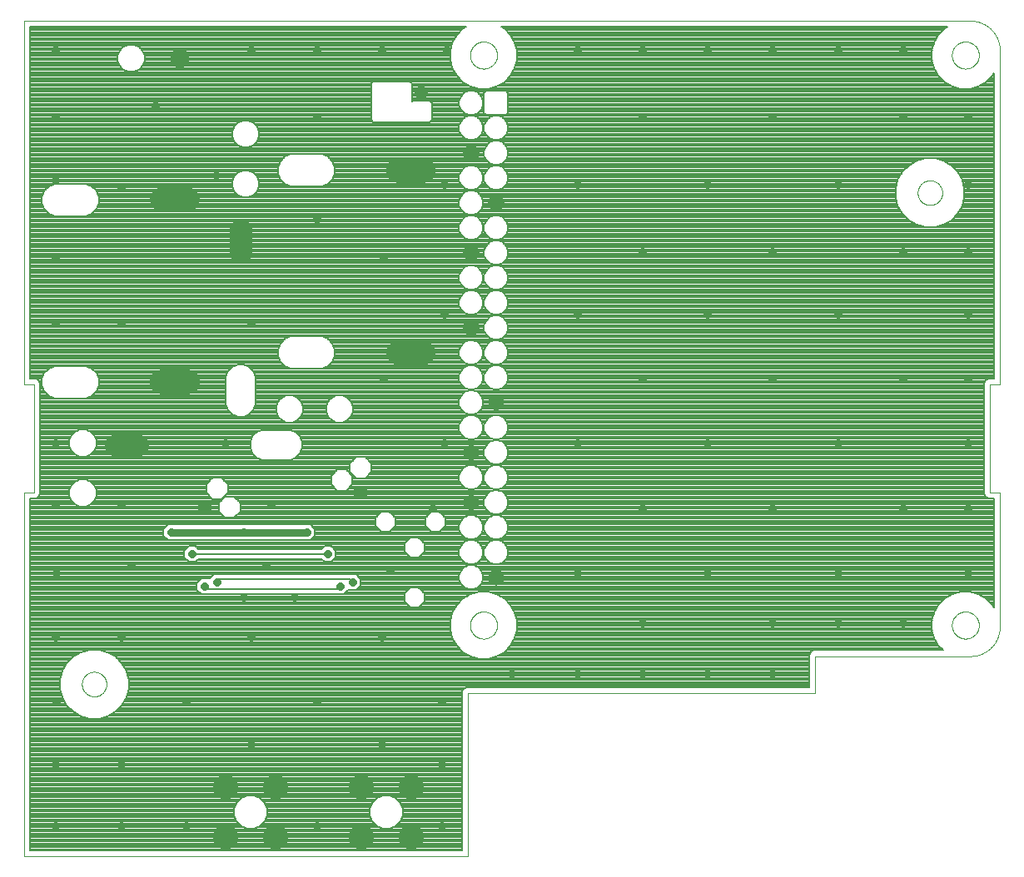
<source format=gtl>
G04 This is an RS-274x file exported by *
G04 gerbv version 2.6A *
G04 More information is available about gerbv at *
G04 http://gerbv.geda-project.org/ *
G04 --End of header info--*
%MOIN*%
%FSLAX34Y34*%
%IPPOS*%
G04 --Define apertures--*
%ADD10C,0.0000*%
%ADD11C,0.0768*%
%ADD12C,0.0885*%
%ADD13C,0.0760*%
%AMMACRO14*
5,1,8,0.000000,0.000000,0.057529,22.500000*
%
%ADD14MACRO14*%
%ADD15C,0.0984*%
%ADD16C,0.0650*%
%ADD17R,0.0540X0.0540*%
%ADD18C,0.0540*%
%ADD19C,0.1000*%
%ADD20R,0.0650X0.0650*%
%AMMACRO21*
5,1,8,0.000000,0.000000,0.051955,22.500000*
%
%ADD21MACRO21*%
%ADD22C,0.0080*%
%AMMACRO23*
5,1,8,0.000000,0.000000,0.034301,22.500000*
%
%ADD23MACRO23*%
%ADD24C,0.0315*%
G04 --Start main section--*
G54D10*
G01X0001330Y0002719D02*
G01X0001330Y0017286D01*
G01X0001330Y0017286D02*
G01X0001723Y0017286D01*
G01X0001723Y0017286D02*
G01X0001723Y0021616D01*
G01X0001723Y0021616D02*
G01X0001330Y0021616D01*
G01X0001330Y0021616D02*
G01X0001330Y0036183D01*
G01X0001330Y0036183D02*
G01X0039204Y0036183D01*
G01X0039204Y0036183D02*
G01X0039232Y0036183D01*
G01X0039232Y0036183D02*
G01X0039261Y0036182D01*
G01X0039261Y0036182D02*
G01X0039289Y0036180D01*
G01X0039289Y0036180D02*
G01X0039318Y0036178D01*
G01X0039318Y0036178D02*
G01X0039346Y0036175D01*
G01X0039346Y0036175D02*
G01X0039374Y0036171D01*
G01X0039374Y0036171D02*
G01X0039403Y0036166D01*
G01X0039403Y0036166D02*
G01X0039431Y0036161D01*
G01X0039431Y0036161D02*
G01X0039459Y0036156D01*
G01X0039459Y0036156D02*
G01X0039486Y0036149D01*
G01X0039486Y0036149D02*
G01X0039514Y0036142D01*
G01X0039514Y0036142D02*
G01X0039541Y0036134D01*
G01X0039541Y0036134D02*
G01X0039569Y0036126D01*
G01X0039569Y0036126D02*
G01X0039596Y0036116D01*
G01X0039596Y0036116D02*
G01X0039623Y0036107D01*
G01X0039623Y0036107D02*
G01X0039649Y0036096D01*
G01X0039649Y0036096D02*
G01X0039675Y0036085D01*
G01X0039675Y0036085D02*
G01X0039701Y0036073D01*
G01X0039701Y0036073D02*
G01X0039727Y0036061D01*
G01X0039727Y0036061D02*
G01X0039753Y0036048D01*
G01X0039753Y0036048D02*
G01X0039778Y0036034D01*
G01X0039778Y0036034D02*
G01X0039803Y0036020D01*
G01X0039803Y0036020D02*
G01X0039827Y0036006D01*
G01X0039827Y0036006D02*
G01X0039851Y0035990D01*
G01X0039851Y0035990D02*
G01X0039875Y0035974D01*
G01X0039875Y0035974D02*
G01X0039898Y0035958D01*
G01X0039898Y0035958D02*
G01X0039921Y0035941D01*
G01X0039921Y0035941D02*
G01X0039943Y0035923D01*
G01X0039943Y0035923D02*
G01X0039965Y0035905D01*
G01X0039965Y0035905D02*
G01X0039987Y0035886D01*
G01X0039987Y0035886D02*
G01X0040008Y0035867D01*
G01X0040008Y0035867D02*
G01X0040029Y0035847D01*
G01X0040029Y0035847D02*
G01X0040049Y0035827D01*
G01X0040049Y0035827D02*
G01X0040069Y0035807D01*
G01X0040069Y0035807D02*
G01X0040088Y0035785D01*
G01X0040088Y0035785D02*
G01X0040106Y0035764D01*
G01X0040106Y0035764D02*
G01X0040125Y0035742D01*
G01X0040125Y0035742D02*
G01X0040142Y0035719D01*
G01X0040142Y0035719D02*
G01X0040159Y0035696D01*
G01X0040159Y0035696D02*
G01X0040176Y0035673D01*
G01X0040176Y0035673D02*
G01X0040192Y0035650D01*
G01X0040192Y0035650D02*
G01X0040207Y0035625D01*
G01X0040207Y0035625D02*
G01X0040222Y0035601D01*
G01X0040222Y0035601D02*
G01X0040236Y0035576D01*
G01X0040236Y0035576D02*
G01X0040249Y0035551D01*
G01X0040249Y0035551D02*
G01X0040263Y0035526D01*
G01X0040263Y0035526D02*
G01X0040275Y0035500D01*
G01X0040275Y0035500D02*
G01X0040287Y0035474D01*
G01X0040287Y0035474D02*
G01X0040298Y0035448D01*
G01X0040298Y0035448D02*
G01X0040308Y0035421D01*
G01X0040308Y0035421D02*
G01X0040318Y0035394D01*
G01X0040318Y0035394D02*
G01X0040327Y0035367D01*
G01X0040327Y0035367D02*
G01X0040336Y0035340D01*
G01X0040336Y0035340D02*
G01X0040343Y0035313D01*
G01X0040343Y0035313D02*
G01X0040351Y0035285D01*
G01X0040351Y0035285D02*
G01X0040357Y0035257D01*
G01X0040357Y0035257D02*
G01X0040363Y0035229D01*
G01X0040363Y0035229D02*
G01X0040368Y0035201D01*
G01X0040368Y0035201D02*
G01X0040372Y0035173D01*
G01X0040372Y0035173D02*
G01X0040376Y0035145D01*
G01X0040376Y0035145D02*
G01X0040379Y0035116D01*
G01X0040379Y0035116D02*
G01X0040382Y0035088D01*
G01X0040382Y0035088D02*
G01X0040383Y0035059D01*
G01X0040383Y0035059D02*
G01X0040385Y0035031D01*
G01X0040385Y0035031D02*
G01X0040385Y0035002D01*
G01X0040385Y0035002D02*
G01X0040385Y0021616D01*
G01X0040385Y0021616D02*
G01X0039991Y0021616D01*
G01X0039991Y0021616D02*
G01X0039991Y0017286D01*
G01X0039991Y0017286D02*
G01X0040385Y0017286D01*
G01X0040385Y0017286D02*
G01X0040385Y0011912D01*
G01X0040385Y0011912D02*
G01X0040385Y0011883D01*
G01X0040385Y0011883D02*
G01X0040383Y0011855D01*
G01X0040383Y0011855D02*
G01X0040382Y0011826D01*
G01X0040382Y0011826D02*
G01X0040379Y0011798D01*
G01X0040379Y0011798D02*
G01X0040376Y0011769D01*
G01X0040376Y0011769D02*
G01X0040372Y0011741D01*
G01X0040372Y0011741D02*
G01X0040368Y0011713D01*
G01X0040368Y0011713D02*
G01X0040363Y0011685D01*
G01X0040363Y0011685D02*
G01X0040357Y0011657D01*
G01X0040357Y0011657D02*
G01X0040351Y0011629D01*
G01X0040351Y0011629D02*
G01X0040343Y0011601D01*
G01X0040343Y0011601D02*
G01X0040336Y0011574D01*
G01X0040336Y0011574D02*
G01X0040327Y0011547D01*
G01X0040327Y0011547D02*
G01X0040318Y0011520D01*
G01X0040318Y0011520D02*
G01X0040308Y0011493D01*
G01X0040308Y0011493D02*
G01X0040298Y0011466D01*
G01X0040298Y0011466D02*
G01X0040287Y0011440D01*
G01X0040287Y0011440D02*
G01X0040275Y0011414D01*
G01X0040275Y0011414D02*
G01X0040263Y0011388D01*
G01X0040263Y0011388D02*
G01X0040249Y0011363D01*
G01X0040249Y0011363D02*
G01X0040236Y0011338D01*
G01X0040236Y0011338D02*
G01X0040222Y0011313D01*
G01X0040222Y0011313D02*
G01X0040207Y0011289D01*
G01X0040207Y0011289D02*
G01X0040192Y0011264D01*
G01X0040192Y0011264D02*
G01X0040176Y0011241D01*
G01X0040176Y0011241D02*
G01X0040159Y0011218D01*
G01X0040159Y0011218D02*
G01X0040142Y0011195D01*
G01X0040142Y0011195D02*
G01X0040125Y0011172D01*
G01X0040125Y0011172D02*
G01X0040106Y0011150D01*
G01X0040106Y0011150D02*
G01X0040088Y0011128D01*
G01X0040088Y0011128D02*
G01X0040069Y0011107D01*
G01X0040069Y0011107D02*
G01X0040049Y0011087D01*
G01X0040049Y0011087D02*
G01X0040029Y0011067D01*
G01X0040029Y0011067D02*
G01X0040008Y0011047D01*
G01X0040008Y0011047D02*
G01X0039987Y0011028D01*
G01X0039987Y0011028D02*
G01X0039965Y0011009D01*
G01X0039965Y0011009D02*
G01X0039943Y0010991D01*
G01X0039943Y0010991D02*
G01X0039921Y0010973D01*
G01X0039921Y0010973D02*
G01X0039898Y0010956D01*
G01X0039898Y0010956D02*
G01X0039875Y0010940D01*
G01X0039875Y0010940D02*
G01X0039851Y0010924D01*
G01X0039851Y0010924D02*
G01X0039827Y0010908D01*
G01X0039827Y0010908D02*
G01X0039803Y0010894D01*
G01X0039803Y0010894D02*
G01X0039778Y0010880D01*
G01X0039778Y0010880D02*
G01X0039753Y0010866D01*
G01X0039753Y0010866D02*
G01X0039727Y0010853D01*
G01X0039727Y0010853D02*
G01X0039701Y0010841D01*
G01X0039701Y0010841D02*
G01X0039675Y0010829D01*
G01X0039675Y0010829D02*
G01X0039649Y0010818D01*
G01X0039649Y0010818D02*
G01X0039623Y0010807D01*
G01X0039623Y0010807D02*
G01X0039596Y0010798D01*
G01X0039596Y0010798D02*
G01X0039569Y0010788D01*
G01X0039569Y0010788D02*
G01X0039541Y0010780D01*
G01X0039541Y0010780D02*
G01X0039514Y0010772D01*
G01X0039514Y0010772D02*
G01X0039486Y0010765D01*
G01X0039486Y0010765D02*
G01X0039459Y0010758D01*
G01X0039459Y0010758D02*
G01X0039431Y0010753D01*
G01X0039431Y0010753D02*
G01X0039403Y0010748D01*
G01X0039403Y0010748D02*
G01X0039374Y0010743D01*
G01X0039374Y0010743D02*
G01X0039346Y0010739D01*
G01X0039346Y0010739D02*
G01X0039318Y0010736D01*
G01X0039318Y0010736D02*
G01X0039289Y0010734D01*
G01X0039289Y0010734D02*
G01X0039261Y0010732D01*
G01X0039261Y0010732D02*
G01X0039232Y0010731D01*
G01X0039232Y0010731D02*
G01X0039204Y0010731D01*
G01X0039204Y0010731D02*
G01X0033003Y0010731D01*
G01X0033003Y0010731D02*
G01X0033003Y0009254D01*
G01X0033003Y0009254D02*
G01X0019086Y0009254D01*
G01X0019086Y0009254D02*
G01X0019086Y0002719D01*
G01X0019086Y0002719D02*
G01X0001330Y0002719D01*
G01X0003633Y0009609D02*
G01X0003633Y0009623D01*
G01X0003633Y0009623D02*
G01X0003634Y0009637D01*
G01X0003634Y0009637D02*
G01X0003635Y0009650D01*
G01X0003635Y0009650D02*
G01X0003636Y0009664D01*
G01X0003636Y0009664D02*
G01X0003638Y0009678D01*
G01X0003638Y0009678D02*
G01X0003640Y0009692D01*
G01X0003640Y0009692D02*
G01X0003643Y0009706D01*
G01X0003643Y0009706D02*
G01X0003646Y0009720D01*
G01X0003646Y0009720D02*
G01X0003649Y0009733D01*
G01X0003649Y0009733D02*
G01X0003653Y0009747D01*
G01X0003653Y0009747D02*
G01X0003657Y0009760D01*
G01X0003657Y0009760D02*
G01X0003661Y0009773D01*
G01X0003661Y0009773D02*
G01X0003666Y0009786D01*
G01X0003666Y0009786D02*
G01X0003671Y0009799D01*
G01X0003671Y0009799D02*
G01X0003677Y0009812D01*
G01X0003677Y0009812D02*
G01X0003683Y0009825D01*
G01X0003683Y0009825D02*
G01X0003689Y0009837D01*
G01X0003689Y0009837D02*
G01X0003696Y0009850D01*
G01X0003696Y0009850D02*
G01X0003703Y0009862D01*
G01X0003703Y0009862D02*
G01X0003710Y0009874D01*
G01X0003710Y0009874D02*
G01X0003718Y0009885D01*
G01X0003718Y0009885D02*
G01X0003726Y0009897D01*
G01X0003726Y0009897D02*
G01X0003734Y0009908D01*
G01X0003734Y0009908D02*
G01X0003743Y0009919D01*
G01X0003743Y0009919D02*
G01X0003752Y0009930D01*
G01X0003752Y0009930D02*
G01X0003761Y0009940D01*
G01X0003761Y0009940D02*
G01X0003771Y0009950D01*
G01X0003771Y0009950D02*
G01X0003781Y0009960D01*
G01X0003781Y0009960D02*
G01X0003791Y0009970D01*
G01X0003791Y0009970D02*
G01X0003801Y0009979D01*
G01X0003801Y0009979D02*
G01X0003812Y0009988D01*
G01X0003812Y0009988D02*
G01X0003823Y0009997D01*
G01X0003823Y0009997D02*
G01X0003834Y0010005D01*
G01X0003834Y0010005D02*
G01X0003845Y0010014D01*
G01X0003845Y0010014D02*
G01X0003857Y0010021D01*
G01X0003857Y0010021D02*
G01X0003869Y0010029D01*
G01X0003869Y0010029D02*
G01X0003881Y0010036D01*
G01X0003881Y0010036D02*
G01X0003893Y0010043D01*
G01X0003893Y0010043D02*
G01X0003906Y0010049D01*
G01X0003906Y0010049D02*
G01X0003918Y0010055D01*
G01X0003918Y0010055D02*
G01X0003931Y0010061D01*
G01X0003931Y0010061D02*
G01X0003944Y0010066D01*
G01X0003944Y0010066D02*
G01X0003957Y0010071D01*
G01X0003957Y0010071D02*
G01X0003970Y0010076D01*
G01X0003970Y0010076D02*
G01X0003984Y0010080D01*
G01X0003984Y0010080D02*
G01X0003997Y0010084D01*
G01X0003997Y0010084D02*
G01X0004011Y0010087D01*
G01X0004011Y0010087D02*
G01X0004024Y0010090D01*
G01X0004024Y0010090D02*
G01X0004038Y0010093D01*
G01X0004038Y0010093D02*
G01X0004052Y0010095D01*
G01X0004052Y0010095D02*
G01X0004066Y0010097D01*
G01X0004066Y0010097D02*
G01X0004080Y0010099D01*
G01X0004080Y0010099D02*
G01X0004093Y0010100D01*
G01X0004093Y0010100D02*
G01X0004107Y0010100D01*
G01X0004107Y0010100D02*
G01X0004121Y0010101D01*
G01X0004121Y0010101D02*
G01X0004135Y0010100D01*
G01X0004135Y0010100D02*
G01X0004149Y0010100D01*
G01X0004149Y0010100D02*
G01X0004163Y0010099D01*
G01X0004163Y0010099D02*
G01X0004177Y0010098D01*
G01X0004177Y0010098D02*
G01X0004191Y0010096D01*
G01X0004191Y0010096D02*
G01X0004205Y0010094D01*
G01X0004205Y0010094D02*
G01X0004219Y0010092D01*
G01X0004219Y0010092D02*
G01X0004233Y0010089D01*
G01X0004233Y0010089D02*
G01X0004246Y0010086D01*
G01X0004246Y0010086D02*
G01X0004260Y0010082D01*
G01X0004260Y0010082D02*
G01X0004273Y0010078D01*
G01X0004273Y0010078D02*
G01X0004286Y0010073D01*
G01X0004286Y0010073D02*
G01X0004299Y0010069D01*
G01X0004299Y0010069D02*
G01X0004312Y0010064D01*
G01X0004312Y0010064D02*
G01X0004325Y0010058D01*
G01X0004325Y0010058D02*
G01X0004338Y0010052D01*
G01X0004338Y0010052D02*
G01X0004351Y0010046D01*
G01X0004351Y0010046D02*
G01X0004363Y0010039D01*
G01X0004363Y0010039D02*
G01X0004375Y0010032D01*
G01X0004375Y0010032D02*
G01X0004387Y0010025D01*
G01X0004387Y0010025D02*
G01X0004399Y0010017D01*
G01X0004399Y0010017D02*
G01X0004410Y0010010D01*
G01X0004410Y0010010D02*
G01X0004422Y0010001D01*
G01X0004422Y0010001D02*
G01X0004433Y0009993D01*
G01X0004433Y0009993D02*
G01X0004443Y0009984D01*
G01X0004443Y0009984D02*
G01X0004454Y0009975D01*
G01X0004454Y0009975D02*
G01X0004464Y0009965D01*
G01X0004464Y0009965D02*
G01X0004474Y0009955D01*
G01X0004474Y0009955D02*
G01X0004484Y0009945D01*
G01X0004484Y0009945D02*
G01X0004493Y0009935D01*
G01X0004493Y0009935D02*
G01X0004502Y0009924D01*
G01X0004502Y0009924D02*
G01X0004511Y0009913D01*
G01X0004511Y0009913D02*
G01X0004520Y0009902D01*
G01X0004520Y0009902D02*
G01X0004528Y0009891D01*
G01X0004528Y0009891D02*
G01X0004536Y0009879D01*
G01X0004536Y0009879D02*
G01X0004543Y0009868D01*
G01X0004543Y0009868D02*
G01X0004551Y0009856D01*
G01X0004551Y0009856D02*
G01X0004557Y0009843D01*
G01X0004557Y0009843D02*
G01X0004564Y0009831D01*
G01X0004564Y0009831D02*
G01X0004570Y0009818D01*
G01X0004570Y0009818D02*
G01X0004576Y0009806D01*
G01X0004576Y0009806D02*
G01X0004581Y0009793D01*
G01X0004581Y0009793D02*
G01X0004586Y0009780D01*
G01X0004586Y0009780D02*
G01X0004591Y0009767D01*
G01X0004591Y0009767D02*
G01X0004595Y0009753D01*
G01X0004595Y0009753D02*
G01X0004599Y0009740D01*
G01X0004599Y0009740D02*
G01X0004603Y0009726D01*
G01X0004603Y0009726D02*
G01X0004606Y0009713D01*
G01X0004606Y0009713D02*
G01X0004609Y0009699D01*
G01X0004609Y0009699D02*
G01X0004611Y0009685D01*
G01X0004611Y0009685D02*
G01X0004613Y0009671D01*
G01X0004613Y0009671D02*
G01X0004615Y0009657D01*
G01X0004615Y0009657D02*
G01X0004616Y0009643D01*
G01X0004616Y0009643D02*
G01X0004617Y0009630D01*
G01X0004617Y0009630D02*
G01X0004617Y0009616D01*
G01X0004617Y0009616D02*
G01X0004617Y0009602D01*
G01X0004617Y0009602D02*
G01X0004617Y0009588D01*
G01X0004617Y0009588D02*
G01X0004616Y0009574D01*
G01X0004616Y0009574D02*
G01X0004615Y0009560D01*
G01X0004615Y0009560D02*
G01X0004613Y0009546D01*
G01X0004613Y0009546D02*
G01X0004611Y0009532D01*
G01X0004611Y0009532D02*
G01X0004609Y0009518D01*
G01X0004609Y0009518D02*
G01X0004606Y0009504D01*
G01X0004606Y0009504D02*
G01X0004603Y0009491D01*
G01X0004603Y0009491D02*
G01X0004599Y0009477D01*
G01X0004599Y0009477D02*
G01X0004595Y0009464D01*
G01X0004595Y0009464D02*
G01X0004591Y0009451D01*
G01X0004591Y0009451D02*
G01X0004586Y0009437D01*
G01X0004586Y0009437D02*
G01X0004581Y0009424D01*
G01X0004581Y0009424D02*
G01X0004576Y0009411D01*
G01X0004576Y0009411D02*
G01X0004570Y0009399D01*
G01X0004570Y0009399D02*
G01X0004564Y0009386D01*
G01X0004564Y0009386D02*
G01X0004557Y0009374D01*
G01X0004557Y0009374D02*
G01X0004551Y0009361D01*
G01X0004551Y0009361D02*
G01X0004543Y0009349D01*
G01X0004543Y0009349D02*
G01X0004536Y0009338D01*
G01X0004536Y0009338D02*
G01X0004528Y0009326D01*
G01X0004528Y0009326D02*
G01X0004520Y0009315D01*
G01X0004520Y0009315D02*
G01X0004511Y0009304D01*
G01X0004511Y0009304D02*
G01X0004502Y0009293D01*
G01X0004502Y0009293D02*
G01X0004493Y0009282D01*
G01X0004493Y0009282D02*
G01X0004484Y0009272D01*
G01X0004484Y0009272D02*
G01X0004474Y0009262D01*
G01X0004474Y0009262D02*
G01X0004464Y0009252D01*
G01X0004464Y0009252D02*
G01X0004454Y0009243D01*
G01X0004454Y0009243D02*
G01X0004443Y0009233D01*
G01X0004443Y0009233D02*
G01X0004433Y0009224D01*
G01X0004433Y0009224D02*
G01X0004422Y0009216D01*
G01X0004422Y0009216D02*
G01X0004410Y0009208D01*
G01X0004410Y0009208D02*
G01X0004399Y0009200D01*
G01X0004399Y0009200D02*
G01X0004387Y0009192D01*
G01X0004387Y0009192D02*
G01X0004375Y0009185D01*
G01X0004375Y0009185D02*
G01X0004363Y0009178D01*
G01X0004363Y0009178D02*
G01X0004351Y0009171D01*
G01X0004351Y0009171D02*
G01X0004338Y0009165D01*
G01X0004338Y0009165D02*
G01X0004325Y0009159D01*
G01X0004325Y0009159D02*
G01X0004312Y0009154D01*
G01X0004312Y0009154D02*
G01X0004299Y0009148D01*
G01X0004299Y0009148D02*
G01X0004286Y0009144D01*
G01X0004286Y0009144D02*
G01X0004273Y0009139D01*
G01X0004273Y0009139D02*
G01X0004260Y0009135D01*
G01X0004260Y0009135D02*
G01X0004246Y0009132D01*
G01X0004246Y0009132D02*
G01X0004233Y0009128D01*
G01X0004233Y0009128D02*
G01X0004219Y0009125D01*
G01X0004219Y0009125D02*
G01X0004205Y0009123D01*
G01X0004205Y0009123D02*
G01X0004191Y0009121D01*
G01X0004191Y0009121D02*
G01X0004177Y0009119D01*
G01X0004177Y0009119D02*
G01X0004163Y0009118D01*
G01X0004163Y0009118D02*
G01X0004149Y0009117D01*
G01X0004149Y0009117D02*
G01X0004135Y0009117D01*
G01X0004135Y0009117D02*
G01X0004121Y0009116D01*
G01X0004121Y0009116D02*
G01X0004107Y0009117D01*
G01X0004107Y0009117D02*
G01X0004093Y0009117D01*
G01X0004093Y0009117D02*
G01X0004080Y0009119D01*
G01X0004080Y0009119D02*
G01X0004066Y0009120D01*
G01X0004066Y0009120D02*
G01X0004052Y0009122D01*
G01X0004052Y0009122D02*
G01X0004038Y0009124D01*
G01X0004038Y0009124D02*
G01X0004024Y0009127D01*
G01X0004024Y0009127D02*
G01X0004011Y0009130D01*
G01X0004011Y0009130D02*
G01X0003997Y0009133D01*
G01X0003997Y0009133D02*
G01X0003984Y0009137D01*
G01X0003984Y0009137D02*
G01X0003970Y0009141D01*
G01X0003970Y0009141D02*
G01X0003957Y0009146D01*
G01X0003957Y0009146D02*
G01X0003944Y0009151D01*
G01X0003944Y0009151D02*
G01X0003931Y0009156D01*
G01X0003931Y0009156D02*
G01X0003918Y0009162D01*
G01X0003918Y0009162D02*
G01X0003906Y0009168D01*
G01X0003906Y0009168D02*
G01X0003893Y0009174D01*
G01X0003893Y0009174D02*
G01X0003881Y0009181D01*
G01X0003881Y0009181D02*
G01X0003869Y0009188D01*
G01X0003869Y0009188D02*
G01X0003857Y0009196D01*
G01X0003857Y0009196D02*
G01X0003845Y0009204D01*
G01X0003845Y0009204D02*
G01X0003834Y0009212D01*
G01X0003834Y0009212D02*
G01X0003823Y0009220D01*
G01X0003823Y0009220D02*
G01X0003812Y0009229D01*
G01X0003812Y0009229D02*
G01X0003801Y0009238D01*
G01X0003801Y0009238D02*
G01X0003791Y0009247D01*
G01X0003791Y0009247D02*
G01X0003781Y0009257D01*
G01X0003781Y0009257D02*
G01X0003771Y0009267D01*
G01X0003771Y0009267D02*
G01X0003761Y0009277D01*
G01X0003761Y0009277D02*
G01X0003752Y0009287D01*
G01X0003752Y0009287D02*
G01X0003743Y0009298D01*
G01X0003743Y0009298D02*
G01X0003734Y0009309D01*
G01X0003734Y0009309D02*
G01X0003726Y0009320D01*
G01X0003726Y0009320D02*
G01X0003718Y0009332D01*
G01X0003718Y0009332D02*
G01X0003710Y0009344D01*
G01X0003710Y0009344D02*
G01X0003703Y0009355D01*
G01X0003703Y0009355D02*
G01X0003696Y0009368D01*
G01X0003696Y0009368D02*
G01X0003689Y0009380D01*
G01X0003689Y0009380D02*
G01X0003683Y0009392D01*
G01X0003683Y0009392D02*
G01X0003677Y0009405D01*
G01X0003677Y0009405D02*
G01X0003671Y0009418D01*
G01X0003671Y0009418D02*
G01X0003666Y0009431D01*
G01X0003666Y0009431D02*
G01X0003661Y0009444D01*
G01X0003661Y0009444D02*
G01X0003657Y0009457D01*
G01X0003657Y0009457D02*
G01X0003653Y0009471D01*
G01X0003653Y0009471D02*
G01X0003649Y0009484D01*
G01X0003649Y0009484D02*
G01X0003646Y0009498D01*
G01X0003646Y0009498D02*
G01X0003643Y0009511D01*
G01X0003643Y0009511D02*
G01X0003640Y0009525D01*
G01X0003640Y0009525D02*
G01X0003638Y0009539D01*
G01X0003638Y0009539D02*
G01X0003636Y0009553D01*
G01X0003636Y0009553D02*
G01X0003635Y0009567D01*
G01X0003635Y0009567D02*
G01X0003634Y0009581D01*
G01X0003634Y0009581D02*
G01X0003633Y0009595D01*
G01X0003633Y0009595D02*
G01X0003633Y0009609D01*
G01X0019174Y0011971D02*
G01X0019174Y0011985D01*
G01X0019174Y0011985D02*
G01X0019175Y0012000D01*
G01X0019175Y0012000D02*
G01X0019176Y0012015D01*
G01X0019176Y0012015D02*
G01X0019177Y0012029D01*
G01X0019177Y0012029D02*
G01X0019179Y0012044D01*
G01X0019179Y0012044D02*
G01X0019181Y0012058D01*
G01X0019181Y0012058D02*
G01X0019184Y0012073D01*
G01X0019184Y0012073D02*
G01X0019187Y0012087D01*
G01X0019187Y0012087D02*
G01X0019190Y0012101D01*
G01X0019190Y0012101D02*
G01X0019194Y0012115D01*
G01X0019194Y0012115D02*
G01X0019198Y0012130D01*
G01X0019198Y0012130D02*
G01X0019203Y0012144D01*
G01X0019203Y0012144D02*
G01X0019207Y0012157D01*
G01X0019207Y0012157D02*
G01X0019213Y0012171D01*
G01X0019213Y0012171D02*
G01X0019218Y0012185D01*
G01X0019218Y0012185D02*
G01X0019224Y0012198D01*
G01X0019224Y0012198D02*
G01X0019231Y0012211D01*
G01X0019231Y0012211D02*
G01X0019237Y0012224D01*
G01X0019237Y0012224D02*
G01X0019244Y0012237D01*
G01X0019244Y0012237D02*
G01X0019252Y0012250D01*
G01X0019252Y0012250D02*
G01X0019259Y0012262D01*
G01X0019259Y0012262D02*
G01X0019268Y0012275D01*
G01X0019268Y0012275D02*
G01X0019276Y0012287D01*
G01X0019276Y0012287D02*
G01X0019285Y0012298D01*
G01X0019285Y0012298D02*
G01X0019294Y0012310D01*
G01X0019294Y0012310D02*
G01X0019303Y0012321D01*
G01X0019303Y0012321D02*
G01X0019313Y0012332D01*
G01X0019313Y0012332D02*
G01X0019323Y0012343D01*
G01X0019323Y0012343D02*
G01X0019333Y0012354D01*
G01X0019333Y0012354D02*
G01X0019343Y0012364D01*
G01X0019343Y0012364D02*
G01X0019354Y0012374D01*
G01X0019354Y0012374D02*
G01X0019365Y0012383D01*
G01X0019365Y0012383D02*
G01X0019376Y0012393D01*
G01X0019376Y0012393D02*
G01X0019388Y0012402D01*
G01X0019388Y0012402D02*
G01X0019400Y0012410D01*
G01X0019400Y0012410D02*
G01X0019412Y0012419D01*
G01X0019412Y0012419D02*
G01X0019424Y0012427D01*
G01X0019424Y0012427D02*
G01X0019436Y0012435D01*
G01X0019436Y0012435D02*
G01X0019449Y0012442D01*
G01X0019449Y0012442D02*
G01X0019462Y0012449D01*
G01X0019462Y0012449D02*
G01X0019475Y0012456D01*
G01X0019475Y0012456D02*
G01X0019488Y0012462D01*
G01X0019488Y0012462D02*
G01X0019502Y0012468D01*
G01X0019502Y0012468D02*
G01X0019515Y0012474D01*
G01X0019515Y0012474D02*
G01X0019529Y0012479D01*
G01X0019529Y0012479D02*
G01X0019543Y0012484D01*
G01X0019543Y0012484D02*
G01X0019557Y0012488D01*
G01X0019557Y0012488D02*
G01X0019571Y0012492D01*
G01X0019571Y0012492D02*
G01X0019585Y0012496D01*
G01X0019585Y0012496D02*
G01X0019599Y0012499D01*
G01X0019599Y0012499D02*
G01X0019614Y0012502D01*
G01X0019614Y0012502D02*
G01X0019628Y0012505D01*
G01X0019628Y0012505D02*
G01X0019642Y0012507D01*
G01X0019642Y0012507D02*
G01X0019657Y0012509D01*
G01X0019657Y0012509D02*
G01X0019672Y0012510D01*
G01X0019672Y0012510D02*
G01X0019686Y0012511D01*
G01X0019686Y0012511D02*
G01X0019701Y0012512D01*
G01X0019701Y0012512D02*
G01X0019716Y0012512D01*
G01X0019716Y0012512D02*
G01X0019730Y0012512D01*
G01X0019730Y0012512D02*
G01X0019745Y0012511D01*
G01X0019745Y0012511D02*
G01X0019759Y0012510D01*
G01X0019759Y0012510D02*
G01X0019774Y0012509D01*
G01X0019774Y0012509D02*
G01X0019789Y0012507D01*
G01X0019789Y0012507D02*
G01X0019803Y0012505D01*
G01X0019803Y0012505D02*
G01X0019818Y0012502D01*
G01X0019818Y0012502D02*
G01X0019832Y0012499D01*
G01X0019832Y0012499D02*
G01X0019846Y0012496D01*
G01X0019846Y0012496D02*
G01X0019860Y0012492D01*
G01X0019860Y0012492D02*
G01X0019874Y0012488D01*
G01X0019874Y0012488D02*
G01X0019888Y0012484D01*
G01X0019888Y0012484D02*
G01X0019902Y0012479D01*
G01X0019902Y0012479D02*
G01X0019916Y0012474D01*
G01X0019916Y0012474D02*
G01X0019929Y0012468D01*
G01X0019929Y0012468D02*
G01X0019943Y0012462D01*
G01X0019943Y0012462D02*
G01X0019956Y0012456D01*
G01X0019956Y0012456D02*
G01X0019969Y0012449D01*
G01X0019969Y0012449D02*
G01X0019982Y0012442D01*
G01X0019982Y0012442D02*
G01X0019995Y0012435D01*
G01X0019995Y0012435D02*
G01X0020007Y0012427D01*
G01X0020007Y0012427D02*
G01X0020019Y0012419D01*
G01X0020019Y0012419D02*
G01X0020031Y0012410D01*
G01X0020031Y0012410D02*
G01X0020043Y0012402D01*
G01X0020043Y0012402D02*
G01X0020055Y0012393D01*
G01X0020055Y0012393D02*
G01X0020066Y0012383D01*
G01X0020066Y0012383D02*
G01X0020077Y0012374D01*
G01X0020077Y0012374D02*
G01X0020088Y0012364D01*
G01X0020088Y0012364D02*
G01X0020098Y0012354D01*
G01X0020098Y0012354D02*
G01X0020109Y0012343D01*
G01X0020109Y0012343D02*
G01X0020118Y0012332D01*
G01X0020118Y0012332D02*
G01X0020128Y0012321D01*
G01X0020128Y0012321D02*
G01X0020137Y0012310D01*
G01X0020137Y0012310D02*
G01X0020146Y0012298D01*
G01X0020146Y0012298D02*
G01X0020155Y0012287D01*
G01X0020155Y0012287D02*
G01X0020164Y0012275D01*
G01X0020164Y0012275D02*
G01X0020172Y0012262D01*
G01X0020172Y0012262D02*
G01X0020179Y0012250D01*
G01X0020179Y0012250D02*
G01X0020187Y0012237D01*
G01X0020187Y0012237D02*
G01X0020194Y0012224D01*
G01X0020194Y0012224D02*
G01X0020200Y0012211D01*
G01X0020200Y0012211D02*
G01X0020207Y0012198D01*
G01X0020207Y0012198D02*
G01X0020213Y0012185D01*
G01X0020213Y0012185D02*
G01X0020218Y0012171D01*
G01X0020218Y0012171D02*
G01X0020224Y0012157D01*
G01X0020224Y0012157D02*
G01X0020229Y0012144D01*
G01X0020229Y0012144D02*
G01X0020233Y0012130D01*
G01X0020233Y0012130D02*
G01X0020237Y0012115D01*
G01X0020237Y0012115D02*
G01X0020241Y0012101D01*
G01X0020241Y0012101D02*
G01X0020244Y0012087D01*
G01X0020244Y0012087D02*
G01X0020247Y0012073D01*
G01X0020247Y0012073D02*
G01X0020250Y0012058D01*
G01X0020250Y0012058D02*
G01X0020252Y0012044D01*
G01X0020252Y0012044D02*
G01X0020254Y0012029D01*
G01X0020254Y0012029D02*
G01X0020255Y0012015D01*
G01X0020255Y0012015D02*
G01X0020256Y0012000D01*
G01X0020256Y0012000D02*
G01X0020257Y0011985D01*
G01X0020257Y0011985D02*
G01X0020257Y0011971D01*
G01X0020257Y0011971D02*
G01X0020257Y0011956D01*
G01X0020257Y0011956D02*
G01X0020256Y0011941D01*
G01X0020256Y0011941D02*
G01X0020255Y0011927D01*
G01X0020255Y0011927D02*
G01X0020254Y0011912D01*
G01X0020254Y0011912D02*
G01X0020252Y0011898D01*
G01X0020252Y0011898D02*
G01X0020250Y0011883D01*
G01X0020250Y0011883D02*
G01X0020247Y0011869D01*
G01X0020247Y0011869D02*
G01X0020244Y0011854D01*
G01X0020244Y0011854D02*
G01X0020241Y0011840D01*
G01X0020241Y0011840D02*
G01X0020237Y0011826D01*
G01X0020237Y0011826D02*
G01X0020233Y0011812D01*
G01X0020233Y0011812D02*
G01X0020229Y0011798D01*
G01X0020229Y0011798D02*
G01X0020224Y0011784D01*
G01X0020224Y0011784D02*
G01X0020218Y0011770D01*
G01X0020218Y0011770D02*
G01X0020213Y0011757D01*
G01X0020213Y0011757D02*
G01X0020207Y0011743D01*
G01X0020207Y0011743D02*
G01X0020200Y0011730D01*
G01X0020200Y0011730D02*
G01X0020194Y0011717D01*
G01X0020194Y0011717D02*
G01X0020187Y0011704D01*
G01X0020187Y0011704D02*
G01X0020179Y0011692D01*
G01X0020179Y0011692D02*
G01X0020172Y0011679D01*
G01X0020172Y0011679D02*
G01X0020164Y0011667D01*
G01X0020164Y0011667D02*
G01X0020155Y0011655D01*
G01X0020155Y0011655D02*
G01X0020146Y0011643D01*
G01X0020146Y0011643D02*
G01X0020137Y0011632D01*
G01X0020137Y0011632D02*
G01X0020128Y0011620D01*
G01X0020128Y0011620D02*
G01X0020118Y0011609D01*
G01X0020118Y0011609D02*
G01X0020109Y0011598D01*
G01X0020109Y0011598D02*
G01X0020098Y0011588D01*
G01X0020098Y0011588D02*
G01X0020088Y0011578D01*
G01X0020088Y0011578D02*
G01X0020077Y0011568D01*
G01X0020077Y0011568D02*
G01X0020066Y0011558D01*
G01X0020066Y0011558D02*
G01X0020055Y0011549D01*
G01X0020055Y0011549D02*
G01X0020043Y0011540D01*
G01X0020043Y0011540D02*
G01X0020031Y0011531D01*
G01X0020031Y0011531D02*
G01X0020019Y0011523D01*
G01X0020019Y0011523D02*
G01X0020007Y0011515D01*
G01X0020007Y0011515D02*
G01X0019995Y0011507D01*
G01X0019995Y0011507D02*
G01X0019982Y0011500D01*
G01X0019982Y0011500D02*
G01X0019969Y0011493D01*
G01X0019969Y0011493D02*
G01X0019956Y0011486D01*
G01X0019956Y0011486D02*
G01X0019943Y0011479D01*
G01X0019943Y0011479D02*
G01X0019929Y0011474D01*
G01X0019929Y0011474D02*
G01X0019916Y0011468D01*
G01X0019916Y0011468D02*
G01X0019902Y0011463D01*
G01X0019902Y0011463D02*
G01X0019888Y0011458D01*
G01X0019888Y0011458D02*
G01X0019874Y0011453D01*
G01X0019874Y0011453D02*
G01X0019860Y0011449D01*
G01X0019860Y0011449D02*
G01X0019846Y0011445D01*
G01X0019846Y0011445D02*
G01X0019832Y0011442D01*
G01X0019832Y0011442D02*
G01X0019818Y0011439D01*
G01X0019818Y0011439D02*
G01X0019803Y0011437D01*
G01X0019803Y0011437D02*
G01X0019789Y0011434D01*
G01X0019789Y0011434D02*
G01X0019774Y0011433D01*
G01X0019774Y0011433D02*
G01X0019759Y0011431D01*
G01X0019759Y0011431D02*
G01X0019745Y0011430D01*
G01X0019745Y0011430D02*
G01X0019730Y0011430D01*
G01X0019730Y0011430D02*
G01X0019716Y0011429D01*
G01X0019716Y0011429D02*
G01X0019701Y0011430D01*
G01X0019701Y0011430D02*
G01X0019686Y0011430D01*
G01X0019686Y0011430D02*
G01X0019672Y0011431D01*
G01X0019672Y0011431D02*
G01X0019657Y0011433D01*
G01X0019657Y0011433D02*
G01X0019642Y0011434D01*
G01X0019642Y0011434D02*
G01X0019628Y0011437D01*
G01X0019628Y0011437D02*
G01X0019614Y0011439D01*
G01X0019614Y0011439D02*
G01X0019599Y0011442D01*
G01X0019599Y0011442D02*
G01X0019585Y0011445D01*
G01X0019585Y0011445D02*
G01X0019571Y0011449D01*
G01X0019571Y0011449D02*
G01X0019557Y0011453D01*
G01X0019557Y0011453D02*
G01X0019543Y0011458D01*
G01X0019543Y0011458D02*
G01X0019529Y0011463D01*
G01X0019529Y0011463D02*
G01X0019515Y0011468D01*
G01X0019515Y0011468D02*
G01X0019502Y0011474D01*
G01X0019502Y0011474D02*
G01X0019488Y0011479D01*
G01X0019488Y0011479D02*
G01X0019475Y0011486D01*
G01X0019475Y0011486D02*
G01X0019462Y0011493D01*
G01X0019462Y0011493D02*
G01X0019449Y0011500D01*
G01X0019449Y0011500D02*
G01X0019436Y0011507D01*
G01X0019436Y0011507D02*
G01X0019424Y0011515D01*
G01X0019424Y0011515D02*
G01X0019412Y0011523D01*
G01X0019412Y0011523D02*
G01X0019400Y0011531D01*
G01X0019400Y0011531D02*
G01X0019388Y0011540D01*
G01X0019388Y0011540D02*
G01X0019376Y0011549D01*
G01X0019376Y0011549D02*
G01X0019365Y0011558D01*
G01X0019365Y0011558D02*
G01X0019354Y0011568D01*
G01X0019354Y0011568D02*
G01X0019343Y0011578D01*
G01X0019343Y0011578D02*
G01X0019333Y0011588D01*
G01X0019333Y0011588D02*
G01X0019323Y0011598D01*
G01X0019323Y0011598D02*
G01X0019313Y0011609D01*
G01X0019313Y0011609D02*
G01X0019303Y0011620D01*
G01X0019303Y0011620D02*
G01X0019294Y0011632D01*
G01X0019294Y0011632D02*
G01X0019285Y0011643D01*
G01X0019285Y0011643D02*
G01X0019276Y0011655D01*
G01X0019276Y0011655D02*
G01X0019268Y0011667D01*
G01X0019268Y0011667D02*
G01X0019259Y0011679D01*
G01X0019259Y0011679D02*
G01X0019252Y0011692D01*
G01X0019252Y0011692D02*
G01X0019244Y0011704D01*
G01X0019244Y0011704D02*
G01X0019237Y0011717D01*
G01X0019237Y0011717D02*
G01X0019231Y0011730D01*
G01X0019231Y0011730D02*
G01X0019224Y0011743D01*
G01X0019224Y0011743D02*
G01X0019218Y0011757D01*
G01X0019218Y0011757D02*
G01X0019213Y0011770D01*
G01X0019213Y0011770D02*
G01X0019207Y0011784D01*
G01X0019207Y0011784D02*
G01X0019203Y0011798D01*
G01X0019203Y0011798D02*
G01X0019198Y0011812D01*
G01X0019198Y0011812D02*
G01X0019194Y0011826D01*
G01X0019194Y0011826D02*
G01X0019190Y0011840D01*
G01X0019190Y0011840D02*
G01X0019187Y0011854D01*
G01X0019187Y0011854D02*
G01X0019184Y0011869D01*
G01X0019184Y0011869D02*
G01X0019181Y0011883D01*
G01X0019181Y0011883D02*
G01X0019179Y0011898D01*
G01X0019179Y0011898D02*
G01X0019177Y0011912D01*
G01X0019177Y0011912D02*
G01X0019176Y0011927D01*
G01X0019176Y0011927D02*
G01X0019175Y0011941D01*
G01X0019175Y0011941D02*
G01X0019174Y0011956D01*
G01X0019174Y0011956D02*
G01X0019174Y0011971D01*
G01X0037097Y0029294D02*
G01X0037098Y0029308D01*
G01X0037098Y0029308D02*
G01X0037098Y0029322D01*
G01X0037098Y0029322D02*
G01X0037099Y0029335D01*
G01X0037099Y0029335D02*
G01X0037101Y0029349D01*
G01X0037101Y0029349D02*
G01X0037102Y0029363D01*
G01X0037102Y0029363D02*
G01X0037105Y0029377D01*
G01X0037105Y0029377D02*
G01X0037107Y0029391D01*
G01X0037107Y0029391D02*
G01X0037110Y0029404D01*
G01X0037110Y0029404D02*
G01X0037113Y0029418D01*
G01X0037113Y0029418D02*
G01X0037117Y0029432D01*
G01X0037117Y0029432D02*
G01X0037121Y0029445D01*
G01X0037121Y0029445D02*
G01X0037126Y0029458D01*
G01X0037126Y0029458D02*
G01X0037131Y0029471D01*
G01X0037131Y0029471D02*
G01X0037136Y0029484D01*
G01X0037136Y0029484D02*
G01X0037142Y0029497D01*
G01X0037142Y0029497D02*
G01X0037147Y0029510D01*
G01X0037147Y0029510D02*
G01X0037154Y0029522D01*
G01X0037154Y0029522D02*
G01X0037160Y0029535D01*
G01X0037160Y0029535D02*
G01X0037168Y0029547D01*
G01X0037168Y0029547D02*
G01X0037175Y0029559D01*
G01X0037175Y0029559D02*
G01X0037183Y0029570D01*
G01X0037183Y0029570D02*
G01X0037191Y0029582D01*
G01X0037191Y0029582D02*
G01X0037199Y0029593D01*
G01X0037199Y0029593D02*
G01X0037208Y0029604D01*
G01X0037208Y0029604D02*
G01X0037217Y0029615D01*
G01X0037217Y0029615D02*
G01X0037226Y0029625D01*
G01X0037226Y0029625D02*
G01X0037235Y0029635D01*
G01X0037235Y0029635D02*
G01X0037245Y0029645D01*
G01X0037245Y0029645D02*
G01X0037255Y0029655D01*
G01X0037255Y0029655D02*
G01X0037266Y0029664D01*
G01X0037266Y0029664D02*
G01X0037277Y0029673D01*
G01X0037277Y0029673D02*
G01X0037287Y0029682D01*
G01X0037287Y0029682D02*
G01X0037299Y0029690D01*
G01X0037299Y0029690D02*
G01X0037310Y0029699D01*
G01X0037310Y0029699D02*
G01X0037322Y0029706D01*
G01X0037322Y0029706D02*
G01X0037333Y0029714D01*
G01X0037333Y0029714D02*
G01X0037346Y0029721D01*
G01X0037346Y0029721D02*
G01X0037358Y0029728D01*
G01X0037358Y0029728D02*
G01X0037370Y0029734D01*
G01X0037370Y0029734D02*
G01X0037383Y0029740D01*
G01X0037383Y0029740D02*
G01X0037396Y0029746D01*
G01X0037396Y0029746D02*
G01X0037409Y0029751D01*
G01X0037409Y0029751D02*
G01X0037422Y0029756D01*
G01X0037422Y0029756D02*
G01X0037435Y0029761D01*
G01X0037435Y0029761D02*
G01X0037448Y0029765D01*
G01X0037448Y0029765D02*
G01X0037462Y0029769D01*
G01X0037462Y0029769D02*
G01X0037475Y0029772D01*
G01X0037475Y0029772D02*
G01X0037489Y0029775D01*
G01X0037489Y0029775D02*
G01X0037503Y0029778D01*
G01X0037503Y0029778D02*
G01X0037516Y0029780D01*
G01X0037516Y0029780D02*
G01X0037530Y0029782D01*
G01X0037530Y0029782D02*
G01X0037544Y0029784D01*
G01X0037544Y0029784D02*
G01X0037558Y0029785D01*
G01X0037558Y0029785D02*
G01X0037572Y0029785D01*
G01X0037572Y0029785D02*
G01X0037586Y0029786D01*
G01X0037586Y0029786D02*
G01X0037600Y0029785D01*
G01X0037600Y0029785D02*
G01X0037614Y0029785D01*
G01X0037614Y0029785D02*
G01X0037628Y0029784D01*
G01X0037628Y0029784D02*
G01X0037642Y0029783D01*
G01X0037642Y0029783D02*
G01X0037656Y0029781D01*
G01X0037656Y0029781D02*
G01X0037670Y0029779D01*
G01X0037670Y0029779D02*
G01X0037683Y0029777D01*
G01X0037683Y0029777D02*
G01X0037697Y0029774D01*
G01X0037697Y0029774D02*
G01X0037711Y0029771D01*
G01X0037711Y0029771D02*
G01X0037724Y0029767D01*
G01X0037724Y0029767D02*
G01X0037738Y0029763D01*
G01X0037738Y0029763D02*
G01X0037751Y0029758D01*
G01X0037751Y0029758D02*
G01X0037764Y0029754D01*
G01X0037764Y0029754D02*
G01X0037777Y0029749D01*
G01X0037777Y0029749D02*
G01X0037790Y0029743D01*
G01X0037790Y0029743D02*
G01X0037803Y0029737D01*
G01X0037803Y0029737D02*
G01X0037815Y0029731D01*
G01X0037815Y0029731D02*
G01X0037827Y0029724D01*
G01X0037827Y0029724D02*
G01X0037840Y0029717D01*
G01X0037840Y0029717D02*
G01X0037852Y0029710D01*
G01X0037852Y0029710D02*
G01X0037863Y0029702D01*
G01X0037863Y0029702D02*
G01X0037875Y0029695D01*
G01X0037875Y0029695D02*
G01X0037886Y0029686D01*
G01X0037886Y0029686D02*
G01X0037897Y0029678D01*
G01X0037897Y0029678D02*
G01X0037908Y0029669D01*
G01X0037908Y0029669D02*
G01X0037918Y0029660D01*
G01X0037918Y0029660D02*
G01X0037929Y0029650D01*
G01X0037929Y0029650D02*
G01X0037939Y0029640D01*
G01X0037939Y0029640D02*
G01X0037948Y0029630D01*
G01X0037948Y0029630D02*
G01X0037958Y0029620D01*
G01X0037958Y0029620D02*
G01X0037967Y0029609D01*
G01X0037967Y0029609D02*
G01X0037976Y0029598D01*
G01X0037976Y0029598D02*
G01X0037984Y0029587D01*
G01X0037984Y0029587D02*
G01X0037993Y0029576D01*
G01X0037993Y0029576D02*
G01X0038000Y0029564D01*
G01X0038000Y0029564D02*
G01X0038008Y0029553D01*
G01X0038008Y0029553D02*
G01X0038015Y0029541D01*
G01X0038015Y0029541D02*
G01X0038022Y0029528D01*
G01X0038022Y0029528D02*
G01X0038028Y0029516D01*
G01X0038028Y0029516D02*
G01X0038035Y0029503D01*
G01X0038035Y0029503D02*
G01X0038040Y0029491D01*
G01X0038040Y0029491D02*
G01X0038046Y0029478D01*
G01X0038046Y0029478D02*
G01X0038051Y0029465D01*
G01X0038051Y0029465D02*
G01X0038056Y0029452D01*
G01X0038056Y0029452D02*
G01X0038060Y0029438D01*
G01X0038060Y0029438D02*
G01X0038064Y0029425D01*
G01X0038064Y0029425D02*
G01X0038067Y0029411D01*
G01X0038067Y0029411D02*
G01X0038071Y0029398D01*
G01X0038071Y0029398D02*
G01X0038073Y0029384D01*
G01X0038073Y0029384D02*
G01X0038076Y0029370D01*
G01X0038076Y0029370D02*
G01X0038078Y0029356D01*
G01X0038078Y0029356D02*
G01X0038079Y0029342D01*
G01X0038079Y0029342D02*
G01X0038080Y0029328D01*
G01X0038080Y0029328D02*
G01X0038081Y0029315D01*
G01X0038081Y0029315D02*
G01X0038082Y0029301D01*
G01X0038082Y0029301D02*
G01X0038082Y0029287D01*
G01X0038082Y0029287D02*
G01X0038081Y0029273D01*
G01X0038081Y0029273D02*
G01X0038080Y0029259D01*
G01X0038080Y0029259D02*
G01X0038079Y0029245D01*
G01X0038079Y0029245D02*
G01X0038078Y0029231D01*
G01X0038078Y0029231D02*
G01X0038076Y0029217D01*
G01X0038076Y0029217D02*
G01X0038073Y0029203D01*
G01X0038073Y0029203D02*
G01X0038071Y0029189D01*
G01X0038071Y0029189D02*
G01X0038067Y0029176D01*
G01X0038067Y0029176D02*
G01X0038064Y0029162D01*
G01X0038064Y0029162D02*
G01X0038060Y0029149D01*
G01X0038060Y0029149D02*
G01X0038056Y0029136D01*
G01X0038056Y0029136D02*
G01X0038051Y0029122D01*
G01X0038051Y0029122D02*
G01X0038046Y0029109D01*
G01X0038046Y0029109D02*
G01X0038040Y0029096D01*
G01X0038040Y0029096D02*
G01X0038035Y0029084D01*
G01X0038035Y0029084D02*
G01X0038028Y0029071D01*
G01X0038028Y0029071D02*
G01X0038022Y0029059D01*
G01X0038022Y0029059D02*
G01X0038015Y0029046D01*
G01X0038015Y0029046D02*
G01X0038008Y0029034D01*
G01X0038008Y0029034D02*
G01X0038000Y0029023D01*
G01X0038000Y0029023D02*
G01X0037993Y0029011D01*
G01X0037993Y0029011D02*
G01X0037984Y0029000D01*
G01X0037984Y0029000D02*
G01X0037976Y0028989D01*
G01X0037976Y0028989D02*
G01X0037967Y0028978D01*
G01X0037967Y0028978D02*
G01X0037958Y0028967D01*
G01X0037958Y0028967D02*
G01X0037948Y0028957D01*
G01X0037948Y0028957D02*
G01X0037939Y0028947D01*
G01X0037939Y0028947D02*
G01X0037929Y0028937D01*
G01X0037929Y0028937D02*
G01X0037918Y0028928D01*
G01X0037918Y0028928D02*
G01X0037908Y0028918D01*
G01X0037908Y0028918D02*
G01X0037897Y0028909D01*
G01X0037897Y0028909D02*
G01X0037886Y0028901D01*
G01X0037886Y0028901D02*
G01X0037875Y0028893D01*
G01X0037875Y0028893D02*
G01X0037863Y0028885D01*
G01X0037863Y0028885D02*
G01X0037852Y0028877D01*
G01X0037852Y0028877D02*
G01X0037840Y0028870D01*
G01X0037840Y0028870D02*
G01X0037827Y0028863D01*
G01X0037827Y0028863D02*
G01X0037815Y0028856D01*
G01X0037815Y0028856D02*
G01X0037803Y0028850D01*
G01X0037803Y0028850D02*
G01X0037790Y0028844D01*
G01X0037790Y0028844D02*
G01X0037777Y0028838D01*
G01X0037777Y0028838D02*
G01X0037764Y0028833D01*
G01X0037764Y0028833D02*
G01X0037751Y0028829D01*
G01X0037751Y0028829D02*
G01X0037738Y0028824D01*
G01X0037738Y0028824D02*
G01X0037724Y0028820D01*
G01X0037724Y0028820D02*
G01X0037711Y0028817D01*
G01X0037711Y0028817D02*
G01X0037697Y0028813D01*
G01X0037697Y0028813D02*
G01X0037683Y0028810D01*
G01X0037683Y0028810D02*
G01X0037670Y0028808D01*
G01X0037670Y0028808D02*
G01X0037656Y0028806D01*
G01X0037656Y0028806D02*
G01X0037642Y0028804D01*
G01X0037642Y0028804D02*
G01X0037628Y0028803D01*
G01X0037628Y0028803D02*
G01X0037614Y0028802D01*
G01X0037614Y0028802D02*
G01X0037600Y0028802D01*
G01X0037600Y0028802D02*
G01X0037586Y0028801D01*
G01X0037586Y0028801D02*
G01X0037572Y0028802D01*
G01X0037572Y0028802D02*
G01X0037558Y0028802D01*
G01X0037558Y0028802D02*
G01X0037544Y0028804D01*
G01X0037544Y0028804D02*
G01X0037530Y0028805D01*
G01X0037530Y0028805D02*
G01X0037516Y0028807D01*
G01X0037516Y0028807D02*
G01X0037503Y0028809D01*
G01X0037503Y0028809D02*
G01X0037489Y0028812D01*
G01X0037489Y0028812D02*
G01X0037475Y0028815D01*
G01X0037475Y0028815D02*
G01X0037462Y0028818D01*
G01X0037462Y0028818D02*
G01X0037448Y0028822D01*
G01X0037448Y0028822D02*
G01X0037435Y0028826D01*
G01X0037435Y0028826D02*
G01X0037422Y0028831D01*
G01X0037422Y0028831D02*
G01X0037409Y0028836D01*
G01X0037409Y0028836D02*
G01X0037396Y0028841D01*
G01X0037396Y0028841D02*
G01X0037383Y0028847D01*
G01X0037383Y0028847D02*
G01X0037370Y0028853D01*
G01X0037370Y0028853D02*
G01X0037358Y0028859D01*
G01X0037358Y0028859D02*
G01X0037346Y0028866D01*
G01X0037346Y0028866D02*
G01X0037333Y0028873D01*
G01X0037333Y0028873D02*
G01X0037322Y0028881D01*
G01X0037322Y0028881D02*
G01X0037310Y0028889D01*
G01X0037310Y0028889D02*
G01X0037299Y0028897D01*
G01X0037299Y0028897D02*
G01X0037287Y0028905D01*
G01X0037287Y0028905D02*
G01X0037277Y0028914D01*
G01X0037277Y0028914D02*
G01X0037266Y0028923D01*
G01X0037266Y0028923D02*
G01X0037255Y0028932D01*
G01X0037255Y0028932D02*
G01X0037245Y0028942D01*
G01X0037245Y0028942D02*
G01X0037235Y0028952D01*
G01X0037235Y0028952D02*
G01X0037226Y0028962D01*
G01X0037226Y0028962D02*
G01X0037217Y0028972D01*
G01X0037217Y0028972D02*
G01X0037208Y0028983D01*
G01X0037208Y0028983D02*
G01X0037199Y0028994D01*
G01X0037199Y0028994D02*
G01X0037191Y0029005D01*
G01X0037191Y0029005D02*
G01X0037183Y0029017D01*
G01X0037183Y0029017D02*
G01X0037175Y0029029D01*
G01X0037175Y0029029D02*
G01X0037168Y0029040D01*
G01X0037168Y0029040D02*
G01X0037160Y0029053D01*
G01X0037160Y0029053D02*
G01X0037154Y0029065D01*
G01X0037154Y0029065D02*
G01X0037147Y0029077D01*
G01X0037147Y0029077D02*
G01X0037142Y0029090D01*
G01X0037142Y0029090D02*
G01X0037136Y0029103D01*
G01X0037136Y0029103D02*
G01X0037131Y0029116D01*
G01X0037131Y0029116D02*
G01X0037126Y0029129D01*
G01X0037126Y0029129D02*
G01X0037121Y0029142D01*
G01X0037121Y0029142D02*
G01X0037117Y0029156D01*
G01X0037117Y0029156D02*
G01X0037113Y0029169D01*
G01X0037113Y0029169D02*
G01X0037110Y0029183D01*
G01X0037110Y0029183D02*
G01X0037107Y0029196D01*
G01X0037107Y0029196D02*
G01X0037105Y0029210D01*
G01X0037105Y0029210D02*
G01X0037102Y0029224D01*
G01X0037102Y0029224D02*
G01X0037101Y0029238D01*
G01X0037101Y0029238D02*
G01X0037099Y0029252D01*
G01X0037099Y0029252D02*
G01X0037098Y0029266D01*
G01X0037098Y0029266D02*
G01X0037098Y0029280D01*
G01X0037098Y0029280D02*
G01X0037097Y0029294D01*
G01X0038466Y0034805D02*
G01X0038466Y0034820D01*
G01X0038466Y0034820D02*
G01X0038466Y0034835D01*
G01X0038466Y0034835D02*
G01X0038467Y0034849D01*
G01X0038467Y0034849D02*
G01X0038469Y0034864D01*
G01X0038469Y0034864D02*
G01X0038471Y0034879D01*
G01X0038471Y0034879D02*
G01X0038473Y0034893D01*
G01X0038473Y0034893D02*
G01X0038475Y0034907D01*
G01X0038475Y0034907D02*
G01X0038478Y0034922D01*
G01X0038478Y0034922D02*
G01X0038482Y0034936D01*
G01X0038482Y0034936D02*
G01X0038485Y0034950D01*
G01X0038485Y0034950D02*
G01X0038489Y0034964D01*
G01X0038489Y0034964D02*
G01X0038494Y0034978D01*
G01X0038494Y0034978D02*
G01X0038499Y0034992D01*
G01X0038499Y0034992D02*
G01X0038504Y0035006D01*
G01X0038504Y0035006D02*
G01X0038510Y0035019D01*
G01X0038510Y0035019D02*
G01X0038516Y0035033D01*
G01X0038516Y0035033D02*
G01X0038522Y0035046D01*
G01X0038522Y0035046D02*
G01X0038529Y0035059D01*
G01X0038529Y0035059D02*
G01X0038536Y0035072D01*
G01X0038536Y0035072D02*
G01X0038543Y0035085D01*
G01X0038543Y0035085D02*
G01X0038551Y0035097D01*
G01X0038551Y0035097D02*
G01X0038559Y0035109D01*
G01X0038559Y0035109D02*
G01X0038567Y0035121D01*
G01X0038567Y0035121D02*
G01X0038576Y0035133D01*
G01X0038576Y0035133D02*
G01X0038585Y0035145D01*
G01X0038585Y0035145D02*
G01X0038594Y0035156D01*
G01X0038594Y0035156D02*
G01X0038604Y0035167D01*
G01X0038604Y0035167D02*
G01X0038614Y0035178D01*
G01X0038614Y0035178D02*
G01X0038624Y0035188D01*
G01X0038624Y0035188D02*
G01X0038635Y0035198D01*
G01X0038635Y0035198D02*
G01X0038645Y0035208D01*
G01X0038645Y0035208D02*
G01X0038656Y0035218D01*
G01X0038656Y0035218D02*
G01X0038668Y0035227D01*
G01X0038668Y0035227D02*
G01X0038679Y0035236D01*
G01X0038679Y0035236D02*
G01X0038691Y0035245D01*
G01X0038691Y0035245D02*
G01X0038703Y0035253D01*
G01X0038703Y0035253D02*
G01X0038715Y0035262D01*
G01X0038715Y0035262D02*
G01X0038728Y0035269D01*
G01X0038728Y0035269D02*
G01X0038740Y0035277D01*
G01X0038740Y0035277D02*
G01X0038753Y0035284D01*
G01X0038753Y0035284D02*
G01X0038766Y0035290D01*
G01X0038766Y0035290D02*
G01X0038780Y0035297D01*
G01X0038780Y0035297D02*
G01X0038793Y0035303D01*
G01X0038793Y0035303D02*
G01X0038806Y0035308D01*
G01X0038806Y0035308D02*
G01X0038820Y0035314D01*
G01X0038820Y0035314D02*
G01X0038834Y0035318D01*
G01X0038834Y0035318D02*
G01X0038848Y0035323D01*
G01X0038848Y0035323D02*
G01X0038862Y0035327D01*
G01X0038862Y0035327D02*
G01X0038876Y0035331D01*
G01X0038876Y0035331D02*
G01X0038890Y0035334D01*
G01X0038890Y0035334D02*
G01X0038905Y0035337D01*
G01X0038905Y0035337D02*
G01X0038919Y0035340D01*
G01X0038919Y0035340D02*
G01X0038934Y0035342D01*
G01X0038934Y0035342D02*
G01X0038948Y0035344D01*
G01X0038948Y0035344D02*
G01X0038963Y0035345D01*
G01X0038963Y0035345D02*
G01X0038978Y0035346D01*
G01X0038978Y0035346D02*
G01X0038992Y0035347D01*
G01X0038992Y0035347D02*
G01X0039007Y0035347D01*
G01X0039007Y0035347D02*
G01X0039022Y0035347D01*
G01X0039022Y0035347D02*
G01X0039036Y0035346D01*
G01X0039036Y0035346D02*
G01X0039051Y0035345D01*
G01X0039051Y0035345D02*
G01X0039065Y0035344D01*
G01X0039065Y0035344D02*
G01X0039080Y0035342D01*
G01X0039080Y0035342D02*
G01X0039094Y0035340D01*
G01X0039094Y0035340D02*
G01X0039109Y0035337D01*
G01X0039109Y0035337D02*
G01X0039123Y0035334D01*
G01X0039123Y0035334D02*
G01X0039137Y0035331D01*
G01X0039137Y0035331D02*
G01X0039152Y0035327D01*
G01X0039152Y0035327D02*
G01X0039166Y0035323D01*
G01X0039166Y0035323D02*
G01X0039180Y0035318D01*
G01X0039180Y0035318D02*
G01X0039194Y0035314D01*
G01X0039194Y0035314D02*
G01X0039207Y0035308D01*
G01X0039207Y0035308D02*
G01X0039221Y0035303D01*
G01X0039221Y0035303D02*
G01X0039234Y0035297D01*
G01X0039234Y0035297D02*
G01X0039247Y0035290D01*
G01X0039247Y0035290D02*
G01X0039260Y0035284D01*
G01X0039260Y0035284D02*
G01X0039273Y0035277D01*
G01X0039273Y0035277D02*
G01X0039286Y0035269D01*
G01X0039286Y0035269D02*
G01X0039298Y0035262D01*
G01X0039298Y0035262D02*
G01X0039311Y0035253D01*
G01X0039311Y0035253D02*
G01X0039323Y0035245D01*
G01X0039323Y0035245D02*
G01X0039334Y0035236D01*
G01X0039334Y0035236D02*
G01X0039346Y0035227D01*
G01X0039346Y0035227D02*
G01X0039357Y0035218D01*
G01X0039357Y0035218D02*
G01X0039368Y0035208D01*
G01X0039368Y0035208D02*
G01X0039379Y0035198D01*
G01X0039379Y0035198D02*
G01X0039390Y0035188D01*
G01X0039390Y0035188D02*
G01X0039400Y0035178D01*
G01X0039400Y0035178D02*
G01X0039410Y0035167D01*
G01X0039410Y0035167D02*
G01X0039419Y0035156D01*
G01X0039419Y0035156D02*
G01X0039429Y0035145D01*
G01X0039429Y0035145D02*
G01X0039438Y0035133D01*
G01X0039438Y0035133D02*
G01X0039446Y0035121D01*
G01X0039446Y0035121D02*
G01X0039455Y0035109D01*
G01X0039455Y0035109D02*
G01X0039463Y0035097D01*
G01X0039463Y0035097D02*
G01X0039471Y0035085D01*
G01X0039471Y0035085D02*
G01X0039478Y0035072D01*
G01X0039478Y0035072D02*
G01X0039485Y0035059D01*
G01X0039485Y0035059D02*
G01X0039492Y0035046D01*
G01X0039492Y0035046D02*
G01X0039498Y0035033D01*
G01X0039498Y0035033D02*
G01X0039504Y0035019D01*
G01X0039504Y0035019D02*
G01X0039510Y0035006D01*
G01X0039510Y0035006D02*
G01X0039515Y0034992D01*
G01X0039515Y0034992D02*
G01X0039520Y0034978D01*
G01X0039520Y0034978D02*
G01X0039524Y0034964D01*
G01X0039524Y0034964D02*
G01X0039528Y0034950D01*
G01X0039528Y0034950D02*
G01X0039532Y0034936D01*
G01X0039532Y0034936D02*
G01X0039535Y0034922D01*
G01X0039535Y0034922D02*
G01X0039538Y0034907D01*
G01X0039538Y0034907D02*
G01X0039541Y0034893D01*
G01X0039541Y0034893D02*
G01X0039543Y0034879D01*
G01X0039543Y0034879D02*
G01X0039545Y0034864D01*
G01X0039545Y0034864D02*
G01X0039546Y0034849D01*
G01X0039546Y0034849D02*
G01X0039547Y0034835D01*
G01X0039547Y0034835D02*
G01X0039548Y0034820D01*
G01X0039548Y0034820D02*
G01X0039548Y0034805D01*
G01X0039548Y0034805D02*
G01X0039548Y0034791D01*
G01X0039548Y0034791D02*
G01X0039547Y0034776D01*
G01X0039547Y0034776D02*
G01X0039546Y0034762D01*
G01X0039546Y0034762D02*
G01X0039545Y0034747D01*
G01X0039545Y0034747D02*
G01X0039543Y0034732D01*
G01X0039543Y0034732D02*
G01X0039541Y0034718D01*
G01X0039541Y0034718D02*
G01X0039538Y0034703D01*
G01X0039538Y0034703D02*
G01X0039535Y0034689D01*
G01X0039535Y0034689D02*
G01X0039532Y0034675D01*
G01X0039532Y0034675D02*
G01X0039528Y0034661D01*
G01X0039528Y0034661D02*
G01X0039524Y0034647D01*
G01X0039524Y0034647D02*
G01X0039520Y0034633D01*
G01X0039520Y0034633D02*
G01X0039515Y0034619D01*
G01X0039515Y0034619D02*
G01X0039510Y0034605D01*
G01X0039510Y0034605D02*
G01X0039504Y0034592D01*
G01X0039504Y0034592D02*
G01X0039498Y0034578D01*
G01X0039498Y0034578D02*
G01X0039492Y0034565D01*
G01X0039492Y0034565D02*
G01X0039485Y0034552D01*
G01X0039485Y0034552D02*
G01X0039478Y0034539D01*
G01X0039478Y0034539D02*
G01X0039471Y0034526D01*
G01X0039471Y0034526D02*
G01X0039463Y0034514D01*
G01X0039463Y0034514D02*
G01X0039455Y0034502D01*
G01X0039455Y0034502D02*
G01X0039446Y0034490D01*
G01X0039446Y0034490D02*
G01X0039438Y0034478D01*
G01X0039438Y0034478D02*
G01X0039429Y0034466D01*
G01X0039429Y0034466D02*
G01X0039419Y0034455D01*
G01X0039419Y0034455D02*
G01X0039410Y0034444D01*
G01X0039410Y0034444D02*
G01X0039400Y0034433D01*
G01X0039400Y0034433D02*
G01X0039390Y0034423D01*
G01X0039390Y0034423D02*
G01X0039379Y0034412D01*
G01X0039379Y0034412D02*
G01X0039368Y0034403D01*
G01X0039368Y0034403D02*
G01X0039357Y0034393D01*
G01X0039357Y0034393D02*
G01X0039346Y0034384D01*
G01X0039346Y0034384D02*
G01X0039334Y0034375D01*
G01X0039334Y0034375D02*
G01X0039323Y0034366D01*
G01X0039323Y0034366D02*
G01X0039311Y0034357D01*
G01X0039311Y0034357D02*
G01X0039298Y0034349D01*
G01X0039298Y0034349D02*
G01X0039286Y0034342D01*
G01X0039286Y0034342D02*
G01X0039273Y0034334D01*
G01X0039273Y0034334D02*
G01X0039260Y0034327D01*
G01X0039260Y0034327D02*
G01X0039247Y0034321D01*
G01X0039247Y0034321D02*
G01X0039234Y0034314D01*
G01X0039234Y0034314D02*
G01X0039221Y0034308D01*
G01X0039221Y0034308D02*
G01X0039207Y0034303D01*
G01X0039207Y0034303D02*
G01X0039194Y0034297D01*
G01X0039194Y0034297D02*
G01X0039180Y0034292D01*
G01X0039180Y0034292D02*
G01X0039166Y0034288D01*
G01X0039166Y0034288D02*
G01X0039152Y0034284D01*
G01X0039152Y0034284D02*
G01X0039137Y0034280D01*
G01X0039137Y0034280D02*
G01X0039123Y0034277D01*
G01X0039123Y0034277D02*
G01X0039109Y0034274D01*
G01X0039109Y0034274D02*
G01X0039094Y0034271D01*
G01X0039094Y0034271D02*
G01X0039080Y0034269D01*
G01X0039080Y0034269D02*
G01X0039065Y0034267D01*
G01X0039065Y0034267D02*
G01X0039051Y0034266D01*
G01X0039051Y0034266D02*
G01X0039036Y0034265D01*
G01X0039036Y0034265D02*
G01X0039022Y0034264D01*
G01X0039022Y0034264D02*
G01X0039007Y0034264D01*
G01X0039007Y0034264D02*
G01X0038992Y0034264D01*
G01X0038992Y0034264D02*
G01X0038978Y0034265D01*
G01X0038978Y0034265D02*
G01X0038963Y0034266D01*
G01X0038963Y0034266D02*
G01X0038948Y0034267D01*
G01X0038948Y0034267D02*
G01X0038934Y0034269D01*
G01X0038934Y0034269D02*
G01X0038919Y0034271D01*
G01X0038919Y0034271D02*
G01X0038905Y0034274D01*
G01X0038905Y0034274D02*
G01X0038890Y0034277D01*
G01X0038890Y0034277D02*
G01X0038876Y0034280D01*
G01X0038876Y0034280D02*
G01X0038862Y0034284D01*
G01X0038862Y0034284D02*
G01X0038848Y0034288D01*
G01X0038848Y0034288D02*
G01X0038834Y0034292D01*
G01X0038834Y0034292D02*
G01X0038820Y0034297D01*
G01X0038820Y0034297D02*
G01X0038806Y0034303D01*
G01X0038806Y0034303D02*
G01X0038793Y0034308D01*
G01X0038793Y0034308D02*
G01X0038780Y0034314D01*
G01X0038780Y0034314D02*
G01X0038766Y0034321D01*
G01X0038766Y0034321D02*
G01X0038753Y0034327D01*
G01X0038753Y0034327D02*
G01X0038740Y0034334D01*
G01X0038740Y0034334D02*
G01X0038728Y0034342D01*
G01X0038728Y0034342D02*
G01X0038715Y0034349D01*
G01X0038715Y0034349D02*
G01X0038703Y0034357D01*
G01X0038703Y0034357D02*
G01X0038691Y0034366D01*
G01X0038691Y0034366D02*
G01X0038679Y0034375D01*
G01X0038679Y0034375D02*
G01X0038668Y0034384D01*
G01X0038668Y0034384D02*
G01X0038656Y0034393D01*
G01X0038656Y0034393D02*
G01X0038645Y0034403D01*
G01X0038645Y0034403D02*
G01X0038635Y0034412D01*
G01X0038635Y0034412D02*
G01X0038624Y0034423D01*
G01X0038624Y0034423D02*
G01X0038614Y0034433D01*
G01X0038614Y0034433D02*
G01X0038604Y0034444D01*
G01X0038604Y0034444D02*
G01X0038594Y0034455D01*
G01X0038594Y0034455D02*
G01X0038585Y0034466D01*
G01X0038585Y0034466D02*
G01X0038576Y0034478D01*
G01X0038576Y0034478D02*
G01X0038567Y0034490D01*
G01X0038567Y0034490D02*
G01X0038559Y0034502D01*
G01X0038559Y0034502D02*
G01X0038551Y0034514D01*
G01X0038551Y0034514D02*
G01X0038543Y0034526D01*
G01X0038543Y0034526D02*
G01X0038536Y0034539D01*
G01X0038536Y0034539D02*
G01X0038529Y0034552D01*
G01X0038529Y0034552D02*
G01X0038522Y0034565D01*
G01X0038522Y0034565D02*
G01X0038516Y0034578D01*
G01X0038516Y0034578D02*
G01X0038510Y0034592D01*
G01X0038510Y0034592D02*
G01X0038504Y0034605D01*
G01X0038504Y0034605D02*
G01X0038499Y0034619D01*
G01X0038499Y0034619D02*
G01X0038494Y0034633D01*
G01X0038494Y0034633D02*
G01X0038489Y0034647D01*
G01X0038489Y0034647D02*
G01X0038485Y0034661D01*
G01X0038485Y0034661D02*
G01X0038482Y0034675D01*
G01X0038482Y0034675D02*
G01X0038478Y0034689D01*
G01X0038478Y0034689D02*
G01X0038475Y0034703D01*
G01X0038475Y0034703D02*
G01X0038473Y0034718D01*
G01X0038473Y0034718D02*
G01X0038471Y0034732D01*
G01X0038471Y0034732D02*
G01X0038469Y0034747D01*
G01X0038469Y0034747D02*
G01X0038467Y0034762D01*
G01X0038467Y0034762D02*
G01X0038466Y0034776D01*
G01X0038466Y0034776D02*
G01X0038466Y0034791D01*
G01X0038466Y0034791D02*
G01X0038466Y0034805D01*
G01X0019174Y0034805D02*
G01X0019174Y0034820D01*
G01X0019174Y0034820D02*
G01X0019175Y0034835D01*
G01X0019175Y0034835D02*
G01X0019176Y0034849D01*
G01X0019176Y0034849D02*
G01X0019177Y0034864D01*
G01X0019177Y0034864D02*
G01X0019179Y0034879D01*
G01X0019179Y0034879D02*
G01X0019181Y0034893D01*
G01X0019181Y0034893D02*
G01X0019184Y0034907D01*
G01X0019184Y0034907D02*
G01X0019187Y0034922D01*
G01X0019187Y0034922D02*
G01X0019190Y0034936D01*
G01X0019190Y0034936D02*
G01X0019194Y0034950D01*
G01X0019194Y0034950D02*
G01X0019198Y0034964D01*
G01X0019198Y0034964D02*
G01X0019203Y0034978D01*
G01X0019203Y0034978D02*
G01X0019207Y0034992D01*
G01X0019207Y0034992D02*
G01X0019213Y0035006D01*
G01X0019213Y0035006D02*
G01X0019218Y0035019D01*
G01X0019218Y0035019D02*
G01X0019224Y0035033D01*
G01X0019224Y0035033D02*
G01X0019231Y0035046D01*
G01X0019231Y0035046D02*
G01X0019237Y0035059D01*
G01X0019237Y0035059D02*
G01X0019244Y0035072D01*
G01X0019244Y0035072D02*
G01X0019252Y0035085D01*
G01X0019252Y0035085D02*
G01X0019259Y0035097D01*
G01X0019259Y0035097D02*
G01X0019268Y0035109D01*
G01X0019268Y0035109D02*
G01X0019276Y0035121D01*
G01X0019276Y0035121D02*
G01X0019285Y0035133D01*
G01X0019285Y0035133D02*
G01X0019294Y0035145D01*
G01X0019294Y0035145D02*
G01X0019303Y0035156D01*
G01X0019303Y0035156D02*
G01X0019313Y0035167D01*
G01X0019313Y0035167D02*
G01X0019323Y0035178D01*
G01X0019323Y0035178D02*
G01X0019333Y0035188D01*
G01X0019333Y0035188D02*
G01X0019343Y0035198D01*
G01X0019343Y0035198D02*
G01X0019354Y0035208D01*
G01X0019354Y0035208D02*
G01X0019365Y0035218D01*
G01X0019365Y0035218D02*
G01X0019376Y0035227D01*
G01X0019376Y0035227D02*
G01X0019388Y0035236D01*
G01X0019388Y0035236D02*
G01X0019400Y0035245D01*
G01X0019400Y0035245D02*
G01X0019412Y0035253D01*
G01X0019412Y0035253D02*
G01X0019424Y0035262D01*
G01X0019424Y0035262D02*
G01X0019436Y0035269D01*
G01X0019436Y0035269D02*
G01X0019449Y0035277D01*
G01X0019449Y0035277D02*
G01X0019462Y0035284D01*
G01X0019462Y0035284D02*
G01X0019475Y0035290D01*
G01X0019475Y0035290D02*
G01X0019488Y0035297D01*
G01X0019488Y0035297D02*
G01X0019502Y0035303D01*
G01X0019502Y0035303D02*
G01X0019515Y0035308D01*
G01X0019515Y0035308D02*
G01X0019529Y0035314D01*
G01X0019529Y0035314D02*
G01X0019543Y0035318D01*
G01X0019543Y0035318D02*
G01X0019557Y0035323D01*
G01X0019557Y0035323D02*
G01X0019571Y0035327D01*
G01X0019571Y0035327D02*
G01X0019585Y0035331D01*
G01X0019585Y0035331D02*
G01X0019599Y0035334D01*
G01X0019599Y0035334D02*
G01X0019614Y0035337D01*
G01X0019614Y0035337D02*
G01X0019628Y0035340D01*
G01X0019628Y0035340D02*
G01X0019642Y0035342D01*
G01X0019642Y0035342D02*
G01X0019657Y0035344D01*
G01X0019657Y0035344D02*
G01X0019672Y0035345D01*
G01X0019672Y0035345D02*
G01X0019686Y0035346D01*
G01X0019686Y0035346D02*
G01X0019701Y0035347D01*
G01X0019701Y0035347D02*
G01X0019716Y0035347D01*
G01X0019716Y0035347D02*
G01X0019730Y0035347D01*
G01X0019730Y0035347D02*
G01X0019745Y0035346D01*
G01X0019745Y0035346D02*
G01X0019759Y0035345D01*
G01X0019759Y0035345D02*
G01X0019774Y0035344D01*
G01X0019774Y0035344D02*
G01X0019789Y0035342D01*
G01X0019789Y0035342D02*
G01X0019803Y0035340D01*
G01X0019803Y0035340D02*
G01X0019818Y0035337D01*
G01X0019818Y0035337D02*
G01X0019832Y0035334D01*
G01X0019832Y0035334D02*
G01X0019846Y0035331D01*
G01X0019846Y0035331D02*
G01X0019860Y0035327D01*
G01X0019860Y0035327D02*
G01X0019874Y0035323D01*
G01X0019874Y0035323D02*
G01X0019888Y0035318D01*
G01X0019888Y0035318D02*
G01X0019902Y0035314D01*
G01X0019902Y0035314D02*
G01X0019916Y0035308D01*
G01X0019916Y0035308D02*
G01X0019929Y0035303D01*
G01X0019929Y0035303D02*
G01X0019943Y0035297D01*
G01X0019943Y0035297D02*
G01X0019956Y0035290D01*
G01X0019956Y0035290D02*
G01X0019969Y0035284D01*
G01X0019969Y0035284D02*
G01X0019982Y0035277D01*
G01X0019982Y0035277D02*
G01X0019995Y0035269D01*
G01X0019995Y0035269D02*
G01X0020007Y0035262D01*
G01X0020007Y0035262D02*
G01X0020019Y0035253D01*
G01X0020019Y0035253D02*
G01X0020031Y0035245D01*
G01X0020031Y0035245D02*
G01X0020043Y0035236D01*
G01X0020043Y0035236D02*
G01X0020055Y0035227D01*
G01X0020055Y0035227D02*
G01X0020066Y0035218D01*
G01X0020066Y0035218D02*
G01X0020077Y0035208D01*
G01X0020077Y0035208D02*
G01X0020088Y0035198D01*
G01X0020088Y0035198D02*
G01X0020098Y0035188D01*
G01X0020098Y0035188D02*
G01X0020109Y0035178D01*
G01X0020109Y0035178D02*
G01X0020118Y0035167D01*
G01X0020118Y0035167D02*
G01X0020128Y0035156D01*
G01X0020128Y0035156D02*
G01X0020137Y0035145D01*
G01X0020137Y0035145D02*
G01X0020146Y0035133D01*
G01X0020146Y0035133D02*
G01X0020155Y0035121D01*
G01X0020155Y0035121D02*
G01X0020164Y0035109D01*
G01X0020164Y0035109D02*
G01X0020172Y0035097D01*
G01X0020172Y0035097D02*
G01X0020179Y0035085D01*
G01X0020179Y0035085D02*
G01X0020187Y0035072D01*
G01X0020187Y0035072D02*
G01X0020194Y0035059D01*
G01X0020194Y0035059D02*
G01X0020200Y0035046D01*
G01X0020200Y0035046D02*
G01X0020207Y0035033D01*
G01X0020207Y0035033D02*
G01X0020213Y0035019D01*
G01X0020213Y0035019D02*
G01X0020218Y0035006D01*
G01X0020218Y0035006D02*
G01X0020224Y0034992D01*
G01X0020224Y0034992D02*
G01X0020229Y0034978D01*
G01X0020229Y0034978D02*
G01X0020233Y0034964D01*
G01X0020233Y0034964D02*
G01X0020237Y0034950D01*
G01X0020237Y0034950D02*
G01X0020241Y0034936D01*
G01X0020241Y0034936D02*
G01X0020244Y0034922D01*
G01X0020244Y0034922D02*
G01X0020247Y0034907D01*
G01X0020247Y0034907D02*
G01X0020250Y0034893D01*
G01X0020250Y0034893D02*
G01X0020252Y0034879D01*
G01X0020252Y0034879D02*
G01X0020254Y0034864D01*
G01X0020254Y0034864D02*
G01X0020255Y0034849D01*
G01X0020255Y0034849D02*
G01X0020256Y0034835D01*
G01X0020256Y0034835D02*
G01X0020257Y0034820D01*
G01X0020257Y0034820D02*
G01X0020257Y0034805D01*
G01X0020257Y0034805D02*
G01X0020257Y0034791D01*
G01X0020257Y0034791D02*
G01X0020256Y0034776D01*
G01X0020256Y0034776D02*
G01X0020255Y0034762D01*
G01X0020255Y0034762D02*
G01X0020254Y0034747D01*
G01X0020254Y0034747D02*
G01X0020252Y0034732D01*
G01X0020252Y0034732D02*
G01X0020250Y0034718D01*
G01X0020250Y0034718D02*
G01X0020247Y0034703D01*
G01X0020247Y0034703D02*
G01X0020244Y0034689D01*
G01X0020244Y0034689D02*
G01X0020241Y0034675D01*
G01X0020241Y0034675D02*
G01X0020237Y0034661D01*
G01X0020237Y0034661D02*
G01X0020233Y0034647D01*
G01X0020233Y0034647D02*
G01X0020229Y0034633D01*
G01X0020229Y0034633D02*
G01X0020224Y0034619D01*
G01X0020224Y0034619D02*
G01X0020218Y0034605D01*
G01X0020218Y0034605D02*
G01X0020213Y0034592D01*
G01X0020213Y0034592D02*
G01X0020207Y0034578D01*
G01X0020207Y0034578D02*
G01X0020200Y0034565D01*
G01X0020200Y0034565D02*
G01X0020194Y0034552D01*
G01X0020194Y0034552D02*
G01X0020187Y0034539D01*
G01X0020187Y0034539D02*
G01X0020179Y0034526D01*
G01X0020179Y0034526D02*
G01X0020172Y0034514D01*
G01X0020172Y0034514D02*
G01X0020164Y0034502D01*
G01X0020164Y0034502D02*
G01X0020155Y0034490D01*
G01X0020155Y0034490D02*
G01X0020146Y0034478D01*
G01X0020146Y0034478D02*
G01X0020137Y0034466D01*
G01X0020137Y0034466D02*
G01X0020128Y0034455D01*
G01X0020128Y0034455D02*
G01X0020118Y0034444D01*
G01X0020118Y0034444D02*
G01X0020109Y0034433D01*
G01X0020109Y0034433D02*
G01X0020098Y0034423D01*
G01X0020098Y0034423D02*
G01X0020088Y0034412D01*
G01X0020088Y0034412D02*
G01X0020077Y0034403D01*
G01X0020077Y0034403D02*
G01X0020066Y0034393D01*
G01X0020066Y0034393D02*
G01X0020055Y0034384D01*
G01X0020055Y0034384D02*
G01X0020043Y0034375D01*
G01X0020043Y0034375D02*
G01X0020031Y0034366D01*
G01X0020031Y0034366D02*
G01X0020019Y0034357D01*
G01X0020019Y0034357D02*
G01X0020007Y0034349D01*
G01X0020007Y0034349D02*
G01X0019995Y0034342D01*
G01X0019995Y0034342D02*
G01X0019982Y0034334D01*
G01X0019982Y0034334D02*
G01X0019969Y0034327D01*
G01X0019969Y0034327D02*
G01X0019956Y0034321D01*
G01X0019956Y0034321D02*
G01X0019943Y0034314D01*
G01X0019943Y0034314D02*
G01X0019929Y0034308D01*
G01X0019929Y0034308D02*
G01X0019916Y0034303D01*
G01X0019916Y0034303D02*
G01X0019902Y0034297D01*
G01X0019902Y0034297D02*
G01X0019888Y0034292D01*
G01X0019888Y0034292D02*
G01X0019874Y0034288D01*
G01X0019874Y0034288D02*
G01X0019860Y0034284D01*
G01X0019860Y0034284D02*
G01X0019846Y0034280D01*
G01X0019846Y0034280D02*
G01X0019832Y0034277D01*
G01X0019832Y0034277D02*
G01X0019818Y0034274D01*
G01X0019818Y0034274D02*
G01X0019803Y0034271D01*
G01X0019803Y0034271D02*
G01X0019789Y0034269D01*
G01X0019789Y0034269D02*
G01X0019774Y0034267D01*
G01X0019774Y0034267D02*
G01X0019759Y0034266D01*
G01X0019759Y0034266D02*
G01X0019745Y0034265D01*
G01X0019745Y0034265D02*
G01X0019730Y0034264D01*
G01X0019730Y0034264D02*
G01X0019716Y0034264D01*
G01X0019716Y0034264D02*
G01X0019701Y0034264D01*
G01X0019701Y0034264D02*
G01X0019686Y0034265D01*
G01X0019686Y0034265D02*
G01X0019672Y0034266D01*
G01X0019672Y0034266D02*
G01X0019657Y0034267D01*
G01X0019657Y0034267D02*
G01X0019642Y0034269D01*
G01X0019642Y0034269D02*
G01X0019628Y0034271D01*
G01X0019628Y0034271D02*
G01X0019614Y0034274D01*
G01X0019614Y0034274D02*
G01X0019599Y0034277D01*
G01X0019599Y0034277D02*
G01X0019585Y0034280D01*
G01X0019585Y0034280D02*
G01X0019571Y0034284D01*
G01X0019571Y0034284D02*
G01X0019557Y0034288D01*
G01X0019557Y0034288D02*
G01X0019543Y0034292D01*
G01X0019543Y0034292D02*
G01X0019529Y0034297D01*
G01X0019529Y0034297D02*
G01X0019515Y0034303D01*
G01X0019515Y0034303D02*
G01X0019502Y0034308D01*
G01X0019502Y0034308D02*
G01X0019488Y0034314D01*
G01X0019488Y0034314D02*
G01X0019475Y0034321D01*
G01X0019475Y0034321D02*
G01X0019462Y0034327D01*
G01X0019462Y0034327D02*
G01X0019449Y0034334D01*
G01X0019449Y0034334D02*
G01X0019436Y0034342D01*
G01X0019436Y0034342D02*
G01X0019424Y0034349D01*
G01X0019424Y0034349D02*
G01X0019412Y0034357D01*
G01X0019412Y0034357D02*
G01X0019400Y0034366D01*
G01X0019400Y0034366D02*
G01X0019388Y0034375D01*
G01X0019388Y0034375D02*
G01X0019376Y0034384D01*
G01X0019376Y0034384D02*
G01X0019365Y0034393D01*
G01X0019365Y0034393D02*
G01X0019354Y0034403D01*
G01X0019354Y0034403D02*
G01X0019343Y0034412D01*
G01X0019343Y0034412D02*
G01X0019333Y0034423D01*
G01X0019333Y0034423D02*
G01X0019323Y0034433D01*
G01X0019323Y0034433D02*
G01X0019313Y0034444D01*
G01X0019313Y0034444D02*
G01X0019303Y0034455D01*
G01X0019303Y0034455D02*
G01X0019294Y0034466D01*
G01X0019294Y0034466D02*
G01X0019285Y0034478D01*
G01X0019285Y0034478D02*
G01X0019276Y0034490D01*
G01X0019276Y0034490D02*
G01X0019268Y0034502D01*
G01X0019268Y0034502D02*
G01X0019259Y0034514D01*
G01X0019259Y0034514D02*
G01X0019252Y0034526D01*
G01X0019252Y0034526D02*
G01X0019244Y0034539D01*
G01X0019244Y0034539D02*
G01X0019237Y0034552D01*
G01X0019237Y0034552D02*
G01X0019231Y0034565D01*
G01X0019231Y0034565D02*
G01X0019224Y0034578D01*
G01X0019224Y0034578D02*
G01X0019218Y0034592D01*
G01X0019218Y0034592D02*
G01X0019213Y0034605D01*
G01X0019213Y0034605D02*
G01X0019207Y0034619D01*
G01X0019207Y0034619D02*
G01X0019203Y0034633D01*
G01X0019203Y0034633D02*
G01X0019198Y0034647D01*
G01X0019198Y0034647D02*
G01X0019194Y0034661D01*
G01X0019194Y0034661D02*
G01X0019190Y0034675D01*
G01X0019190Y0034675D02*
G01X0019187Y0034689D01*
G01X0019187Y0034689D02*
G01X0019184Y0034703D01*
G01X0019184Y0034703D02*
G01X0019181Y0034718D01*
G01X0019181Y0034718D02*
G01X0019179Y0034732D01*
G01X0019179Y0034732D02*
G01X0019177Y0034747D01*
G01X0019177Y0034747D02*
G01X0019176Y0034762D01*
G01X0019176Y0034762D02*
G01X0019175Y0034776D01*
G01X0019175Y0034776D02*
G01X0019174Y0034791D01*
G01X0019174Y0034791D02*
G01X0019174Y0034805D01*
G01X0038466Y0011971D02*
G01X0038466Y0011985D01*
G01X0038466Y0011985D02*
G01X0038466Y0012000D01*
G01X0038466Y0012000D02*
G01X0038467Y0012015D01*
G01X0038467Y0012015D02*
G01X0038469Y0012029D01*
G01X0038469Y0012029D02*
G01X0038471Y0012044D01*
G01X0038471Y0012044D02*
G01X0038473Y0012058D01*
G01X0038473Y0012058D02*
G01X0038475Y0012073D01*
G01X0038475Y0012073D02*
G01X0038478Y0012087D01*
G01X0038478Y0012087D02*
G01X0038482Y0012101D01*
G01X0038482Y0012101D02*
G01X0038485Y0012115D01*
G01X0038485Y0012115D02*
G01X0038489Y0012130D01*
G01X0038489Y0012130D02*
G01X0038494Y0012144D01*
G01X0038494Y0012144D02*
G01X0038499Y0012157D01*
G01X0038499Y0012157D02*
G01X0038504Y0012171D01*
G01X0038504Y0012171D02*
G01X0038510Y0012185D01*
G01X0038510Y0012185D02*
G01X0038516Y0012198D01*
G01X0038516Y0012198D02*
G01X0038522Y0012211D01*
G01X0038522Y0012211D02*
G01X0038529Y0012224D01*
G01X0038529Y0012224D02*
G01X0038536Y0012237D01*
G01X0038536Y0012237D02*
G01X0038543Y0012250D01*
G01X0038543Y0012250D02*
G01X0038551Y0012262D01*
G01X0038551Y0012262D02*
G01X0038559Y0012275D01*
G01X0038559Y0012275D02*
G01X0038567Y0012287D01*
G01X0038567Y0012287D02*
G01X0038576Y0012298D01*
G01X0038576Y0012298D02*
G01X0038585Y0012310D01*
G01X0038585Y0012310D02*
G01X0038594Y0012321D01*
G01X0038594Y0012321D02*
G01X0038604Y0012332D01*
G01X0038604Y0012332D02*
G01X0038614Y0012343D01*
G01X0038614Y0012343D02*
G01X0038624Y0012354D01*
G01X0038624Y0012354D02*
G01X0038635Y0012364D01*
G01X0038635Y0012364D02*
G01X0038645Y0012374D01*
G01X0038645Y0012374D02*
G01X0038656Y0012383D01*
G01X0038656Y0012383D02*
G01X0038668Y0012393D01*
G01X0038668Y0012393D02*
G01X0038679Y0012402D01*
G01X0038679Y0012402D02*
G01X0038691Y0012410D01*
G01X0038691Y0012410D02*
G01X0038703Y0012419D01*
G01X0038703Y0012419D02*
G01X0038715Y0012427D01*
G01X0038715Y0012427D02*
G01X0038728Y0012435D01*
G01X0038728Y0012435D02*
G01X0038740Y0012442D01*
G01X0038740Y0012442D02*
G01X0038753Y0012449D01*
G01X0038753Y0012449D02*
G01X0038766Y0012456D01*
G01X0038766Y0012456D02*
G01X0038780Y0012462D01*
G01X0038780Y0012462D02*
G01X0038793Y0012468D01*
G01X0038793Y0012468D02*
G01X0038806Y0012474D01*
G01X0038806Y0012474D02*
G01X0038820Y0012479D01*
G01X0038820Y0012479D02*
G01X0038834Y0012484D01*
G01X0038834Y0012484D02*
G01X0038848Y0012488D01*
G01X0038848Y0012488D02*
G01X0038862Y0012492D01*
G01X0038862Y0012492D02*
G01X0038876Y0012496D01*
G01X0038876Y0012496D02*
G01X0038890Y0012499D01*
G01X0038890Y0012499D02*
G01X0038905Y0012502D01*
G01X0038905Y0012502D02*
G01X0038919Y0012505D01*
G01X0038919Y0012505D02*
G01X0038934Y0012507D01*
G01X0038934Y0012507D02*
G01X0038948Y0012509D01*
G01X0038948Y0012509D02*
G01X0038963Y0012510D01*
G01X0038963Y0012510D02*
G01X0038978Y0012511D01*
G01X0038978Y0012511D02*
G01X0038992Y0012512D01*
G01X0038992Y0012512D02*
G01X0039007Y0012512D01*
G01X0039007Y0012512D02*
G01X0039022Y0012512D01*
G01X0039022Y0012512D02*
G01X0039036Y0012511D01*
G01X0039036Y0012511D02*
G01X0039051Y0012510D01*
G01X0039051Y0012510D02*
G01X0039065Y0012509D01*
G01X0039065Y0012509D02*
G01X0039080Y0012507D01*
G01X0039080Y0012507D02*
G01X0039094Y0012505D01*
G01X0039094Y0012505D02*
G01X0039109Y0012502D01*
G01X0039109Y0012502D02*
G01X0039123Y0012499D01*
G01X0039123Y0012499D02*
G01X0039137Y0012496D01*
G01X0039137Y0012496D02*
G01X0039152Y0012492D01*
G01X0039152Y0012492D02*
G01X0039166Y0012488D01*
G01X0039166Y0012488D02*
G01X0039180Y0012484D01*
G01X0039180Y0012484D02*
G01X0039194Y0012479D01*
G01X0039194Y0012479D02*
G01X0039207Y0012474D01*
G01X0039207Y0012474D02*
G01X0039221Y0012468D01*
G01X0039221Y0012468D02*
G01X0039234Y0012462D01*
G01X0039234Y0012462D02*
G01X0039247Y0012456D01*
G01X0039247Y0012456D02*
G01X0039260Y0012449D01*
G01X0039260Y0012449D02*
G01X0039273Y0012442D01*
G01X0039273Y0012442D02*
G01X0039286Y0012435D01*
G01X0039286Y0012435D02*
G01X0039298Y0012427D01*
G01X0039298Y0012427D02*
G01X0039311Y0012419D01*
G01X0039311Y0012419D02*
G01X0039323Y0012410D01*
G01X0039323Y0012410D02*
G01X0039334Y0012402D01*
G01X0039334Y0012402D02*
G01X0039346Y0012393D01*
G01X0039346Y0012393D02*
G01X0039357Y0012383D01*
G01X0039357Y0012383D02*
G01X0039368Y0012374D01*
G01X0039368Y0012374D02*
G01X0039379Y0012364D01*
G01X0039379Y0012364D02*
G01X0039390Y0012354D01*
G01X0039390Y0012354D02*
G01X0039400Y0012343D01*
G01X0039400Y0012343D02*
G01X0039410Y0012332D01*
G01X0039410Y0012332D02*
G01X0039419Y0012321D01*
G01X0039419Y0012321D02*
G01X0039429Y0012310D01*
G01X0039429Y0012310D02*
G01X0039438Y0012298D01*
G01X0039438Y0012298D02*
G01X0039446Y0012287D01*
G01X0039446Y0012287D02*
G01X0039455Y0012275D01*
G01X0039455Y0012275D02*
G01X0039463Y0012262D01*
G01X0039463Y0012262D02*
G01X0039471Y0012250D01*
G01X0039471Y0012250D02*
G01X0039478Y0012237D01*
G01X0039478Y0012237D02*
G01X0039485Y0012224D01*
G01X0039485Y0012224D02*
G01X0039492Y0012211D01*
G01X0039492Y0012211D02*
G01X0039498Y0012198D01*
G01X0039498Y0012198D02*
G01X0039504Y0012185D01*
G01X0039504Y0012185D02*
G01X0039510Y0012171D01*
G01X0039510Y0012171D02*
G01X0039515Y0012157D01*
G01X0039515Y0012157D02*
G01X0039520Y0012144D01*
G01X0039520Y0012144D02*
G01X0039524Y0012130D01*
G01X0039524Y0012130D02*
G01X0039528Y0012115D01*
G01X0039528Y0012115D02*
G01X0039532Y0012101D01*
G01X0039532Y0012101D02*
G01X0039535Y0012087D01*
G01X0039535Y0012087D02*
G01X0039538Y0012073D01*
G01X0039538Y0012073D02*
G01X0039541Y0012058D01*
G01X0039541Y0012058D02*
G01X0039543Y0012044D01*
G01X0039543Y0012044D02*
G01X0039545Y0012029D01*
G01X0039545Y0012029D02*
G01X0039546Y0012015D01*
G01X0039546Y0012015D02*
G01X0039547Y0012000D01*
G01X0039547Y0012000D02*
G01X0039548Y0011985D01*
G01X0039548Y0011985D02*
G01X0039548Y0011971D01*
G01X0039548Y0011971D02*
G01X0039548Y0011956D01*
G01X0039548Y0011956D02*
G01X0039547Y0011941D01*
G01X0039547Y0011941D02*
G01X0039546Y0011927D01*
G01X0039546Y0011927D02*
G01X0039545Y0011912D01*
G01X0039545Y0011912D02*
G01X0039543Y0011898D01*
G01X0039543Y0011898D02*
G01X0039541Y0011883D01*
G01X0039541Y0011883D02*
G01X0039538Y0011869D01*
G01X0039538Y0011869D02*
G01X0039535Y0011854D01*
G01X0039535Y0011854D02*
G01X0039532Y0011840D01*
G01X0039532Y0011840D02*
G01X0039528Y0011826D01*
G01X0039528Y0011826D02*
G01X0039524Y0011812D01*
G01X0039524Y0011812D02*
G01X0039520Y0011798D01*
G01X0039520Y0011798D02*
G01X0039515Y0011784D01*
G01X0039515Y0011784D02*
G01X0039510Y0011770D01*
G01X0039510Y0011770D02*
G01X0039504Y0011757D01*
G01X0039504Y0011757D02*
G01X0039498Y0011743D01*
G01X0039498Y0011743D02*
G01X0039492Y0011730D01*
G01X0039492Y0011730D02*
G01X0039485Y0011717D01*
G01X0039485Y0011717D02*
G01X0039478Y0011704D01*
G01X0039478Y0011704D02*
G01X0039471Y0011692D01*
G01X0039471Y0011692D02*
G01X0039463Y0011679D01*
G01X0039463Y0011679D02*
G01X0039455Y0011667D01*
G01X0039455Y0011667D02*
G01X0039446Y0011655D01*
G01X0039446Y0011655D02*
G01X0039438Y0011643D01*
G01X0039438Y0011643D02*
G01X0039429Y0011632D01*
G01X0039429Y0011632D02*
G01X0039419Y0011620D01*
G01X0039419Y0011620D02*
G01X0039410Y0011609D01*
G01X0039410Y0011609D02*
G01X0039400Y0011598D01*
G01X0039400Y0011598D02*
G01X0039390Y0011588D01*
G01X0039390Y0011588D02*
G01X0039379Y0011578D01*
G01X0039379Y0011578D02*
G01X0039368Y0011568D01*
G01X0039368Y0011568D02*
G01X0039357Y0011558D01*
G01X0039357Y0011558D02*
G01X0039346Y0011549D01*
G01X0039346Y0011549D02*
G01X0039334Y0011540D01*
G01X0039334Y0011540D02*
G01X0039323Y0011531D01*
G01X0039323Y0011531D02*
G01X0039311Y0011523D01*
G01X0039311Y0011523D02*
G01X0039298Y0011515D01*
G01X0039298Y0011515D02*
G01X0039286Y0011507D01*
G01X0039286Y0011507D02*
G01X0039273Y0011500D01*
G01X0039273Y0011500D02*
G01X0039260Y0011493D01*
G01X0039260Y0011493D02*
G01X0039247Y0011486D01*
G01X0039247Y0011486D02*
G01X0039234Y0011479D01*
G01X0039234Y0011479D02*
G01X0039221Y0011474D01*
G01X0039221Y0011474D02*
G01X0039207Y0011468D01*
G01X0039207Y0011468D02*
G01X0039194Y0011463D01*
G01X0039194Y0011463D02*
G01X0039180Y0011458D01*
G01X0039180Y0011458D02*
G01X0039166Y0011453D01*
G01X0039166Y0011453D02*
G01X0039152Y0011449D01*
G01X0039152Y0011449D02*
G01X0039137Y0011445D01*
G01X0039137Y0011445D02*
G01X0039123Y0011442D01*
G01X0039123Y0011442D02*
G01X0039109Y0011439D01*
G01X0039109Y0011439D02*
G01X0039094Y0011437D01*
G01X0039094Y0011437D02*
G01X0039080Y0011434D01*
G01X0039080Y0011434D02*
G01X0039065Y0011433D01*
G01X0039065Y0011433D02*
G01X0039051Y0011431D01*
G01X0039051Y0011431D02*
G01X0039036Y0011430D01*
G01X0039036Y0011430D02*
G01X0039022Y0011430D01*
G01X0039022Y0011430D02*
G01X0039007Y0011429D01*
G01X0039007Y0011429D02*
G01X0038992Y0011430D01*
G01X0038992Y0011430D02*
G01X0038978Y0011430D01*
G01X0038978Y0011430D02*
G01X0038963Y0011431D01*
G01X0038963Y0011431D02*
G01X0038948Y0011433D01*
G01X0038948Y0011433D02*
G01X0038934Y0011434D01*
G01X0038934Y0011434D02*
G01X0038919Y0011437D01*
G01X0038919Y0011437D02*
G01X0038905Y0011439D01*
G01X0038905Y0011439D02*
G01X0038890Y0011442D01*
G01X0038890Y0011442D02*
G01X0038876Y0011445D01*
G01X0038876Y0011445D02*
G01X0038862Y0011449D01*
G01X0038862Y0011449D02*
G01X0038848Y0011453D01*
G01X0038848Y0011453D02*
G01X0038834Y0011458D01*
G01X0038834Y0011458D02*
G01X0038820Y0011463D01*
G01X0038820Y0011463D02*
G01X0038806Y0011468D01*
G01X0038806Y0011468D02*
G01X0038793Y0011474D01*
G01X0038793Y0011474D02*
G01X0038780Y0011479D01*
G01X0038780Y0011479D02*
G01X0038766Y0011486D01*
G01X0038766Y0011486D02*
G01X0038753Y0011493D01*
G01X0038753Y0011493D02*
G01X0038740Y0011500D01*
G01X0038740Y0011500D02*
G01X0038728Y0011507D01*
G01X0038728Y0011507D02*
G01X0038715Y0011515D01*
G01X0038715Y0011515D02*
G01X0038703Y0011523D01*
G01X0038703Y0011523D02*
G01X0038691Y0011531D01*
G01X0038691Y0011531D02*
G01X0038679Y0011540D01*
G01X0038679Y0011540D02*
G01X0038668Y0011549D01*
G01X0038668Y0011549D02*
G01X0038656Y0011558D01*
G01X0038656Y0011558D02*
G01X0038645Y0011568D01*
G01X0038645Y0011568D02*
G01X0038635Y0011578D01*
G01X0038635Y0011578D02*
G01X0038624Y0011588D01*
G01X0038624Y0011588D02*
G01X0038614Y0011598D01*
G01X0038614Y0011598D02*
G01X0038604Y0011609D01*
G01X0038604Y0011609D02*
G01X0038594Y0011620D01*
G01X0038594Y0011620D02*
G01X0038585Y0011632D01*
G01X0038585Y0011632D02*
G01X0038576Y0011643D01*
G01X0038576Y0011643D02*
G01X0038567Y0011655D01*
G01X0038567Y0011655D02*
G01X0038559Y0011667D01*
G01X0038559Y0011667D02*
G01X0038551Y0011679D01*
G01X0038551Y0011679D02*
G01X0038543Y0011692D01*
G01X0038543Y0011692D02*
G01X0038536Y0011704D01*
G01X0038536Y0011704D02*
G01X0038529Y0011717D01*
G01X0038529Y0011717D02*
G01X0038522Y0011730D01*
G01X0038522Y0011730D02*
G01X0038516Y0011743D01*
G01X0038516Y0011743D02*
G01X0038510Y0011757D01*
G01X0038510Y0011757D02*
G01X0038504Y0011770D01*
G01X0038504Y0011770D02*
G01X0038499Y0011784D01*
G01X0038499Y0011784D02*
G01X0038494Y0011798D01*
G01X0038494Y0011798D02*
G01X0038489Y0011812D01*
G01X0038489Y0011812D02*
G01X0038485Y0011826D01*
G01X0038485Y0011826D02*
G01X0038482Y0011840D01*
G01X0038482Y0011840D02*
G01X0038478Y0011854D01*
G01X0038478Y0011854D02*
G01X0038475Y0011869D01*
G01X0038475Y0011869D02*
G01X0038473Y0011883D01*
G01X0038473Y0011883D02*
G01X0038471Y0011898D01*
G01X0038471Y0011898D02*
G01X0038469Y0011912D01*
G01X0038469Y0011912D02*
G01X0038467Y0011927D01*
G01X0038467Y0011927D02*
G01X0038466Y0011941D01*
G01X0038466Y0011941D02*
G01X0038466Y0011956D01*
G01X0038466Y0011956D02*
G01X0038466Y0011971D01*
G54D11*
G01X0007570Y0034687D03*
G54D12*
G01X0009991Y0027815D02*
G01X0009991Y0026930D01*
G01X0005859Y0019195D02*
G01X0004974Y0019195D01*
G54D14*
G01X0014794Y0017278D03*
G01X0008546Y0016695D03*
G54D15*
G01X0007851Y0021707D02*
G01X0006867Y0021707D01*
G01X0006867Y0029007D02*
G01X0007851Y0029007D01*
G01X0016316Y0030188D02*
G01X0017300Y0030188D01*
G01X0017300Y0022888D02*
G01X0016316Y0022888D01*
G54D16*
G01X0007867Y0021707D03*
G01X0007867Y0029007D03*
G01X0017316Y0030188D03*
G01X0020216Y0028888D03*
G01X0019216Y0026888D03*
G01X0019216Y0023888D03*
G01X0020216Y0020888D03*
G01X0019216Y0018888D03*
G01X0019216Y0016888D03*
G01X0020216Y0013888D03*
G01X0017316Y0022888D03*
G01X0019216Y0030888D03*
G54D18*
G01X0017216Y0033329D03*
G54D19*
G01X0016816Y0005490D03*
G01X0016816Y0003490D03*
G01X0014816Y0003490D03*
G01X0014816Y0005490D03*
G01X0011383Y0005490D03*
G01X0009383Y0005490D03*
G01X0009383Y0003490D03*
G01X0011383Y0003490D03*
G54D22*
G01X0017212Y0013371D02*
G01X0040145Y0013371D01*
G01X0040145Y0013291D02*
G01X0039262Y0013291D01*
G01X0039183Y0013312D02*
G01X0039525Y0013220D01*
G01X0039525Y0013220D02*
G01X0039830Y0013044D01*
G01X0039830Y0013044D02*
G01X0040080Y0012794D01*
G01X0040080Y0012794D02*
G01X0040145Y0012682D01*
G01X0040145Y0012682D02*
G01X0040145Y0017046D01*
G01X0040145Y0017046D02*
G01X0039943Y0017046D01*
G01X0039943Y0017046D02*
G01X0039855Y0017082D01*
G01X0039855Y0017082D02*
G01X0039788Y0017150D01*
G01X0039788Y0017150D02*
G01X0039751Y0017238D01*
G01X0039751Y0017238D02*
G01X0039751Y0021664D01*
G01X0039751Y0021664D02*
G01X0039788Y0021752D01*
G01X0039788Y0021752D02*
G01X0039855Y0021820D01*
G01X0039855Y0021820D02*
G01X0039943Y0021856D01*
G01X0039943Y0021856D02*
G01X0040145Y0021856D01*
G01X0040145Y0021856D02*
G01X0040145Y0034094D01*
G01X0040145Y0034094D02*
G01X0040080Y0033982D01*
G01X0040080Y0033982D02*
G01X0039830Y0033732D01*
G01X0039830Y0033732D02*
G01X0039525Y0033556D01*
G01X0039525Y0033556D02*
G01X0039183Y0033464D01*
G01X0039183Y0033464D02*
G01X0038830Y0033464D01*
G01X0038830Y0033464D02*
G01X0038489Y0033556D01*
G01X0038489Y0033556D02*
G01X0038183Y0033732D01*
G01X0038183Y0033732D02*
G01X0037934Y0033982D01*
G01X0037934Y0033982D02*
G01X0037757Y0034288D01*
G01X0037757Y0034288D02*
G01X0037666Y0034629D01*
G01X0037666Y0034629D02*
G01X0037666Y0034982D01*
G01X0037666Y0034982D02*
G01X0037757Y0035323D01*
G01X0037757Y0035323D02*
G01X0037934Y0035629D01*
G01X0037934Y0035629D02*
G01X0038183Y0035879D01*
G01X0038183Y0035879D02*
G01X0038296Y0035943D01*
G01X0038296Y0035943D02*
G01X0020427Y0035943D01*
G01X0020427Y0035943D02*
G01X0020539Y0035879D01*
G01X0020539Y0035879D02*
G01X0020789Y0035629D01*
G01X0020789Y0035629D02*
G01X0020965Y0035323D01*
G01X0020965Y0035323D02*
G01X0021057Y0034982D01*
G01X0021057Y0034982D02*
G01X0021057Y0034629D01*
G01X0021057Y0034629D02*
G01X0020965Y0034288D01*
G01X0020965Y0034288D02*
G01X0020789Y0033982D01*
G01X0020789Y0033982D02*
G01X0020539Y0033732D01*
G01X0020539Y0033732D02*
G01X0020233Y0033556D01*
G01X0020233Y0033556D02*
G01X0019892Y0033464D01*
G01X0019892Y0033464D02*
G01X0019539Y0033464D01*
G01X0019539Y0033464D02*
G01X0019198Y0033556D01*
G01X0019198Y0033556D02*
G01X0018892Y0033732D01*
G01X0018892Y0033732D02*
G01X0018642Y0033982D01*
G01X0018642Y0033982D02*
G01X0018466Y0034288D01*
G01X0018466Y0034288D02*
G01X0018374Y0034629D01*
G01X0018374Y0034629D02*
G01X0018374Y0034982D01*
G01X0018374Y0034982D02*
G01X0018466Y0035323D01*
G01X0018466Y0035323D02*
G01X0018642Y0035629D01*
G01X0018642Y0035629D02*
G01X0018892Y0035879D01*
G01X0018892Y0035879D02*
G01X0019004Y0035943D01*
G01X0019004Y0035943D02*
G01X0001570Y0035943D01*
G01X0001570Y0035943D02*
G01X0001570Y0021856D01*
G01X0001570Y0021856D02*
G01X0001771Y0021856D01*
G01X0001771Y0021856D02*
G01X0001859Y0021820D01*
G01X0001859Y0021820D02*
G01X0001927Y0021752D01*
G01X0001927Y0021752D02*
G01X0001963Y0021664D01*
G01X0001963Y0021664D02*
G01X0001963Y0017238D01*
G01X0001963Y0017238D02*
G01X0001927Y0017150D01*
G01X0001927Y0017150D02*
G01X0001859Y0017082D01*
G01X0001859Y0017082D02*
G01X0001771Y0017046D01*
G01X0001771Y0017046D02*
G01X0001570Y0017046D01*
G01X0001570Y0017046D02*
G01X0001570Y0002959D01*
G01X0001570Y0002959D02*
G01X0018846Y0002959D01*
G01X0018846Y0002959D02*
G01X0018846Y0009302D01*
G01X0018846Y0009302D02*
G01X0018882Y0009390D01*
G01X0018882Y0009390D02*
G01X0018950Y0009458D01*
G01X0018950Y0009458D02*
G01X0019038Y0009494D01*
G01X0019038Y0009494D02*
G01X0032763Y0009494D01*
G01X0032763Y0009494D02*
G01X0032763Y0010778D01*
G01X0032763Y0010778D02*
G01X0032799Y0010866D01*
G01X0032799Y0010866D02*
G01X0032867Y0010934D01*
G01X0032867Y0010934D02*
G01X0032955Y0010971D01*
G01X0032955Y0010971D02*
G01X0038110Y0010971D01*
G01X0038110Y0010971D02*
G01X0037934Y0011147D01*
G01X0037934Y0011147D02*
G01X0037757Y0011453D01*
G01X0037757Y0011453D02*
G01X0037666Y0011794D01*
G01X0037666Y0011794D02*
G01X0037666Y0012147D01*
G01X0037666Y0012147D02*
G01X0037757Y0012488D01*
G01X0037757Y0012488D02*
G01X0037934Y0012794D01*
G01X0037934Y0012794D02*
G01X0038183Y0013044D01*
G01X0038183Y0013044D02*
G01X0038489Y0013220D01*
G01X0038489Y0013220D02*
G01X0038830Y0013312D01*
G01X0038830Y0013312D02*
G01X0039183Y0013312D01*
G01X0039541Y0013211D02*
G01X0040145Y0013211D01*
G01X0040145Y0013131D02*
G01X0039679Y0013131D01*
G01X0039818Y0013051D02*
G01X0040145Y0013051D01*
G01X0040145Y0012971D02*
G01X0039903Y0012971D01*
G01X0039983Y0012891D02*
G01X0040145Y0012891D01*
G01X0040145Y0012812D02*
G01X0040063Y0012812D01*
G01X0040116Y0012732D02*
G01X0040145Y0012732D01*
G01X0040145Y0013450D02*
G01X0019426Y0013450D01*
G01X0019490Y0013477D02*
G01X0019627Y0013613D01*
G01X0019627Y0013613D02*
G01X0019700Y0013792D01*
G01X0019700Y0013792D02*
G01X0019700Y0013985D01*
G01X0019700Y0013985D02*
G01X0019627Y0014163D01*
G01X0019627Y0014163D02*
G01X0019490Y0014299D01*
G01X0019490Y0014299D02*
G01X0019312Y0014373D01*
G01X0019312Y0014373D02*
G01X0019119Y0014373D01*
G01X0019119Y0014373D02*
G01X0018941Y0014299D01*
G01X0018941Y0014299D02*
G01X0018805Y0014163D01*
G01X0018805Y0014163D02*
G01X0018731Y0013985D01*
G01X0018731Y0013985D02*
G01X0018731Y0013792D01*
G01X0018731Y0013792D02*
G01X0018805Y0013613D01*
G01X0018805Y0013613D02*
G01X0018941Y0013477D01*
G01X0018941Y0013477D02*
G01X0019119Y0013403D01*
G01X0019119Y0013403D02*
G01X0019312Y0013403D01*
G01X0019312Y0013403D02*
G01X0019490Y0013477D01*
G01X0019543Y0013530D02*
G01X0040145Y0013530D01*
G01X0040145Y0013610D02*
G01X0019623Y0013610D01*
G01X0019658Y0013690D02*
G01X0040145Y0013690D01*
G01X0040145Y0013770D02*
G01X0019691Y0013770D01*
G01X0019700Y0013850D02*
G01X0040145Y0013850D01*
G01X0040145Y0013930D02*
G01X0019700Y0013930D01*
G01X0019690Y0014009D02*
G01X0040145Y0014009D01*
G01X0040145Y0014089D02*
G01X0019657Y0014089D01*
G01X0019620Y0014169D02*
G01X0040145Y0014169D01*
G01X0040145Y0014249D02*
G01X0019540Y0014249D01*
G01X0019418Y0014329D02*
G01X0040145Y0014329D01*
G01X0040145Y0014409D02*
G01X0020325Y0014409D01*
G01X0020312Y0014403D02*
G01X0020490Y0014477D01*
G01X0020490Y0014477D02*
G01X0020627Y0014613D01*
G01X0020627Y0014613D02*
G01X0020700Y0014792D01*
G01X0020700Y0014792D02*
G01X0020700Y0014985D01*
G01X0020700Y0014985D02*
G01X0020627Y0015163D01*
G01X0020627Y0015163D02*
G01X0020490Y0015299D01*
G01X0020490Y0015299D02*
G01X0020312Y0015373D01*
G01X0020312Y0015373D02*
G01X0020119Y0015373D01*
G01X0020119Y0015373D02*
G01X0019941Y0015299D01*
G01X0019941Y0015299D02*
G01X0019805Y0015163D01*
G01X0019805Y0015163D02*
G01X0019731Y0014985D01*
G01X0019731Y0014985D02*
G01X0019731Y0014792D01*
G01X0019731Y0014792D02*
G01X0019805Y0014613D01*
G01X0019805Y0014613D02*
G01X0019941Y0014477D01*
G01X0019941Y0014477D02*
G01X0020119Y0014403D01*
G01X0020119Y0014403D02*
G01X0020312Y0014403D01*
G01X0020106Y0014409D02*
G01X0019325Y0014409D01*
G01X0019312Y0014403D02*
G01X0019490Y0014477D01*
G01X0019490Y0014477D02*
G01X0019627Y0014613D01*
G01X0019627Y0014613D02*
G01X0019700Y0014792D01*
G01X0019700Y0014792D02*
G01X0019700Y0014985D01*
G01X0019700Y0014985D02*
G01X0019627Y0015163D01*
G01X0019627Y0015163D02*
G01X0019490Y0015299D01*
G01X0019490Y0015299D02*
G01X0019312Y0015373D01*
G01X0019312Y0015373D02*
G01X0019119Y0015373D01*
G01X0019119Y0015373D02*
G01X0018941Y0015299D01*
G01X0018941Y0015299D02*
G01X0018805Y0015163D01*
G01X0018805Y0015163D02*
G01X0018731Y0014985D01*
G01X0018731Y0014985D02*
G01X0018731Y0014792D01*
G01X0018731Y0014792D02*
G01X0018805Y0014613D01*
G01X0018805Y0014613D02*
G01X0018941Y0014477D01*
G01X0018941Y0014477D02*
G01X0019119Y0014403D01*
G01X0019119Y0014403D02*
G01X0019312Y0014403D01*
G01X0019106Y0014409D02*
G01X0001570Y0014409D01*
G01X0001570Y0014488D02*
G01X0018930Y0014488D01*
G01X0018850Y0014568D02*
G01X0013675Y0014568D01*
G01X0013613Y0014507D02*
G01X0013800Y0014693D01*
G01X0013800Y0014693D02*
G01X0013800Y0014957D01*
G01X0013800Y0014957D02*
G01X0013613Y0015144D01*
G01X0013613Y0015144D02*
G01X0013349Y0015144D01*
G01X0013349Y0015144D02*
G01X0013231Y0015025D01*
G01X0013231Y0015025D02*
G01X0008299Y0015025D01*
G01X0008299Y0015025D02*
G01X0008180Y0015144D01*
G01X0008180Y0015144D02*
G01X0007916Y0015144D01*
G01X0007916Y0015144D02*
G01X0007730Y0014957D01*
G01X0007730Y0014957D02*
G01X0007730Y0014693D01*
G01X0007730Y0014693D02*
G01X0007916Y0014507D01*
G01X0007916Y0014507D02*
G01X0008180Y0014507D01*
G01X0008180Y0014507D02*
G01X0008299Y0014625D01*
G01X0008299Y0014625D02*
G01X0013231Y0014625D01*
G01X0013231Y0014625D02*
G01X0013349Y0014507D01*
G01X0013349Y0014507D02*
G01X0013613Y0014507D01*
G01X0013755Y0014648D02*
G01X0018790Y0014648D01*
G01X0018757Y0014728D02*
G01X0017157Y0014728D01*
G01X0017106Y0014677D02*
G01X0017340Y0014911D01*
G01X0017340Y0014911D02*
G01X0017340Y0015243D01*
G01X0017340Y0015243D02*
G01X0017106Y0015477D01*
G01X0017106Y0015477D02*
G01X0016774Y0015477D01*
G01X0016774Y0015477D02*
G01X0016540Y0015243D01*
G01X0016540Y0015243D02*
G01X0016540Y0014911D01*
G01X0016540Y0014911D02*
G01X0016774Y0014677D01*
G01X0016774Y0014677D02*
G01X0017106Y0014677D01*
G01X0017236Y0014808D02*
G01X0018731Y0014808D01*
G01X0018731Y0014888D02*
G01X0017316Y0014888D01*
G01X0017340Y0014968D02*
G01X0018731Y0014968D01*
G01X0018757Y0015047D02*
G01X0017340Y0015047D01*
G01X0017340Y0015127D02*
G01X0018790Y0015127D01*
G01X0018849Y0015207D02*
G01X0017340Y0015207D01*
G01X0017296Y0015287D02*
G01X0018929Y0015287D01*
G01X0019014Y0015447D02*
G01X0017136Y0015447D01*
G01X0017216Y0015367D02*
G01X0019105Y0015367D01*
G01X0019119Y0015403D02*
G01X0019312Y0015403D01*
G01X0019312Y0015403D02*
G01X0019490Y0015477D01*
G01X0019490Y0015477D02*
G01X0019627Y0015613D01*
G01X0019627Y0015613D02*
G01X0019700Y0015792D01*
G01X0019700Y0015792D02*
G01X0019700Y0015985D01*
G01X0019700Y0015985D02*
G01X0019627Y0016163D01*
G01X0019627Y0016163D02*
G01X0019490Y0016299D01*
G01X0019490Y0016299D02*
G01X0019312Y0016373D01*
G01X0019312Y0016373D02*
G01X0019119Y0016373D01*
G01X0019119Y0016373D02*
G01X0018941Y0016299D01*
G01X0018941Y0016299D02*
G01X0018805Y0016163D01*
G01X0018805Y0016163D02*
G01X0018731Y0015985D01*
G01X0018731Y0015985D02*
G01X0018731Y0015792D01*
G01X0018731Y0015792D02*
G01X0018805Y0015613D01*
G01X0018805Y0015613D02*
G01X0018941Y0015477D01*
G01X0018941Y0015477D02*
G01X0019119Y0015403D01*
G01X0019327Y0015367D02*
G01X0020105Y0015367D01*
G01X0020119Y0015403D02*
G01X0020312Y0015403D01*
G01X0020312Y0015403D02*
G01X0020490Y0015477D01*
G01X0020490Y0015477D02*
G01X0020627Y0015613D01*
G01X0020627Y0015613D02*
G01X0020700Y0015792D01*
G01X0020700Y0015792D02*
G01X0020700Y0015985D01*
G01X0020700Y0015985D02*
G01X0020627Y0016163D01*
G01X0020627Y0016163D02*
G01X0020490Y0016299D01*
G01X0020490Y0016299D02*
G01X0020312Y0016373D01*
G01X0020312Y0016373D02*
G01X0020119Y0016373D01*
G01X0020119Y0016373D02*
G01X0019941Y0016299D01*
G01X0019941Y0016299D02*
G01X0019805Y0016163D01*
G01X0019805Y0016163D02*
G01X0019731Y0015985D01*
G01X0019731Y0015985D02*
G01X0019731Y0015792D01*
G01X0019731Y0015792D02*
G01X0019805Y0015613D01*
G01X0019805Y0015613D02*
G01X0019941Y0015477D01*
G01X0019941Y0015477D02*
G01X0020119Y0015403D01*
G01X0020014Y0015447D02*
G01X0019417Y0015447D01*
G01X0019540Y0015527D02*
G01X0019891Y0015527D01*
G01X0019812Y0015606D02*
G01X0019619Y0015606D01*
G01X0019657Y0015686D02*
G01X0019774Y0015686D01*
G01X0019741Y0015766D02*
G01X0019690Y0015766D01*
G01X0019700Y0015846D02*
G01X0019731Y0015846D01*
G01X0019731Y0015926D02*
G01X0019700Y0015926D01*
G01X0019692Y0016006D02*
G01X0019739Y0016006D01*
G01X0019773Y0016086D02*
G01X0019658Y0016086D01*
G01X0019624Y0016165D02*
G01X0019807Y0016165D01*
G01X0019887Y0016245D02*
G01X0019544Y0016245D01*
G01X0019427Y0016325D02*
G01X0020004Y0016325D01*
G01X0020115Y0016405D02*
G01X0018048Y0016405D01*
G01X0017968Y0016485D02*
G01X0019933Y0016485D01*
G01X0019941Y0016477D02*
G01X0020119Y0016403D01*
G01X0020119Y0016403D02*
G01X0020312Y0016403D01*
G01X0020312Y0016403D02*
G01X0020490Y0016477D01*
G01X0020490Y0016477D02*
G01X0020627Y0016613D01*
G01X0020627Y0016613D02*
G01X0020700Y0016792D01*
G01X0020700Y0016792D02*
G01X0020700Y0016985D01*
G01X0020700Y0016985D02*
G01X0020627Y0017163D01*
G01X0020627Y0017163D02*
G01X0020490Y0017299D01*
G01X0020490Y0017299D02*
G01X0020312Y0017373D01*
G01X0020312Y0017373D02*
G01X0020119Y0017373D01*
G01X0020119Y0017373D02*
G01X0019941Y0017299D01*
G01X0019941Y0017299D02*
G01X0019805Y0017163D01*
G01X0019805Y0017163D02*
G01X0019731Y0016985D01*
G01X0019731Y0016985D02*
G01X0019731Y0016792D01*
G01X0019731Y0016792D02*
G01X0019805Y0016613D01*
G01X0019805Y0016613D02*
G01X0019941Y0016477D01*
G01X0019853Y0016565D02*
G01X0009972Y0016565D01*
G01X0009972Y0016519D02*
G01X0009972Y0016872D01*
G01X0009972Y0016872D02*
G01X0009723Y0017121D01*
G01X0009723Y0017121D02*
G01X0009370Y0017121D01*
G01X0009370Y0017121D02*
G01X0009120Y0016872D01*
G01X0009120Y0016872D02*
G01X0009120Y0016519D01*
G01X0009120Y0016519D02*
G01X0009370Y0016269D01*
G01X0009370Y0016269D02*
G01X0009723Y0016269D01*
G01X0009723Y0016269D02*
G01X0009972Y0016519D01*
G01X0009938Y0016485D02*
G01X0015597Y0016485D01*
G01X0015617Y0016505D02*
G01X0015382Y0016270D01*
G01X0015382Y0016270D02*
G01X0015382Y0015939D01*
G01X0015382Y0015939D02*
G01X0015617Y0015705D01*
G01X0015617Y0015705D02*
G01X0015948Y0015705D01*
G01X0015948Y0015705D02*
G01X0016182Y0015939D01*
G01X0016182Y0015939D02*
G01X0016182Y0016270D01*
G01X0016182Y0016270D02*
G01X0015948Y0016505D01*
G01X0015948Y0016505D02*
G01X0015617Y0016505D01*
G01X0015517Y0016405D02*
G01X0009858Y0016405D01*
G01X0009778Y0016325D02*
G01X0015437Y0016325D01*
G01X0015382Y0016245D02*
G01X0001570Y0016245D01*
G01X0001570Y0016325D02*
G01X0009314Y0016325D01*
G01X0009234Y0016405D02*
G01X0001570Y0016405D01*
G01X0001570Y0016485D02*
G01X0009155Y0016485D01*
G01X0009120Y0016565D02*
G01X0001570Y0016565D01*
G01X0001570Y0016644D02*
G01X0009120Y0016644D01*
G01X0009120Y0016724D02*
G01X0001570Y0016724D01*
G01X0001570Y0016804D02*
G01X0003386Y0016804D01*
G01X0003366Y0016812D02*
G01X0003565Y0016730D01*
G01X0003565Y0016730D02*
G01X0003780Y0016730D01*
G01X0003780Y0016730D02*
G01X0003978Y0016812D01*
G01X0003978Y0016812D02*
G01X0004130Y0016964D01*
G01X0004130Y0016964D02*
G01X0004212Y0017163D01*
G01X0004212Y0017163D02*
G01X0004212Y0017377D01*
G01X0004212Y0017377D02*
G01X0004130Y0017576D01*
G01X0004130Y0017576D02*
G01X0003978Y0017728D01*
G01X0003978Y0017728D02*
G01X0003780Y0017810D01*
G01X0003780Y0017810D02*
G01X0003565Y0017810D01*
G01X0003565Y0017810D02*
G01X0003366Y0017728D01*
G01X0003366Y0017728D02*
G01X0003214Y0017576D01*
G01X0003214Y0017576D02*
G01X0003132Y0017377D01*
G01X0003132Y0017377D02*
G01X0003132Y0017163D01*
G01X0003132Y0017163D02*
G01X0003214Y0016964D01*
G01X0003214Y0016964D02*
G01X0003366Y0016812D01*
G01X0003294Y0016884D02*
G01X0001570Y0016884D01*
G01X0001570Y0016964D02*
G01X0003215Y0016964D01*
G01X0003181Y0017044D02*
G01X0001570Y0017044D01*
G01X0001901Y0017124D02*
G01X0003148Y0017124D01*
G01X0003132Y0017203D02*
G01X0001949Y0017203D01*
G01X0001963Y0017283D02*
G01X0003132Y0017283D01*
G01X0003132Y0017363D02*
G01X0001963Y0017363D01*
G01X0001963Y0017443D02*
G01X0003159Y0017443D01*
G01X0003192Y0017523D02*
G01X0001963Y0017523D01*
G01X0001963Y0017603D02*
G01X0003241Y0017603D01*
G01X0003321Y0017683D02*
G01X0001963Y0017683D01*
G01X0001963Y0017762D02*
G01X0003450Y0017762D01*
G01X0003894Y0017762D02*
G01X0008761Y0017762D01*
G01X0008682Y0017683D02*
G01X0004023Y0017683D01*
G01X0004103Y0017603D02*
G01X0008620Y0017603D01*
G01X0008620Y0017622D02*
G01X0008620Y0017269D01*
G01X0008620Y0017269D02*
G01X0008870Y0017019D01*
G01X0008870Y0017019D02*
G01X0009223Y0017019D01*
G01X0009223Y0017019D02*
G01X0009472Y0017269D01*
G01X0009472Y0017269D02*
G01X0009472Y0017622D01*
G01X0009472Y0017622D02*
G01X0009223Y0017871D01*
G01X0009223Y0017871D02*
G01X0008870Y0017871D01*
G01X0008870Y0017871D02*
G01X0008620Y0017622D01*
G01X0008620Y0017523D02*
G01X0004152Y0017523D01*
G01X0004185Y0017443D02*
G01X0008620Y0017443D01*
G01X0008620Y0017363D02*
G01X0004212Y0017363D01*
G01X0004212Y0017283D02*
G01X0008620Y0017283D01*
G01X0008686Y0017203D02*
G01X0004212Y0017203D01*
G01X0004196Y0017124D02*
G01X0008766Y0017124D01*
G01X0008846Y0017044D02*
G01X0004163Y0017044D01*
G01X0004130Y0016964D02*
G01X0009213Y0016964D01*
G01X0009247Y0017044D02*
G01X0009293Y0017044D01*
G01X0009327Y0017124D02*
G01X0019788Y0017124D01*
G01X0019755Y0017044D02*
G01X0009800Y0017044D01*
G01X0009880Y0016964D02*
G01X0019731Y0016964D01*
G01X0019731Y0016884D02*
G01X0009959Y0016884D01*
G01X0009972Y0016804D02*
G01X0019731Y0016804D01*
G01X0019759Y0016724D02*
G01X0009972Y0016724D01*
G01X0009972Y0016644D02*
G01X0019792Y0016644D01*
G01X0019845Y0017203D02*
G01X0009407Y0017203D01*
G01X0009472Y0017283D02*
G01X0019925Y0017283D01*
G01X0020023Y0017443D02*
G01X0019408Y0017443D01*
G01X0019490Y0017477D02*
G01X0019312Y0017403D01*
G01X0019312Y0017403D02*
G01X0019119Y0017403D01*
G01X0019119Y0017403D02*
G01X0018941Y0017477D01*
G01X0018941Y0017477D02*
G01X0018805Y0017613D01*
G01X0018805Y0017613D02*
G01X0018731Y0017792D01*
G01X0018731Y0017792D02*
G01X0018731Y0017985D01*
G01X0018731Y0017985D02*
G01X0018805Y0018163D01*
G01X0018805Y0018163D02*
G01X0018941Y0018299D01*
G01X0018941Y0018299D02*
G01X0019119Y0018373D01*
G01X0019119Y0018373D02*
G01X0019312Y0018373D01*
G01X0019312Y0018373D02*
G01X0019490Y0018299D01*
G01X0019490Y0018299D02*
G01X0019627Y0018163D01*
G01X0019627Y0018163D02*
G01X0019700Y0017985D01*
G01X0019700Y0017985D02*
G01X0019700Y0017792D01*
G01X0019700Y0017792D02*
G01X0019627Y0017613D01*
G01X0019627Y0017613D02*
G01X0019490Y0017477D01*
G01X0019536Y0017523D02*
G01X0019895Y0017523D01*
G01X0019941Y0017477D02*
G01X0020119Y0017403D01*
G01X0020119Y0017403D02*
G01X0020312Y0017403D01*
G01X0020312Y0017403D02*
G01X0020490Y0017477D01*
G01X0020490Y0017477D02*
G01X0020627Y0017613D01*
G01X0020627Y0017613D02*
G01X0020700Y0017792D01*
G01X0020700Y0017792D02*
G01X0020700Y0017985D01*
G01X0020700Y0017985D02*
G01X0020627Y0018163D01*
G01X0020627Y0018163D02*
G01X0020490Y0018299D01*
G01X0020490Y0018299D02*
G01X0020312Y0018373D01*
G01X0020312Y0018373D02*
G01X0020119Y0018373D01*
G01X0020119Y0018373D02*
G01X0019941Y0018299D01*
G01X0019941Y0018299D02*
G01X0019805Y0018163D01*
G01X0019805Y0018163D02*
G01X0019731Y0017985D01*
G01X0019731Y0017985D02*
G01X0019731Y0017792D01*
G01X0019731Y0017792D02*
G01X0019805Y0017613D01*
G01X0019805Y0017613D02*
G01X0019941Y0017477D01*
G01X0019815Y0017603D02*
G01X0019616Y0017603D01*
G01X0019655Y0017683D02*
G01X0019776Y0017683D01*
G01X0019743Y0017762D02*
G01X0019688Y0017762D01*
G01X0019700Y0017842D02*
G01X0019731Y0017842D01*
G01X0019731Y0017922D02*
G01X0019700Y0017922D01*
G01X0019693Y0018002D02*
G01X0019738Y0018002D01*
G01X0019771Y0018082D02*
G01X0019660Y0018082D01*
G01X0019627Y0018162D02*
G01X0019804Y0018162D01*
G01X0019883Y0018242D02*
G01X0019548Y0018242D01*
G01X0019436Y0018321D02*
G01X0019995Y0018321D01*
G01X0020119Y0018403D02*
G01X0020312Y0018403D01*
G01X0020312Y0018403D02*
G01X0020490Y0018477D01*
G01X0020490Y0018477D02*
G01X0020627Y0018613D01*
G01X0020627Y0018613D02*
G01X0020700Y0018792D01*
G01X0020700Y0018792D02*
G01X0020700Y0018985D01*
G01X0020700Y0018985D02*
G01X0020627Y0019163D01*
G01X0020627Y0019163D02*
G01X0020490Y0019299D01*
G01X0020490Y0019299D02*
G01X0020312Y0019373D01*
G01X0020312Y0019373D02*
G01X0020119Y0019373D01*
G01X0020119Y0019373D02*
G01X0019941Y0019299D01*
G01X0019941Y0019299D02*
G01X0019805Y0019163D01*
G01X0019805Y0019163D02*
G01X0019731Y0018985D01*
G01X0019731Y0018985D02*
G01X0019731Y0018792D01*
G01X0019731Y0018792D02*
G01X0019805Y0018613D01*
G01X0019805Y0018613D02*
G01X0019941Y0018477D01*
G01X0019941Y0018477D02*
G01X0020119Y0018403D01*
G01X0019937Y0018481D02*
G01X0015193Y0018481D01*
G01X0015220Y0018454D02*
G01X0014971Y0018704D01*
G01X0014971Y0018704D02*
G01X0014618Y0018704D01*
G01X0014618Y0018704D02*
G01X0014369Y0018454D01*
G01X0014369Y0018454D02*
G01X0014369Y0018101D01*
G01X0014369Y0018101D02*
G01X0014618Y0017852D01*
G01X0014618Y0017852D02*
G01X0014971Y0017852D01*
G01X0014971Y0017852D02*
G01X0015220Y0018101D01*
G01X0015220Y0018101D02*
G01X0015220Y0018454D01*
G01X0015220Y0018401D02*
G01X0039751Y0018401D01*
G01X0039751Y0018481D02*
G01X0020494Y0018481D01*
G01X0020574Y0018561D02*
G01X0039751Y0018561D01*
G01X0039751Y0018641D02*
G01X0020638Y0018641D01*
G01X0020671Y0018721D02*
G01X0039751Y0018721D01*
G01X0039751Y0018800D02*
G01X0020700Y0018800D01*
G01X0020700Y0018880D02*
G01X0039751Y0018880D01*
G01X0039751Y0018960D02*
G01X0020700Y0018960D01*
G01X0020677Y0019040D02*
G01X0039751Y0019040D01*
G01X0039751Y0019120D02*
G01X0020644Y0019120D01*
G01X0020590Y0019200D02*
G01X0039751Y0019200D01*
G01X0039751Y0019280D02*
G01X0020510Y0019280D01*
G01X0020344Y0019359D02*
G01X0039751Y0019359D01*
G01X0039751Y0019439D02*
G01X0020399Y0019439D01*
G01X0020312Y0019403D02*
G01X0020490Y0019477D01*
G01X0020490Y0019477D02*
G01X0020627Y0019613D01*
G01X0020627Y0019613D02*
G01X0020700Y0019792D01*
G01X0020700Y0019792D02*
G01X0020700Y0019985D01*
G01X0020700Y0019985D02*
G01X0020627Y0020163D01*
G01X0020627Y0020163D02*
G01X0020490Y0020299D01*
G01X0020490Y0020299D02*
G01X0020312Y0020373D01*
G01X0020312Y0020373D02*
G01X0020119Y0020373D01*
G01X0020119Y0020373D02*
G01X0019941Y0020299D01*
G01X0019941Y0020299D02*
G01X0019805Y0020163D01*
G01X0019805Y0020163D02*
G01X0019731Y0019985D01*
G01X0019731Y0019985D02*
G01X0019731Y0019792D01*
G01X0019731Y0019792D02*
G01X0019805Y0019613D01*
G01X0019805Y0019613D02*
G01X0019941Y0019477D01*
G01X0019941Y0019477D02*
G01X0020119Y0019403D01*
G01X0020119Y0019403D02*
G01X0020312Y0019403D01*
G01X0020087Y0019359D02*
G01X0012443Y0019359D01*
G01X0012461Y0019315D02*
G01X0012370Y0019536D01*
G01X0012370Y0019536D02*
G01X0012200Y0019706D01*
G01X0012200Y0019706D02*
G01X0011979Y0019798D01*
G01X0011979Y0019798D02*
G01X0010854Y0019798D01*
G01X0010854Y0019798D02*
G01X0010633Y0019706D01*
G01X0010633Y0019706D02*
G01X0010463Y0019536D01*
G01X0010463Y0019536D02*
G01X0010371Y0019315D01*
G01X0010371Y0019315D02*
G01X0010371Y0019075D01*
G01X0010371Y0019075D02*
G01X0010463Y0018854D01*
G01X0010463Y0018854D02*
G01X0010633Y0018684D01*
G01X0010633Y0018684D02*
G01X0010854Y0018593D01*
G01X0010854Y0018593D02*
G01X0011979Y0018593D01*
G01X0011979Y0018593D02*
G01X0012200Y0018684D01*
G01X0012200Y0018684D02*
G01X0012370Y0018854D01*
G01X0012370Y0018854D02*
G01X0012461Y0019075D01*
G01X0012461Y0019075D02*
G01X0012461Y0019315D01*
G01X0012461Y0019280D02*
G01X0019921Y0019280D01*
G01X0019842Y0019200D02*
G01X0012461Y0019200D01*
G01X0012461Y0019120D02*
G01X0019787Y0019120D01*
G01X0019754Y0019040D02*
G01X0012447Y0019040D01*
G01X0012414Y0018960D02*
G01X0019731Y0018960D01*
G01X0019731Y0018880D02*
G01X0012381Y0018880D01*
G01X0012316Y0018800D02*
G01X0019731Y0018800D01*
G01X0019760Y0018721D02*
G01X0012236Y0018721D01*
G01X0012095Y0018641D02*
G01X0014555Y0018641D01*
G01X0014475Y0018561D02*
G01X0001963Y0018561D01*
G01X0001963Y0018641D02*
G01X0010738Y0018641D01*
G01X0010596Y0018721D02*
G01X0001963Y0018721D01*
G01X0001963Y0018800D02*
G01X0003395Y0018800D01*
G01X0003366Y0018812D02*
G01X0003565Y0018730D01*
G01X0003565Y0018730D02*
G01X0003780Y0018730D01*
G01X0003780Y0018730D02*
G01X0003978Y0018812D01*
G01X0003978Y0018812D02*
G01X0004130Y0018964D01*
G01X0004130Y0018964D02*
G01X0004212Y0019163D01*
G01X0004212Y0019163D02*
G01X0004212Y0019377D01*
G01X0004212Y0019377D02*
G01X0004130Y0019576D01*
G01X0004130Y0019576D02*
G01X0003978Y0019728D01*
G01X0003978Y0019728D02*
G01X0003780Y0019810D01*
G01X0003780Y0019810D02*
G01X0003565Y0019810D01*
G01X0003565Y0019810D02*
G01X0003366Y0019728D01*
G01X0003366Y0019728D02*
G01X0003214Y0019576D01*
G01X0003214Y0019576D02*
G01X0003132Y0019377D01*
G01X0003132Y0019377D02*
G01X0003132Y0019163D01*
G01X0003132Y0019163D02*
G01X0003214Y0018964D01*
G01X0003214Y0018964D02*
G01X0003366Y0018812D01*
G01X0003298Y0018880D02*
G01X0001963Y0018880D01*
G01X0001963Y0018960D02*
G01X0003218Y0018960D01*
G01X0003183Y0019040D02*
G01X0001963Y0019040D01*
G01X0001963Y0019120D02*
G01X0003150Y0019120D01*
G01X0003132Y0019200D02*
G01X0001963Y0019200D01*
G01X0001963Y0019280D02*
G01X0003132Y0019280D01*
G01X0003132Y0019359D02*
G01X0001963Y0019359D01*
G01X0001963Y0019439D02*
G01X0003158Y0019439D01*
G01X0003191Y0019519D02*
G01X0001963Y0019519D01*
G01X0001963Y0019599D02*
G01X0003238Y0019599D01*
G01X0003317Y0019679D02*
G01X0001963Y0019679D01*
G01X0001963Y0019759D02*
G01X0003441Y0019759D01*
G01X0003903Y0019759D02*
G01X0010760Y0019759D01*
G01X0010605Y0019679D02*
G01X0004027Y0019679D01*
G01X0004107Y0019599D02*
G01X0010526Y0019599D01*
G01X0010456Y0019519D02*
G01X0004154Y0019519D01*
G01X0004187Y0019439D02*
G01X0010423Y0019439D01*
G01X0010390Y0019359D02*
G01X0004212Y0019359D01*
G01X0004212Y0019280D02*
G01X0010371Y0019280D01*
G01X0010371Y0019200D02*
G01X0004212Y0019200D01*
G01X0004195Y0019120D02*
G01X0010371Y0019120D01*
G01X0010386Y0019040D02*
G01X0004161Y0019040D01*
G01X0004126Y0018960D02*
G01X0010419Y0018960D01*
G01X0010452Y0018880D02*
G01X0004046Y0018880D01*
G01X0003950Y0018800D02*
G01X0010516Y0018800D01*
G01X0009411Y0017683D02*
G01X0013619Y0017683D01*
G01X0013619Y0017762D02*
G01X0009331Y0017762D01*
G01X0009251Y0017842D02*
G01X0013619Y0017842D01*
G01X0013619Y0017922D02*
G01X0001963Y0017922D01*
G01X0001963Y0017842D02*
G01X0008841Y0017842D01*
G01X0009472Y0017603D02*
G01X0013619Y0017603D01*
G01X0013619Y0017601D02*
G01X0013868Y0017352D01*
G01X0013868Y0017352D02*
G01X0014221Y0017352D01*
G01X0014221Y0017352D02*
G01X0014470Y0017601D01*
G01X0014470Y0017601D02*
G01X0014470Y0017954D01*
G01X0014470Y0017954D02*
G01X0014221Y0018204D01*
G01X0014221Y0018204D02*
G01X0013868Y0018204D01*
G01X0013868Y0018204D02*
G01X0013619Y0017954D01*
G01X0013619Y0017954D02*
G01X0013619Y0017601D01*
G01X0013697Y0017523D02*
G01X0009472Y0017523D01*
G01X0009472Y0017443D02*
G01X0013777Y0017443D01*
G01X0013857Y0017363D02*
G01X0009472Y0017363D01*
G01X0009133Y0016884D02*
G01X0004050Y0016884D01*
G01X0003959Y0016804D02*
G01X0009120Y0016804D01*
G01X0009996Y0016009D02*
G01X0007350Y0016009D01*
G01X0007350Y0016009D02*
G01X0007349Y0016010D01*
G01X0007349Y0016010D02*
G01X0007086Y0016010D01*
G01X0007086Y0016010D02*
G01X0006899Y0015823D01*
G01X0006899Y0015823D02*
G01X0006899Y0015559D01*
G01X0006899Y0015559D02*
G01X0007086Y0015373D01*
G01X0007086Y0015373D02*
G01X0007349Y0015373D01*
G01X0007349Y0015373D02*
G01X0007350Y0015374D01*
G01X0007350Y0015374D02*
G01X0009996Y0015374D01*
G01X0009996Y0015374D02*
G01X0009997Y0015373D01*
G01X0009997Y0015373D02*
G01X0010261Y0015373D01*
G01X0010261Y0015373D02*
G01X0010262Y0015374D01*
G01X0010262Y0015374D02*
G01X0012518Y0015374D01*
G01X0012518Y0015374D02*
G01X0012519Y0015373D01*
G01X0012519Y0015373D02*
G01X0012782Y0015373D01*
G01X0012782Y0015373D02*
G01X0012969Y0015559D01*
G01X0012969Y0015559D02*
G01X0012969Y0015823D01*
G01X0012969Y0015823D02*
G01X0012782Y0016010D01*
G01X0012782Y0016010D02*
G01X0012519Y0016010D01*
G01X0012519Y0016010D02*
G01X0012518Y0016009D01*
G01X0012518Y0016009D02*
G01X0010262Y0016009D01*
G01X0010262Y0016009D02*
G01X0010261Y0016010D01*
G01X0010261Y0016010D02*
G01X0009997Y0016010D01*
G01X0009997Y0016010D02*
G01X0009996Y0016009D01*
G01X0008276Y0015047D02*
G01X0013253Y0015047D01*
G01X0013333Y0015127D02*
G01X0008196Y0015127D01*
G01X0007900Y0015127D02*
G01X0001570Y0015127D01*
G01X0001570Y0015207D02*
G01X0016540Y0015207D01*
G01X0016540Y0015127D02*
G01X0013629Y0015127D01*
G01X0013709Y0015047D02*
G01X0016540Y0015047D01*
G01X0016540Y0014968D02*
G01X0013789Y0014968D01*
G01X0013800Y0014888D02*
G01X0016564Y0014888D01*
G01X0016643Y0014808D02*
G01X0013800Y0014808D01*
G01X0013800Y0014728D02*
G01X0016723Y0014728D01*
G01X0016584Y0015287D02*
G01X0001570Y0015287D01*
G01X0001570Y0015367D02*
G01X0016664Y0015367D01*
G01X0016744Y0015447D02*
G01X0012856Y0015447D01*
G01X0012936Y0015527D02*
G01X0018891Y0015527D01*
G01X0018812Y0015606D02*
G01X0012969Y0015606D01*
G01X0012969Y0015686D02*
G01X0018774Y0015686D01*
G01X0018741Y0015766D02*
G01X0018010Y0015766D01*
G01X0017948Y0015705D02*
G01X0018182Y0015939D01*
G01X0018182Y0015939D02*
G01X0018182Y0016270D01*
G01X0018182Y0016270D02*
G01X0017948Y0016505D01*
G01X0017948Y0016505D02*
G01X0017617Y0016505D01*
G01X0017617Y0016505D02*
G01X0017382Y0016270D01*
G01X0017382Y0016270D02*
G01X0017382Y0015939D01*
G01X0017382Y0015939D02*
G01X0017617Y0015705D01*
G01X0017617Y0015705D02*
G01X0017948Y0015705D01*
G01X0018090Y0015846D02*
G01X0018731Y0015846D01*
G01X0018731Y0015926D02*
G01X0018169Y0015926D01*
G01X0018182Y0016006D02*
G01X0018739Y0016006D01*
G01X0018773Y0016086D02*
G01X0018182Y0016086D01*
G01X0018182Y0016165D02*
G01X0018807Y0016165D01*
G01X0018887Y0016245D02*
G01X0018182Y0016245D01*
G01X0018128Y0016325D02*
G01X0019004Y0016325D01*
G01X0019023Y0017443D02*
G01X0014312Y0017443D01*
G01X0014232Y0017363D02*
G01X0020096Y0017363D01*
G01X0020335Y0017363D02*
G01X0039751Y0017363D01*
G01X0039751Y0017443D02*
G01X0020408Y0017443D01*
G01X0020536Y0017523D02*
G01X0039751Y0017523D01*
G01X0039751Y0017603D02*
G01X0020616Y0017603D01*
G01X0020655Y0017683D02*
G01X0039751Y0017683D01*
G01X0039751Y0017762D02*
G01X0020688Y0017762D01*
G01X0020700Y0017842D02*
G01X0039751Y0017842D01*
G01X0039751Y0017922D02*
G01X0020700Y0017922D01*
G01X0020693Y0018002D02*
G01X0039751Y0018002D01*
G01X0039751Y0018082D02*
G01X0020660Y0018082D01*
G01X0020627Y0018162D02*
G01X0039751Y0018162D01*
G01X0039751Y0018242D02*
G01X0020548Y0018242D01*
G01X0020436Y0018321D02*
G01X0039751Y0018321D01*
G01X0039751Y0017283D02*
G01X0020506Y0017283D01*
G01X0020586Y0017203D02*
G01X0039765Y0017203D01*
G01X0039814Y0017124D02*
G01X0020643Y0017124D01*
G01X0020676Y0017044D02*
G01X0040145Y0017044D01*
G01X0040145Y0016964D02*
G01X0020700Y0016964D01*
G01X0020700Y0016884D02*
G01X0040145Y0016884D01*
G01X0040145Y0016804D02*
G01X0020700Y0016804D01*
G01X0020672Y0016724D02*
G01X0040145Y0016724D01*
G01X0040145Y0016644D02*
G01X0020639Y0016644D01*
G01X0020578Y0016565D02*
G01X0040145Y0016565D01*
G01X0040145Y0016485D02*
G01X0020498Y0016485D01*
G01X0020427Y0016325D02*
G01X0040145Y0016325D01*
G01X0040145Y0016245D02*
G01X0020544Y0016245D01*
G01X0020624Y0016165D02*
G01X0040145Y0016165D01*
G01X0040145Y0016086D02*
G01X0020658Y0016086D01*
G01X0020692Y0016006D02*
G01X0040145Y0016006D01*
G01X0040145Y0015926D02*
G01X0020700Y0015926D01*
G01X0020700Y0015846D02*
G01X0040145Y0015846D01*
G01X0040145Y0015766D02*
G01X0020690Y0015766D01*
G01X0020657Y0015686D02*
G01X0040145Y0015686D01*
G01X0040145Y0015606D02*
G01X0020619Y0015606D01*
G01X0020540Y0015527D02*
G01X0040145Y0015527D01*
G01X0040145Y0015447D02*
G01X0020417Y0015447D01*
G01X0020327Y0015367D02*
G01X0040145Y0015367D01*
G01X0040145Y0015287D02*
G01X0020502Y0015287D01*
G01X0020582Y0015207D02*
G01X0040145Y0015207D01*
G01X0040145Y0015127D02*
G01X0020641Y0015127D01*
G01X0020674Y0015047D02*
G01X0040145Y0015047D01*
G01X0040145Y0014968D02*
G01X0020700Y0014968D01*
G01X0020700Y0014888D02*
G01X0040145Y0014888D01*
G01X0040145Y0014808D02*
G01X0020700Y0014808D01*
G01X0020674Y0014728D02*
G01X0040145Y0014728D01*
G01X0040145Y0014648D02*
G01X0020641Y0014648D01*
G01X0020581Y0014568D02*
G01X0040145Y0014568D01*
G01X0040145Y0014488D02*
G01X0020502Y0014488D01*
G01X0019930Y0014488D02*
G01X0019502Y0014488D01*
G01X0019581Y0014568D02*
G01X0019850Y0014568D01*
G01X0019790Y0014648D02*
G01X0019641Y0014648D01*
G01X0019674Y0014728D02*
G01X0019757Y0014728D01*
G01X0019731Y0014808D02*
G01X0019700Y0014808D01*
G01X0019700Y0014888D02*
G01X0019731Y0014888D01*
G01X0019731Y0014968D02*
G01X0019700Y0014968D01*
G01X0019674Y0015047D02*
G01X0019757Y0015047D01*
G01X0019790Y0015127D02*
G01X0019641Y0015127D01*
G01X0019582Y0015207D02*
G01X0019849Y0015207D01*
G01X0019929Y0015287D02*
G01X0019502Y0015287D01*
G01X0019013Y0014329D02*
G01X0001570Y0014329D01*
G01X0001570Y0014249D02*
G01X0018891Y0014249D01*
G01X0018811Y0014169D02*
G01X0001570Y0014169D01*
G01X0001570Y0014089D02*
G01X0018774Y0014089D01*
G01X0018741Y0014009D02*
G01X0014613Y0014009D01*
G01X0014613Y0014010D02*
G01X0014349Y0014010D01*
G01X0014349Y0014010D02*
G01X0014349Y0014009D01*
G01X0014349Y0014009D02*
G01X0009180Y0014009D01*
G01X0009180Y0014009D02*
G01X0009180Y0014010D01*
G01X0009180Y0014010D02*
G01X0008916Y0014010D01*
G01X0008916Y0014010D02*
G01X0008755Y0013848D01*
G01X0008755Y0013848D02*
G01X0008461Y0013848D01*
G01X0008461Y0013848D02*
G01X0008461Y0013848D01*
G01X0008461Y0013848D02*
G01X0008416Y0013848D01*
G01X0008416Y0013848D02*
G01X0008230Y0013662D01*
G01X0008230Y0013662D02*
G01X0008230Y0013398D01*
G01X0008230Y0013398D02*
G01X0008416Y0013211D01*
G01X0008416Y0013211D02*
G01X0008680Y0013211D01*
G01X0008680Y0013211D02*
G01X0008680Y0013212D01*
G01X0008680Y0013212D02*
G01X0013849Y0013212D01*
G01X0013849Y0013212D02*
G01X0013849Y0013211D01*
G01X0013849Y0013211D02*
G01X0014113Y0013211D01*
G01X0014113Y0013211D02*
G01X0014275Y0013373D01*
G01X0014275Y0013373D02*
G01X0014349Y0013373D01*
G01X0014349Y0013373D02*
G01X0014349Y0013373D01*
G01X0014349Y0013373D02*
G01X0014613Y0013373D01*
G01X0014613Y0013373D02*
G01X0014800Y0013559D01*
G01X0014800Y0013559D02*
G01X0014800Y0013823D01*
G01X0014800Y0013823D02*
G01X0014613Y0014010D01*
G01X0014693Y0013930D02*
G01X0018731Y0013930D01*
G01X0018731Y0013850D02*
G01X0014773Y0013850D01*
G01X0014800Y0013770D02*
G01X0018740Y0013770D01*
G01X0018773Y0013690D02*
G01X0014800Y0013690D01*
G01X0014800Y0013610D02*
G01X0018808Y0013610D01*
G01X0018888Y0013530D02*
G01X0014771Y0013530D01*
G01X0014691Y0013450D02*
G01X0016748Y0013450D01*
G01X0016774Y0013477D02*
G01X0016540Y0013243D01*
G01X0016540Y0013243D02*
G01X0016540Y0012911D01*
G01X0016540Y0012911D02*
G01X0016774Y0012677D01*
G01X0016774Y0012677D02*
G01X0017106Y0012677D01*
G01X0017106Y0012677D02*
G01X0017340Y0012911D01*
G01X0017340Y0012911D02*
G01X0017340Y0013243D01*
G01X0017340Y0013243D02*
G01X0017106Y0013477D01*
G01X0017106Y0013477D02*
G01X0016774Y0013477D01*
G01X0016668Y0013371D02*
G01X0014272Y0013371D01*
G01X0014192Y0013291D02*
G01X0016588Y0013291D01*
G01X0016540Y0013211D02*
G01X0001570Y0013211D01*
G01X0001570Y0013131D02*
G01X0016540Y0013131D01*
G01X0016540Y0013051D02*
G01X0001570Y0013051D01*
G01X0001570Y0012971D02*
G01X0016540Y0012971D01*
G01X0016560Y0012891D02*
G01X0001570Y0012891D01*
G01X0001570Y0012812D02*
G01X0016640Y0012812D01*
G01X0016720Y0012732D02*
G01X0001570Y0012732D01*
G01X0001570Y0012652D02*
G01X0018560Y0012652D01*
G01X0018606Y0012732D02*
G01X0017160Y0012732D01*
G01X0017240Y0012812D02*
G01X0018660Y0012812D01*
G01X0018642Y0012794D02*
G01X0018466Y0012488D01*
G01X0018466Y0012488D02*
G01X0018374Y0012147D01*
G01X0018374Y0012147D02*
G01X0018374Y0011794D01*
G01X0018374Y0011794D02*
G01X0018466Y0011453D01*
G01X0018466Y0011453D02*
G01X0018642Y0011147D01*
G01X0018642Y0011147D02*
G01X0018892Y0010898D01*
G01X0018892Y0010898D02*
G01X0019198Y0010721D01*
G01X0019198Y0010721D02*
G01X0019539Y0010630D01*
G01X0019539Y0010630D02*
G01X0019892Y0010630D01*
G01X0019892Y0010630D02*
G01X0020233Y0010721D01*
G01X0020233Y0010721D02*
G01X0020539Y0010898D01*
G01X0020539Y0010898D02*
G01X0020789Y0011147D01*
G01X0020789Y0011147D02*
G01X0020965Y0011453D01*
G01X0020965Y0011453D02*
G01X0021057Y0011794D01*
G01X0021057Y0011794D02*
G01X0021057Y0012147D01*
G01X0021057Y0012147D02*
G01X0020965Y0012488D01*
G01X0020965Y0012488D02*
G01X0020789Y0012794D01*
G01X0020789Y0012794D02*
G01X0020539Y0013044D01*
G01X0020539Y0013044D02*
G01X0020233Y0013220D01*
G01X0020233Y0013220D02*
G01X0019892Y0013312D01*
G01X0019892Y0013312D02*
G01X0019539Y0013312D01*
G01X0019539Y0013312D02*
G01X0019198Y0013220D01*
G01X0019198Y0013220D02*
G01X0018892Y0013044D01*
G01X0018892Y0013044D02*
G01X0018642Y0012794D01*
G01X0018740Y0012891D02*
G01X0017320Y0012891D01*
G01X0017340Y0012971D02*
G01X0018819Y0012971D01*
G01X0018905Y0013051D02*
G01X0017340Y0013051D01*
G01X0017340Y0013131D02*
G01X0019043Y0013131D01*
G01X0019181Y0013211D02*
G01X0017340Y0013211D01*
G01X0017292Y0013291D02*
G01X0019460Y0013291D01*
G01X0019005Y0013450D02*
G01X0017132Y0013450D01*
G01X0018514Y0012572D02*
G01X0001570Y0012572D01*
G01X0001570Y0012492D02*
G01X0018468Y0012492D01*
G01X0018445Y0012412D02*
G01X0001570Y0012412D01*
G01X0001570Y0012333D02*
G01X0018424Y0012333D01*
G01X0018403Y0012253D02*
G01X0001570Y0012253D01*
G01X0001570Y0012173D02*
G01X0018381Y0012173D01*
G01X0018374Y0012093D02*
G01X0001570Y0012093D01*
G01X0001570Y0012013D02*
G01X0018374Y0012013D01*
G01X0018374Y0011933D02*
G01X0001570Y0011933D01*
G01X0001570Y0011853D02*
G01X0018374Y0011853D01*
G01X0018380Y0011773D02*
G01X0001570Y0011773D01*
G01X0001570Y0011694D02*
G01X0018401Y0011694D01*
G01X0018423Y0011614D02*
G01X0001570Y0011614D01*
G01X0001570Y0011534D02*
G01X0018444Y0011534D01*
G01X0018466Y0011454D02*
G01X0001570Y0011454D01*
G01X0001570Y0011374D02*
G01X0018511Y0011374D01*
G01X0018557Y0011294D02*
G01X0001570Y0011294D01*
G01X0001570Y0011215D02*
G01X0018604Y0011215D01*
G01X0018655Y0011135D02*
G01X0001570Y0011135D01*
G01X0001570Y0011055D02*
G01X0018735Y0011055D01*
G01X0018815Y0010975D02*
G01X0004359Y0010975D01*
G01X0004307Y0010989D02*
G01X0003943Y0010989D01*
G01X0003943Y0010989D02*
G01X0003592Y0010895D01*
G01X0003592Y0010895D02*
G01X0003277Y0010713D01*
G01X0003277Y0010713D02*
G01X0003020Y0010456D01*
G01X0003020Y0010456D02*
G01X0002839Y0010141D01*
G01X0002839Y0010141D02*
G01X0002745Y0009790D01*
G01X0002745Y0009790D02*
G01X0002745Y0009427D01*
G01X0002745Y0009427D02*
G01X0002839Y0009076D01*
G01X0002839Y0009076D02*
G01X0003020Y0008761D01*
G01X0003020Y0008761D02*
G01X0003277Y0008504D01*
G01X0003277Y0008504D02*
G01X0003592Y0008322D01*
G01X0003592Y0008322D02*
G01X0003943Y0008228D01*
G01X0003943Y0008228D02*
G01X0004307Y0008228D01*
G01X0004307Y0008228D02*
G01X0004658Y0008322D01*
G01X0004658Y0008322D02*
G01X0004973Y0008504D01*
G01X0004973Y0008504D02*
G01X0005230Y0008761D01*
G01X0005230Y0008761D02*
G01X0005411Y0009076D01*
G01X0005411Y0009076D02*
G01X0005505Y0009427D01*
G01X0005505Y0009427D02*
G01X0005505Y0009790D01*
G01X0005505Y0009790D02*
G01X0005411Y0010141D01*
G01X0005411Y0010141D02*
G01X0005230Y0010456D01*
G01X0005230Y0010456D02*
G01X0004973Y0010713D01*
G01X0004973Y0010713D02*
G01X0004658Y0010895D01*
G01X0004658Y0010895D02*
G01X0004307Y0010989D01*
G01X0004657Y0010895D02*
G01X0018896Y0010895D01*
G01X0019035Y0010815D02*
G01X0004796Y0010815D01*
G01X0004934Y0010735D02*
G01X0019173Y0010735D01*
G01X0019442Y0010656D02*
G01X0005030Y0010656D01*
G01X0005110Y0010576D02*
G01X0032763Y0010576D01*
G01X0032763Y0010496D02*
G01X0005190Y0010496D01*
G01X0005253Y0010416D02*
G01X0032763Y0010416D01*
G01X0032763Y0010336D02*
G01X0005299Y0010336D01*
G01X0005345Y0010256D02*
G01X0032763Y0010256D01*
G01X0032763Y0010177D02*
G01X0005391Y0010177D01*
G01X0005423Y0010097D02*
G01X0032763Y0010097D01*
G01X0032763Y0010017D02*
G01X0005445Y0010017D01*
G01X0005466Y0009937D02*
G01X0032763Y0009937D01*
G01X0032763Y0009857D02*
G01X0005488Y0009857D01*
G01X0005505Y0009777D02*
G01X0032763Y0009777D01*
G01X0032763Y0009697D02*
G01X0005505Y0009697D01*
G01X0005505Y0009618D02*
G01X0032763Y0009618D01*
G01X0032763Y0009538D02*
G01X0005505Y0009538D01*
G01X0005505Y0009458D02*
G01X0018950Y0009458D01*
G01X0018877Y0009378D02*
G01X0005492Y0009378D01*
G01X0005471Y0009298D02*
G01X0018846Y0009298D01*
G01X0018846Y0009218D02*
G01X0005450Y0009218D01*
G01X0005428Y0009138D02*
G01X0018846Y0009138D01*
G01X0018846Y0009059D02*
G01X0005402Y0009059D01*
G01X0005355Y0008979D02*
G01X0018846Y0008979D01*
G01X0018846Y0008899D02*
G01X0005309Y0008899D01*
G01X0005263Y0008819D02*
G01X0018846Y0008819D01*
G01X0018846Y0008739D02*
G01X0005208Y0008739D01*
G01X0005128Y0008659D02*
G01X0018846Y0008659D01*
G01X0018846Y0008580D02*
G01X0005048Y0008580D01*
G01X0004965Y0008500D02*
G01X0018846Y0008500D01*
G01X0018846Y0008420D02*
G01X0004827Y0008420D01*
G01X0004689Y0008340D02*
G01X0018846Y0008340D01*
G01X0018846Y0008260D02*
G01X0004426Y0008260D01*
G01X0003824Y0008260D02*
G01X0001570Y0008260D01*
G01X0001570Y0008340D02*
G01X0003561Y0008340D01*
G01X0003423Y0008420D02*
G01X0001570Y0008420D01*
G01X0001570Y0008500D02*
G01X0003285Y0008500D01*
G01X0003202Y0008580D02*
G01X0001570Y0008580D01*
G01X0001570Y0008659D02*
G01X0003122Y0008659D01*
G01X0003042Y0008739D02*
G01X0001570Y0008739D01*
G01X0001570Y0008819D02*
G01X0002987Y0008819D01*
G01X0002941Y0008899D02*
G01X0001570Y0008899D01*
G01X0001570Y0008979D02*
G01X0002895Y0008979D01*
G01X0002848Y0009059D02*
G01X0001570Y0009059D01*
G01X0001570Y0009138D02*
G01X0002822Y0009138D01*
G01X0002800Y0009218D02*
G01X0001570Y0009218D01*
G01X0001570Y0009298D02*
G01X0002779Y0009298D01*
G01X0002758Y0009378D02*
G01X0001570Y0009378D01*
G01X0001570Y0009458D02*
G01X0002745Y0009458D01*
G01X0002745Y0009538D02*
G01X0001570Y0009538D01*
G01X0001570Y0009618D02*
G01X0002745Y0009618D01*
G01X0002745Y0009697D02*
G01X0001570Y0009697D01*
G01X0001570Y0009777D02*
G01X0002745Y0009777D01*
G01X0002762Y0009857D02*
G01X0001570Y0009857D01*
G01X0001570Y0009937D02*
G01X0002784Y0009937D01*
G01X0002805Y0010017D02*
G01X0001570Y0010017D01*
G01X0001570Y0010097D02*
G01X0002827Y0010097D01*
G01X0002859Y0010177D02*
G01X0001570Y0010177D01*
G01X0001570Y0010256D02*
G01X0002905Y0010256D01*
G01X0002951Y0010336D02*
G01X0001570Y0010336D01*
G01X0001570Y0010416D02*
G01X0002997Y0010416D01*
G01X0003060Y0010496D02*
G01X0001570Y0010496D01*
G01X0001570Y0010576D02*
G01X0003140Y0010576D01*
G01X0003220Y0010656D02*
G01X0001570Y0010656D01*
G01X0001570Y0010735D02*
G01X0003316Y0010735D01*
G01X0003454Y0010815D02*
G01X0001570Y0010815D01*
G01X0001570Y0010895D02*
G01X0003593Y0010895D01*
G01X0003891Y0010975D02*
G01X0001570Y0010975D01*
G01X0001570Y0013291D02*
G01X0008337Y0013291D01*
G01X0008257Y0013371D02*
G01X0001570Y0013371D01*
G01X0001570Y0013450D02*
G01X0008230Y0013450D01*
G01X0008230Y0013530D02*
G01X0001570Y0013530D01*
G01X0001570Y0013610D02*
G01X0008230Y0013610D01*
G01X0008258Y0013690D02*
G01X0001570Y0013690D01*
G01X0001570Y0013770D02*
G01X0008338Y0013770D01*
G01X0008548Y0013530D02*
G01X0008666Y0013412D01*
G01X0008666Y0013412D02*
G01X0013863Y0013412D01*
G01X0013863Y0013412D02*
G01X0013981Y0013530D01*
G01X0014363Y0013809D02*
G01X0014481Y0013691D01*
G01X0014363Y0013809D02*
G01X0009166Y0013809D01*
G01X0009166Y0013809D02*
G01X0009048Y0013691D01*
G01X0008836Y0013930D02*
G01X0001570Y0013930D01*
G01X0001570Y0014009D02*
G01X0008916Y0014009D01*
G01X0008756Y0013850D02*
G01X0001570Y0013850D01*
G01X0001570Y0014568D02*
G01X0007855Y0014568D01*
G01X0007775Y0014648D02*
G01X0001570Y0014648D01*
G01X0001570Y0014728D02*
G01X0007730Y0014728D01*
G01X0007730Y0014808D02*
G01X0001570Y0014808D01*
G01X0001570Y0014888D02*
G01X0007730Y0014888D01*
G01X0007740Y0014968D02*
G01X0001570Y0014968D01*
G01X0001570Y0015047D02*
G01X0007820Y0015047D01*
G01X0008048Y0014825D02*
G01X0013481Y0014825D01*
G01X0013288Y0014568D02*
G01X0008242Y0014568D01*
G01X0009180Y0014009D02*
G01X0014349Y0014009D01*
G01X0015555Y0015766D02*
G01X0012969Y0015766D01*
G01X0012946Y0015846D02*
G01X0015475Y0015846D01*
G01X0015396Y0015926D02*
G01X0012866Y0015926D01*
G01X0012786Y0016006D02*
G01X0015382Y0016006D01*
G01X0015382Y0016086D02*
G01X0001570Y0016086D01*
G01X0001570Y0016165D02*
G01X0015382Y0016165D01*
G01X0015968Y0016485D02*
G01X0017597Y0016485D01*
G01X0017517Y0016405D02*
G01X0016048Y0016405D01*
G01X0016128Y0016325D02*
G01X0017437Y0016325D01*
G01X0017382Y0016245D02*
G01X0016182Y0016245D01*
G01X0016182Y0016165D02*
G01X0017382Y0016165D01*
G01X0017382Y0016086D02*
G01X0016182Y0016086D01*
G01X0016182Y0016006D02*
G01X0017382Y0016006D01*
G01X0017396Y0015926D02*
G01X0016169Y0015926D01*
G01X0016090Y0015846D02*
G01X0017475Y0015846D01*
G01X0017555Y0015766D02*
G01X0016010Y0015766D01*
G01X0014391Y0017523D02*
G01X0018895Y0017523D01*
G01X0018815Y0017603D02*
G01X0014470Y0017603D01*
G01X0014470Y0017683D02*
G01X0018776Y0017683D01*
G01X0018743Y0017762D02*
G01X0014470Y0017762D01*
G01X0014470Y0017842D02*
G01X0018731Y0017842D01*
G01X0018731Y0017922D02*
G01X0015041Y0017922D01*
G01X0015120Y0018002D02*
G01X0018738Y0018002D01*
G01X0018771Y0018082D02*
G01X0015200Y0018082D01*
G01X0015220Y0018162D02*
G01X0018804Y0018162D01*
G01X0018883Y0018242D02*
G01X0015220Y0018242D01*
G01X0015220Y0018321D02*
G01X0018995Y0018321D01*
G01X0019793Y0018641D02*
G01X0015033Y0018641D01*
G01X0015113Y0018561D02*
G01X0019857Y0018561D01*
G01X0020032Y0019439D02*
G01X0019399Y0019439D01*
G01X0019312Y0019403D02*
G01X0019490Y0019477D01*
G01X0019490Y0019477D02*
G01X0019627Y0019613D01*
G01X0019627Y0019613D02*
G01X0019700Y0019792D01*
G01X0019700Y0019792D02*
G01X0019700Y0019985D01*
G01X0019700Y0019985D02*
G01X0019627Y0020163D01*
G01X0019627Y0020163D02*
G01X0019490Y0020299D01*
G01X0019490Y0020299D02*
G01X0019312Y0020373D01*
G01X0019312Y0020373D02*
G01X0019119Y0020373D01*
G01X0019119Y0020373D02*
G01X0018941Y0020299D01*
G01X0018941Y0020299D02*
G01X0018805Y0020163D01*
G01X0018805Y0020163D02*
G01X0018731Y0019985D01*
G01X0018731Y0019985D02*
G01X0018731Y0019792D01*
G01X0018731Y0019792D02*
G01X0018805Y0019613D01*
G01X0018805Y0019613D02*
G01X0018941Y0019477D01*
G01X0018941Y0019477D02*
G01X0019119Y0019403D01*
G01X0019119Y0019403D02*
G01X0019312Y0019403D01*
G01X0019532Y0019519D02*
G01X0019899Y0019519D01*
G01X0019819Y0019599D02*
G01X0019612Y0019599D01*
G01X0019654Y0019679D02*
G01X0019777Y0019679D01*
G01X0019744Y0019759D02*
G01X0019687Y0019759D01*
G01X0019700Y0019839D02*
G01X0019731Y0019839D01*
G01X0019731Y0019918D02*
G01X0019700Y0019918D01*
G01X0019695Y0019998D02*
G01X0019736Y0019998D01*
G01X0019769Y0020078D02*
G01X0019662Y0020078D01*
G01X0019629Y0020158D02*
G01X0019803Y0020158D01*
G01X0019880Y0020238D02*
G01X0019551Y0020238D01*
G01X0019445Y0020318D02*
G01X0019986Y0020318D01*
G01X0020445Y0020318D02*
G01X0039751Y0020318D01*
G01X0039751Y0020397D02*
G01X0014431Y0020397D01*
G01X0014402Y0020326D02*
G01X0014484Y0020525D01*
G01X0014484Y0020525D02*
G01X0014484Y0020740D01*
G01X0014484Y0020740D02*
G01X0014402Y0020938D01*
G01X0014402Y0020938D02*
G01X0014250Y0021090D01*
G01X0014250Y0021090D02*
G01X0014051Y0021172D01*
G01X0014051Y0021172D02*
G01X0013836Y0021172D01*
G01X0013836Y0021172D02*
G01X0013638Y0021090D01*
G01X0013638Y0021090D02*
G01X0013486Y0020938D01*
G01X0013486Y0020938D02*
G01X0013404Y0020740D01*
G01X0013404Y0020740D02*
G01X0013404Y0020525D01*
G01X0013404Y0020525D02*
G01X0013486Y0020326D01*
G01X0013486Y0020326D02*
G01X0013638Y0020174D01*
G01X0013638Y0020174D02*
G01X0013836Y0020092D01*
G01X0013836Y0020092D02*
G01X0014051Y0020092D01*
G01X0014051Y0020092D02*
G01X0014250Y0020174D01*
G01X0014250Y0020174D02*
G01X0014402Y0020326D01*
G01X0014393Y0020318D02*
G01X0018986Y0020318D01*
G01X0018880Y0020238D02*
G01X0014313Y0020238D01*
G01X0014210Y0020158D02*
G01X0018803Y0020158D01*
G01X0018769Y0020078D02*
G01X0001963Y0020078D01*
G01X0001963Y0019998D02*
G01X0018736Y0019998D01*
G01X0018731Y0019918D02*
G01X0001963Y0019918D01*
G01X0001963Y0019839D02*
G01X0018731Y0019839D01*
G01X0018744Y0019759D02*
G01X0012073Y0019759D01*
G01X0012227Y0019679D02*
G01X0018777Y0019679D01*
G01X0018819Y0019599D02*
G01X0012307Y0019599D01*
G01X0012377Y0019519D02*
G01X0018899Y0019519D01*
G01X0019032Y0019439D02*
G01X0012410Y0019439D01*
G01X0012051Y0020092D02*
G01X0011836Y0020092D01*
G01X0011836Y0020092D02*
G01X0011638Y0020174D01*
G01X0011638Y0020174D02*
G01X0011486Y0020326D01*
G01X0011486Y0020326D02*
G01X0011404Y0020525D01*
G01X0011404Y0020525D02*
G01X0011404Y0020740D01*
G01X0011404Y0020740D02*
G01X0011486Y0020938D01*
G01X0011486Y0020938D02*
G01X0011638Y0021090D01*
G01X0011638Y0021090D02*
G01X0011836Y0021172D01*
G01X0011836Y0021172D02*
G01X0012051Y0021172D01*
G01X0012051Y0021172D02*
G01X0012250Y0021090D01*
G01X0012250Y0021090D02*
G01X0012402Y0020938D01*
G01X0012402Y0020938D02*
G01X0012484Y0020740D01*
G01X0012484Y0020740D02*
G01X0012484Y0020525D01*
G01X0012484Y0020525D02*
G01X0012402Y0020326D01*
G01X0012402Y0020326D02*
G01X0012250Y0020174D01*
G01X0012250Y0020174D02*
G01X0012051Y0020092D01*
G01X0012210Y0020158D02*
G01X0013678Y0020158D01*
G01X0013575Y0020238D02*
G01X0012313Y0020238D01*
G01X0012393Y0020318D02*
G01X0013495Y0020318D01*
G01X0013457Y0020397D02*
G01X0012431Y0020397D01*
G01X0012464Y0020477D02*
G01X0013424Y0020477D01*
G01X0013404Y0020557D02*
G01X0012484Y0020557D01*
G01X0012484Y0020637D02*
G01X0013404Y0020637D01*
G01X0013404Y0020717D02*
G01X0012484Y0020717D01*
G01X0012460Y0020797D02*
G01X0013428Y0020797D01*
G01X0013461Y0020877D02*
G01X0012427Y0020877D01*
G01X0012383Y0020956D02*
G01X0013504Y0020956D01*
G01X0013584Y0021036D02*
G01X0012303Y0021036D01*
G01X0012187Y0021116D02*
G01X0013701Y0021116D01*
G01X0014187Y0021116D02*
G01X0018785Y0021116D01*
G01X0018805Y0021163D02*
G01X0018731Y0020985D01*
G01X0018731Y0020985D02*
G01X0018731Y0020792D01*
G01X0018731Y0020792D02*
G01X0018805Y0020613D01*
G01X0018805Y0020613D02*
G01X0018941Y0020477D01*
G01X0018941Y0020477D02*
G01X0019119Y0020403D01*
G01X0019119Y0020403D02*
G01X0019312Y0020403D01*
G01X0019312Y0020403D02*
G01X0019490Y0020477D01*
G01X0019490Y0020477D02*
G01X0019627Y0020613D01*
G01X0019627Y0020613D02*
G01X0019700Y0020792D01*
G01X0019700Y0020792D02*
G01X0019700Y0020985D01*
G01X0019700Y0020985D02*
G01X0019627Y0021163D01*
G01X0019627Y0021163D02*
G01X0019490Y0021299D01*
G01X0019490Y0021299D02*
G01X0019312Y0021373D01*
G01X0019312Y0021373D02*
G01X0019119Y0021373D01*
G01X0019119Y0021373D02*
G01X0018941Y0021299D01*
G01X0018941Y0021299D02*
G01X0018805Y0021163D01*
G01X0018838Y0021196D02*
G01X0010594Y0021196D01*
G01X0010594Y0021116D02*
G01X0011701Y0021116D01*
G01X0011584Y0021036D02*
G01X0010594Y0021036D01*
G01X0010594Y0020956D02*
G01X0011504Y0020956D01*
G01X0011461Y0020877D02*
G01X0010594Y0020877D01*
G01X0010594Y0020810D02*
G01X0010594Y0021935D01*
G01X0010594Y0021935D02*
G01X0010502Y0022156D01*
G01X0010502Y0022156D02*
G01X0010332Y0022326D01*
G01X0010332Y0022326D02*
G01X0010111Y0022417D01*
G01X0010111Y0022417D02*
G01X0009871Y0022417D01*
G01X0009871Y0022417D02*
G01X0009650Y0022326D01*
G01X0009650Y0022326D02*
G01X0009480Y0022156D01*
G01X0009480Y0022156D02*
G01X0009389Y0021935D01*
G01X0009389Y0021935D02*
G01X0009389Y0020810D01*
G01X0009389Y0020810D02*
G01X0009480Y0020589D01*
G01X0009480Y0020589D02*
G01X0009650Y0020419D01*
G01X0009650Y0020419D02*
G01X0009871Y0020327D01*
G01X0009871Y0020327D02*
G01X0010111Y0020327D01*
G01X0010111Y0020327D02*
G01X0010332Y0020419D01*
G01X0010332Y0020419D02*
G01X0010502Y0020589D01*
G01X0010502Y0020589D02*
G01X0010594Y0020810D01*
G01X0010588Y0020797D02*
G01X0011428Y0020797D01*
G01X0011404Y0020717D02*
G01X0010555Y0020717D01*
G01X0010522Y0020637D02*
G01X0011404Y0020637D01*
G01X0011404Y0020557D02*
G01X0010471Y0020557D01*
G01X0010391Y0020477D02*
G01X0011424Y0020477D01*
G01X0011457Y0020397D02*
G01X0010280Y0020397D01*
G01X0009702Y0020397D02*
G01X0001963Y0020397D01*
G01X0001963Y0020318D02*
G01X0011495Y0020318D01*
G01X0011575Y0020238D02*
G01X0001963Y0020238D01*
G01X0001963Y0020158D02*
G01X0011678Y0020158D01*
G01X0010594Y0021276D02*
G01X0018918Y0021276D01*
G01X0019078Y0021356D02*
G01X0010594Y0021356D01*
G01X0010594Y0021436D02*
G01X0019041Y0021436D01*
G01X0019119Y0021403D02*
G01X0019312Y0021403D01*
G01X0019312Y0021403D02*
G01X0019490Y0021477D01*
G01X0019490Y0021477D02*
G01X0019627Y0021613D01*
G01X0019627Y0021613D02*
G01X0019700Y0021792D01*
G01X0019700Y0021792D02*
G01X0019700Y0021984D01*
G01X0019700Y0021984D02*
G01X0019627Y0022163D01*
G01X0019627Y0022163D02*
G01X0019490Y0022299D01*
G01X0019490Y0022299D02*
G01X0019312Y0022373D01*
G01X0019312Y0022373D02*
G01X0019119Y0022373D01*
G01X0019119Y0022373D02*
G01X0018941Y0022299D01*
G01X0018941Y0022299D02*
G01X0018805Y0022163D01*
G01X0018805Y0022163D02*
G01X0018731Y0021984D01*
G01X0018731Y0021984D02*
G01X0018731Y0021792D01*
G01X0018731Y0021792D02*
G01X0018805Y0021613D01*
G01X0018805Y0021613D02*
G01X0018941Y0021477D01*
G01X0018941Y0021477D02*
G01X0019119Y0021403D01*
G01X0019353Y0021356D02*
G01X0039751Y0021356D01*
G01X0039751Y0021276D02*
G01X0019513Y0021276D01*
G01X0019593Y0021196D02*
G01X0039751Y0021196D01*
G01X0039751Y0021116D02*
G01X0019646Y0021116D01*
G01X0019679Y0021036D02*
G01X0039751Y0021036D01*
G01X0039751Y0020956D02*
G01X0019700Y0020956D01*
G01X0019700Y0020877D02*
G01X0039751Y0020877D01*
G01X0039751Y0020797D02*
G01X0019700Y0020797D01*
G01X0019669Y0020717D02*
G01X0039751Y0020717D01*
G01X0039751Y0020637D02*
G01X0019636Y0020637D01*
G01X0019570Y0020557D02*
G01X0039751Y0020557D01*
G01X0039751Y0020477D02*
G01X0019490Y0020477D01*
G01X0018941Y0020477D02*
G01X0014464Y0020477D01*
G01X0014484Y0020557D02*
G01X0018861Y0020557D01*
G01X0018795Y0020637D02*
G01X0014484Y0020637D01*
G01X0014484Y0020717D02*
G01X0018762Y0020717D01*
G01X0018731Y0020797D02*
G01X0014460Y0020797D01*
G01X0014427Y0020877D02*
G01X0018731Y0020877D01*
G01X0018731Y0020956D02*
G01X0014383Y0020956D01*
G01X0014303Y0021036D02*
G01X0018752Y0021036D01*
G01X0018903Y0021515D02*
G01X0010594Y0021515D01*
G01X0010594Y0021595D02*
G01X0018823Y0021595D01*
G01X0018779Y0021675D02*
G01X0010594Y0021675D01*
G01X0010594Y0021755D02*
G01X0018746Y0021755D01*
G01X0018731Y0021835D02*
G01X0010594Y0021835D01*
G01X0010594Y0021915D02*
G01X0018731Y0021915D01*
G01X0018735Y0021995D02*
G01X0010569Y0021995D01*
G01X0010536Y0022074D02*
G01X0018768Y0022074D01*
G01X0018801Y0022154D02*
G01X0010503Y0022154D01*
G01X0010424Y0022234D02*
G01X0018876Y0022234D01*
G01X0018977Y0022314D02*
G01X0013434Y0022314D01*
G01X0013485Y0022335D02*
G01X0013668Y0022518D01*
G01X0013668Y0022518D02*
G01X0013768Y0022758D01*
G01X0013768Y0022758D02*
G01X0013768Y0023017D01*
G01X0013768Y0023017D02*
G01X0013668Y0023257D01*
G01X0013668Y0023257D02*
G01X0013485Y0023441D01*
G01X0013485Y0023441D02*
G01X0013245Y0023540D01*
G01X0013245Y0023540D02*
G01X0012002Y0023540D01*
G01X0012002Y0023540D02*
G01X0011762Y0023441D01*
G01X0011762Y0023441D02*
G01X0011578Y0023257D01*
G01X0011578Y0023257D02*
G01X0011479Y0023017D01*
G01X0011479Y0023017D02*
G01X0011479Y0022758D01*
G01X0011479Y0022758D02*
G01X0011578Y0022518D01*
G01X0011578Y0022518D02*
G01X0011762Y0022335D01*
G01X0011762Y0022335D02*
G01X0012002Y0022236D01*
G01X0012002Y0022236D02*
G01X0013245Y0022236D01*
G01X0013245Y0022236D02*
G01X0013485Y0022335D01*
G01X0013544Y0022394D02*
G01X0040145Y0022394D01*
G01X0040145Y0022314D02*
G01X0020454Y0022314D01*
G01X0020490Y0022299D02*
G01X0020312Y0022373D01*
G01X0020312Y0022373D02*
G01X0020119Y0022373D01*
G01X0020119Y0022373D02*
G01X0019941Y0022299D01*
G01X0019941Y0022299D02*
G01X0019805Y0022163D01*
G01X0019805Y0022163D02*
G01X0019731Y0021984D01*
G01X0019731Y0021984D02*
G01X0019731Y0021792D01*
G01X0019731Y0021792D02*
G01X0019805Y0021613D01*
G01X0019805Y0021613D02*
G01X0019941Y0021477D01*
G01X0019941Y0021477D02*
G01X0020119Y0021403D01*
G01X0020119Y0021403D02*
G01X0020312Y0021403D01*
G01X0020312Y0021403D02*
G01X0020490Y0021477D01*
G01X0020490Y0021477D02*
G01X0020627Y0021613D01*
G01X0020627Y0021613D02*
G01X0020700Y0021792D01*
G01X0020700Y0021792D02*
G01X0020700Y0021984D01*
G01X0020700Y0021984D02*
G01X0020627Y0022163D01*
G01X0020627Y0022163D02*
G01X0020490Y0022299D01*
G01X0020555Y0022234D02*
G01X0040145Y0022234D01*
G01X0040145Y0022154D02*
G01X0020630Y0022154D01*
G01X0020663Y0022074D02*
G01X0040145Y0022074D01*
G01X0040145Y0021995D02*
G01X0020696Y0021995D01*
G01X0020700Y0021915D02*
G01X0040145Y0021915D01*
G01X0039891Y0021835D02*
G01X0020700Y0021835D01*
G01X0020685Y0021755D02*
G01X0039790Y0021755D01*
G01X0039756Y0021675D02*
G01X0020652Y0021675D01*
G01X0020608Y0021595D02*
G01X0039751Y0021595D01*
G01X0039751Y0021515D02*
G01X0020528Y0021515D01*
G01X0020390Y0021436D02*
G01X0039751Y0021436D01*
G01X0040145Y0022474D02*
G01X0020482Y0022474D01*
G01X0020490Y0022477D02*
G01X0020627Y0022613D01*
G01X0020627Y0022613D02*
G01X0020700Y0022792D01*
G01X0020700Y0022792D02*
G01X0020700Y0022985D01*
G01X0020700Y0022985D02*
G01X0020627Y0023163D01*
G01X0020627Y0023163D02*
G01X0020490Y0023299D01*
G01X0020490Y0023299D02*
G01X0020312Y0023373D01*
G01X0020312Y0023373D02*
G01X0020119Y0023373D01*
G01X0020119Y0023373D02*
G01X0019941Y0023299D01*
G01X0019941Y0023299D02*
G01X0019805Y0023163D01*
G01X0019805Y0023163D02*
G01X0019731Y0022985D01*
G01X0019731Y0022985D02*
G01X0019731Y0022792D01*
G01X0019731Y0022792D02*
G01X0019805Y0022613D01*
G01X0019805Y0022613D02*
G01X0019941Y0022477D01*
G01X0019941Y0022477D02*
G01X0020119Y0022403D01*
G01X0020119Y0022403D02*
G01X0020312Y0022403D01*
G01X0020312Y0022403D02*
G01X0020490Y0022477D01*
G01X0020567Y0022553D02*
G01X0040145Y0022553D01*
G01X0040145Y0022633D02*
G01X0020635Y0022633D01*
G01X0020668Y0022713D02*
G01X0040145Y0022713D01*
G01X0040145Y0022793D02*
G01X0020700Y0022793D01*
G01X0020700Y0022873D02*
G01X0040145Y0022873D01*
G01X0040145Y0022953D02*
G01X0020700Y0022953D01*
G01X0020680Y0023032D02*
G01X0040145Y0023032D01*
G01X0040145Y0023112D02*
G01X0020647Y0023112D01*
G01X0020597Y0023192D02*
G01X0040145Y0023192D01*
G01X0040145Y0023272D02*
G01X0020517Y0023272D01*
G01X0020362Y0023352D02*
G01X0040145Y0023352D01*
G01X0040145Y0023432D02*
G01X0020381Y0023432D01*
G01X0020312Y0023403D02*
G01X0020490Y0023477D01*
G01X0020490Y0023477D02*
G01X0020627Y0023613D01*
G01X0020627Y0023613D02*
G01X0020700Y0023792D01*
G01X0020700Y0023792D02*
G01X0020700Y0023985D01*
G01X0020700Y0023985D02*
G01X0020627Y0024163D01*
G01X0020627Y0024163D02*
G01X0020490Y0024299D01*
G01X0020490Y0024299D02*
G01X0020312Y0024373D01*
G01X0020312Y0024373D02*
G01X0020119Y0024373D01*
G01X0020119Y0024373D02*
G01X0019941Y0024299D01*
G01X0019941Y0024299D02*
G01X0019805Y0024163D01*
G01X0019805Y0024163D02*
G01X0019731Y0023985D01*
G01X0019731Y0023985D02*
G01X0019731Y0023792D01*
G01X0019731Y0023792D02*
G01X0019805Y0023613D01*
G01X0019805Y0023613D02*
G01X0019941Y0023477D01*
G01X0019941Y0023477D02*
G01X0020119Y0023403D01*
G01X0020119Y0023403D02*
G01X0020312Y0023403D01*
G01X0020525Y0023512D02*
G01X0040145Y0023512D01*
G01X0040145Y0023592D02*
G01X0020605Y0023592D01*
G01X0020651Y0023671D02*
G01X0040145Y0023671D01*
G01X0040145Y0023751D02*
G01X0020684Y0023751D01*
G01X0020700Y0023831D02*
G01X0040145Y0023831D01*
G01X0040145Y0023911D02*
G01X0020700Y0023911D01*
G01X0020698Y0023991D02*
G01X0040145Y0023991D01*
G01X0040145Y0024071D02*
G01X0020665Y0024071D01*
G01X0020631Y0024150D02*
G01X0040145Y0024150D01*
G01X0040145Y0024230D02*
G01X0020559Y0024230D01*
G01X0020463Y0024310D02*
G01X0040145Y0024310D01*
G01X0040145Y0024390D02*
G01X0001570Y0024390D01*
G01X0001570Y0024470D02*
G01X0018958Y0024470D01*
G01X0018941Y0024477D02*
G01X0019119Y0024403D01*
G01X0019119Y0024403D02*
G01X0019312Y0024403D01*
G01X0019312Y0024403D02*
G01X0019490Y0024477D01*
G01X0019490Y0024477D02*
G01X0019627Y0024613D01*
G01X0019627Y0024613D02*
G01X0019700Y0024792D01*
G01X0019700Y0024792D02*
G01X0019700Y0024985D01*
G01X0019700Y0024985D02*
G01X0019627Y0025163D01*
G01X0019627Y0025163D02*
G01X0019490Y0025299D01*
G01X0019490Y0025299D02*
G01X0019312Y0025373D01*
G01X0019312Y0025373D02*
G01X0019119Y0025373D01*
G01X0019119Y0025373D02*
G01X0018941Y0025299D01*
G01X0018941Y0025299D02*
G01X0018805Y0025163D01*
G01X0018805Y0025163D02*
G01X0018731Y0024985D01*
G01X0018731Y0024985D02*
G01X0018731Y0024792D01*
G01X0018731Y0024792D02*
G01X0018805Y0024613D01*
G01X0018805Y0024613D02*
G01X0018941Y0024477D01*
G01X0018868Y0024550D02*
G01X0001570Y0024550D01*
G01X0001570Y0024630D02*
G01X0018798Y0024630D01*
G01X0018765Y0024709D02*
G01X0001570Y0024709D01*
G01X0001570Y0024789D02*
G01X0018732Y0024789D01*
G01X0018731Y0024869D02*
G01X0001570Y0024869D01*
G01X0001570Y0024949D02*
G01X0018731Y0024949D01*
G01X0018749Y0025029D02*
G01X0001570Y0025029D01*
G01X0001570Y0025109D02*
G01X0018782Y0025109D01*
G01X0018830Y0025189D02*
G01X0001570Y0025189D01*
G01X0001570Y0025268D02*
G01X0018910Y0025268D01*
G01X0019060Y0025348D02*
G01X0001570Y0025348D01*
G01X0001570Y0025428D02*
G01X0019059Y0025428D01*
G01X0019119Y0025403D02*
G01X0019312Y0025403D01*
G01X0019312Y0025403D02*
G01X0019490Y0025477D01*
G01X0019490Y0025477D02*
G01X0019627Y0025613D01*
G01X0019627Y0025613D02*
G01X0019700Y0025792D01*
G01X0019700Y0025792D02*
G01X0019700Y0025985D01*
G01X0019700Y0025985D02*
G01X0019627Y0026163D01*
G01X0019627Y0026163D02*
G01X0019490Y0026299D01*
G01X0019490Y0026299D02*
G01X0019312Y0026373D01*
G01X0019312Y0026373D02*
G01X0019119Y0026373D01*
G01X0019119Y0026373D02*
G01X0018941Y0026299D01*
G01X0018941Y0026299D02*
G01X0018805Y0026163D01*
G01X0018805Y0026163D02*
G01X0018731Y0025985D01*
G01X0018731Y0025985D02*
G01X0018731Y0025792D01*
G01X0018731Y0025792D02*
G01X0018805Y0025613D01*
G01X0018805Y0025613D02*
G01X0018941Y0025477D01*
G01X0018941Y0025477D02*
G01X0019119Y0025403D01*
G01X0018910Y0025508D02*
G01X0001570Y0025508D01*
G01X0001570Y0025588D02*
G01X0018830Y0025588D01*
G01X0018782Y0025668D02*
G01X0001570Y0025668D01*
G01X0001570Y0025748D02*
G01X0018749Y0025748D01*
G01X0018731Y0025827D02*
G01X0001570Y0025827D01*
G01X0001570Y0025907D02*
G01X0018731Y0025907D01*
G01X0018732Y0025987D02*
G01X0001570Y0025987D01*
G01X0001570Y0026067D02*
G01X0018765Y0026067D01*
G01X0018798Y0026147D02*
G01X0001570Y0026147D01*
G01X0001570Y0026227D02*
G01X0018868Y0026227D01*
G01X0018959Y0026306D02*
G01X0001570Y0026306D01*
G01X0001570Y0026386D02*
G01X0040145Y0026386D01*
G01X0040145Y0026466D02*
G01X0020464Y0026466D01*
G01X0020490Y0026477D02*
G01X0020627Y0026613D01*
G01X0020627Y0026613D02*
G01X0020700Y0026792D01*
G01X0020700Y0026792D02*
G01X0020700Y0026984D01*
G01X0020700Y0026984D02*
G01X0020627Y0027163D01*
G01X0020627Y0027163D02*
G01X0020490Y0027299D01*
G01X0020490Y0027299D02*
G01X0020312Y0027373D01*
G01X0020312Y0027373D02*
G01X0020119Y0027373D01*
G01X0020119Y0027373D02*
G01X0019941Y0027299D01*
G01X0019941Y0027299D02*
G01X0019805Y0027163D01*
G01X0019805Y0027163D02*
G01X0019731Y0026984D01*
G01X0019731Y0026984D02*
G01X0019731Y0026792D01*
G01X0019731Y0026792D02*
G01X0019805Y0026613D01*
G01X0019805Y0026613D02*
G01X0019941Y0026477D01*
G01X0019941Y0026477D02*
G01X0020119Y0026403D01*
G01X0020119Y0026403D02*
G01X0020312Y0026403D01*
G01X0020312Y0026403D02*
G01X0020490Y0026477D01*
G01X0020559Y0026546D02*
G01X0040145Y0026546D01*
G01X0040145Y0026626D02*
G01X0020632Y0026626D01*
G01X0020665Y0026706D02*
G01X0040145Y0026706D01*
G01X0040145Y0026786D02*
G01X0020698Y0026786D01*
G01X0020700Y0026865D02*
G01X0040145Y0026865D01*
G01X0040145Y0026945D02*
G01X0020700Y0026945D01*
G01X0020684Y0027025D02*
G01X0040145Y0027025D01*
G01X0040145Y0027105D02*
G01X0020650Y0027105D01*
G01X0020604Y0027185D02*
G01X0040145Y0027185D01*
G01X0040145Y0027265D02*
G01X0020525Y0027265D01*
G01X0020380Y0027345D02*
G01X0040145Y0027345D01*
G01X0040145Y0027424D02*
G01X0020363Y0027424D01*
G01X0020312Y0027403D02*
G01X0020490Y0027477D01*
G01X0020490Y0027477D02*
G01X0020627Y0027613D01*
G01X0020627Y0027613D02*
G01X0020700Y0027792D01*
G01X0020700Y0027792D02*
G01X0020700Y0027985D01*
G01X0020700Y0027985D02*
G01X0020627Y0028163D01*
G01X0020627Y0028163D02*
G01X0020490Y0028299D01*
G01X0020490Y0028299D02*
G01X0020312Y0028373D01*
G01X0020312Y0028373D02*
G01X0020119Y0028373D01*
G01X0020119Y0028373D02*
G01X0019941Y0028299D01*
G01X0019941Y0028299D02*
G01X0019805Y0028163D01*
G01X0019805Y0028163D02*
G01X0019731Y0027985D01*
G01X0019731Y0027985D02*
G01X0019731Y0027792D01*
G01X0019731Y0027792D02*
G01X0019805Y0027613D01*
G01X0019805Y0027613D02*
G01X0019941Y0027477D01*
G01X0019941Y0027477D02*
G01X0020119Y0027403D01*
G01X0020119Y0027403D02*
G01X0020312Y0027403D01*
G01X0020517Y0027504D02*
G01X0040145Y0027504D01*
G01X0040145Y0027584D02*
G01X0020597Y0027584D01*
G01X0020647Y0027664D02*
G01X0040145Y0027664D01*
G01X0040145Y0027744D02*
G01X0020681Y0027744D01*
G01X0020700Y0027824D02*
G01X0040145Y0027824D01*
G01X0040145Y0027903D02*
G01X0020700Y0027903D01*
G01X0020700Y0027983D02*
G01X0037146Y0027983D01*
G01X0037057Y0028007D02*
G01X0037408Y0027913D01*
G01X0037408Y0027913D02*
G01X0037771Y0027913D01*
G01X0037771Y0027913D02*
G01X0038122Y0028007D01*
G01X0038122Y0028007D02*
G01X0038437Y0028189D01*
G01X0038437Y0028189D02*
G01X0038694Y0028446D01*
G01X0038694Y0028446D02*
G01X0038876Y0028761D01*
G01X0038876Y0028761D02*
G01X0038970Y0029112D01*
G01X0038970Y0029112D02*
G01X0038970Y0029475D01*
G01X0038970Y0029475D02*
G01X0038876Y0029826D01*
G01X0038876Y0029826D02*
G01X0038694Y0030141D01*
G01X0038694Y0030141D02*
G01X0038437Y0030398D01*
G01X0038437Y0030398D02*
G01X0038122Y0030580D01*
G01X0038122Y0030580D02*
G01X0037771Y0030674D01*
G01X0037771Y0030674D02*
G01X0037408Y0030674D01*
G01X0037408Y0030674D02*
G01X0037057Y0030580D01*
G01X0037057Y0030580D02*
G01X0036742Y0030398D01*
G01X0036742Y0030398D02*
G01X0036485Y0030141D01*
G01X0036485Y0030141D02*
G01X0036303Y0029826D01*
G01X0036303Y0029826D02*
G01X0036209Y0029475D01*
G01X0036209Y0029475D02*
G01X0036209Y0029112D01*
G01X0036209Y0029112D02*
G01X0036303Y0028761D01*
G01X0036303Y0028761D02*
G01X0036485Y0028446D01*
G01X0036485Y0028446D02*
G01X0036742Y0028189D01*
G01X0036742Y0028189D02*
G01X0037057Y0028007D01*
G01X0036960Y0028063D02*
G01X0020668Y0028063D01*
G01X0020635Y0028143D02*
G01X0036821Y0028143D01*
G01X0036708Y0028223D02*
G01X0020566Y0028223D01*
G01X0020481Y0028303D02*
G01X0036628Y0028303D01*
G01X0036548Y0028383D02*
G01X0003864Y0028383D01*
G01X0003796Y0028354D02*
G01X0004036Y0028454D01*
G01X0004036Y0028454D02*
G01X0004220Y0028637D01*
G01X0004220Y0028637D02*
G01X0004319Y0028877D01*
G01X0004319Y0028877D02*
G01X0004319Y0029136D01*
G01X0004319Y0029136D02*
G01X0004220Y0029376D01*
G01X0004220Y0029376D02*
G01X0004036Y0029559D01*
G01X0004036Y0029559D02*
G01X0003796Y0029659D01*
G01X0003796Y0029659D02*
G01X0002553Y0029659D01*
G01X0002553Y0029659D02*
G01X0002313Y0029559D01*
G01X0002313Y0029559D02*
G01X0002130Y0029376D01*
G01X0002130Y0029376D02*
G01X0002030Y0029136D01*
G01X0002030Y0029136D02*
G01X0002030Y0028877D01*
G01X0002030Y0028877D02*
G01X0002130Y0028637D01*
G01X0002130Y0028637D02*
G01X0002313Y0028454D01*
G01X0002313Y0028454D02*
G01X0002553Y0028354D01*
G01X0002553Y0028354D02*
G01X0003796Y0028354D01*
G01X0004045Y0028462D02*
G01X0018976Y0028462D01*
G01X0018941Y0028477D02*
G01X0019119Y0028403D01*
G01X0019119Y0028403D02*
G01X0019312Y0028403D01*
G01X0019312Y0028403D02*
G01X0019490Y0028477D01*
G01X0019490Y0028477D02*
G01X0019627Y0028613D01*
G01X0019627Y0028613D02*
G01X0019700Y0028792D01*
G01X0019700Y0028792D02*
G01X0019700Y0028985D01*
G01X0019700Y0028985D02*
G01X0019627Y0029163D01*
G01X0019627Y0029163D02*
G01X0019490Y0029299D01*
G01X0019490Y0029299D02*
G01X0019312Y0029373D01*
G01X0019312Y0029373D02*
G01X0019119Y0029373D01*
G01X0019119Y0029373D02*
G01X0018941Y0029299D01*
G01X0018941Y0029299D02*
G01X0018805Y0029163D01*
G01X0018805Y0029163D02*
G01X0018731Y0028985D01*
G01X0018731Y0028985D02*
G01X0018731Y0028792D01*
G01X0018731Y0028792D02*
G01X0018805Y0028613D01*
G01X0018805Y0028613D02*
G01X0018941Y0028477D01*
G01X0018876Y0028542D02*
G01X0004125Y0028542D01*
G01X0004205Y0028622D02*
G01X0018801Y0028622D01*
G01X0018768Y0028702D02*
G01X0004246Y0028702D01*
G01X0004279Y0028782D02*
G01X0018735Y0028782D01*
G01X0018731Y0028862D02*
G01X0004313Y0028862D01*
G01X0004319Y0028941D02*
G01X0018731Y0028941D01*
G01X0018746Y0029021D02*
G01X0004319Y0029021D01*
G01X0004319Y0029101D02*
G01X0018779Y0029101D01*
G01X0018823Y0029181D02*
G01X0010462Y0029181D01*
G01X0010494Y0029194D02*
G01X0010646Y0029346D01*
G01X0010646Y0029346D02*
G01X0010728Y0029544D01*
G01X0010728Y0029544D02*
G01X0010728Y0029759D01*
G01X0010728Y0029759D02*
G01X0010646Y0029958D01*
G01X0010646Y0029958D02*
G01X0010494Y0030110D01*
G01X0010494Y0030110D02*
G01X0010295Y0030192D01*
G01X0010295Y0030192D02*
G01X0010080Y0030192D01*
G01X0010080Y0030192D02*
G01X0009882Y0030110D01*
G01X0009882Y0030110D02*
G01X0009730Y0029958D01*
G01X0009730Y0029958D02*
G01X0009648Y0029759D01*
G01X0009648Y0029759D02*
G01X0009648Y0029544D01*
G01X0009648Y0029544D02*
G01X0009730Y0029346D01*
G01X0009730Y0029346D02*
G01X0009882Y0029194D01*
G01X0009882Y0029194D02*
G01X0010080Y0029112D01*
G01X0010080Y0029112D02*
G01X0010295Y0029112D01*
G01X0010295Y0029112D02*
G01X0010494Y0029194D01*
G01X0010561Y0029261D02*
G01X0018903Y0029261D01*
G01X0019042Y0029341D02*
G01X0010641Y0029341D01*
G01X0010677Y0029421D02*
G01X0019077Y0029421D01*
G01X0019119Y0029403D02*
G01X0019312Y0029403D01*
G01X0019312Y0029403D02*
G01X0019490Y0029477D01*
G01X0019490Y0029477D02*
G01X0019627Y0029613D01*
G01X0019627Y0029613D02*
G01X0019700Y0029792D01*
G01X0019700Y0029792D02*
G01X0019700Y0029985D01*
G01X0019700Y0029985D02*
G01X0019627Y0030163D01*
G01X0019627Y0030163D02*
G01X0019490Y0030299D01*
G01X0019490Y0030299D02*
G01X0019312Y0030373D01*
G01X0019312Y0030373D02*
G01X0019119Y0030373D01*
G01X0019119Y0030373D02*
G01X0018941Y0030299D01*
G01X0018941Y0030299D02*
G01X0018805Y0030163D01*
G01X0018805Y0030163D02*
G01X0018731Y0029985D01*
G01X0018731Y0029985D02*
G01X0018731Y0029792D01*
G01X0018731Y0029792D02*
G01X0018805Y0029613D01*
G01X0018805Y0029613D02*
G01X0018941Y0029477D01*
G01X0018941Y0029477D02*
G01X0019119Y0029403D01*
G01X0018917Y0029501D02*
G01X0010710Y0029501D01*
G01X0010728Y0029580D02*
G01X0011893Y0029580D01*
G01X0012002Y0029536D02*
G01X0011762Y0029635D01*
G01X0011762Y0029635D02*
G01X0011578Y0029818D01*
G01X0011578Y0029818D02*
G01X0011479Y0030058D01*
G01X0011479Y0030058D02*
G01X0011479Y0030317D01*
G01X0011479Y0030317D02*
G01X0011578Y0030557D01*
G01X0011578Y0030557D02*
G01X0011762Y0030741D01*
G01X0011762Y0030741D02*
G01X0012002Y0030840D01*
G01X0012002Y0030840D02*
G01X0013245Y0030840D01*
G01X0013245Y0030840D02*
G01X0013485Y0030741D01*
G01X0013485Y0030741D02*
G01X0013668Y0030557D01*
G01X0013668Y0030557D02*
G01X0013768Y0030317D01*
G01X0013768Y0030317D02*
G01X0013768Y0030058D01*
G01X0013768Y0030058D02*
G01X0013668Y0029818D01*
G01X0013668Y0029818D02*
G01X0013485Y0029635D01*
G01X0013485Y0029635D02*
G01X0013245Y0029536D01*
G01X0013245Y0029536D02*
G01X0012002Y0029536D01*
G01X0011737Y0029660D02*
G01X0010728Y0029660D01*
G01X0010728Y0029740D02*
G01X0011657Y0029740D01*
G01X0011578Y0029820D02*
G01X0010703Y0029820D01*
G01X0010670Y0029900D02*
G01X0011545Y0029900D01*
G01X0011512Y0029980D02*
G01X0010624Y0029980D01*
G01X0010544Y0030059D02*
G01X0011479Y0030059D01*
G01X0011479Y0030139D02*
G01X0010422Y0030139D01*
G01X0009954Y0030139D02*
G01X0001570Y0030139D01*
G01X0001570Y0030219D02*
G01X0011479Y0030219D01*
G01X0011479Y0030299D02*
G01X0001570Y0030299D01*
G01X0001570Y0030379D02*
G01X0011505Y0030379D01*
G01X0011538Y0030459D02*
G01X0001570Y0030459D01*
G01X0001570Y0030539D02*
G01X0011571Y0030539D01*
G01X0011640Y0030618D02*
G01X0001570Y0030618D01*
G01X0001570Y0030698D02*
G01X0011720Y0030698D01*
G01X0011853Y0030778D02*
G01X0001570Y0030778D01*
G01X0001570Y0030858D02*
G01X0019731Y0030858D01*
G01X0019731Y0030792D02*
G01X0019731Y0030985D01*
G01X0019731Y0030985D02*
G01X0019805Y0031163D01*
G01X0019805Y0031163D02*
G01X0019941Y0031299D01*
G01X0019941Y0031299D02*
G01X0020119Y0031373D01*
G01X0020119Y0031373D02*
G01X0020312Y0031373D01*
G01X0020312Y0031373D02*
G01X0020490Y0031299D01*
G01X0020490Y0031299D02*
G01X0020627Y0031163D01*
G01X0020627Y0031163D02*
G01X0020700Y0030985D01*
G01X0020700Y0030985D02*
G01X0020700Y0030792D01*
G01X0020700Y0030792D02*
G01X0020627Y0030613D01*
G01X0020627Y0030613D02*
G01X0020490Y0030477D01*
G01X0020490Y0030477D02*
G01X0020312Y0030403D01*
G01X0020312Y0030403D02*
G01X0020119Y0030403D01*
G01X0020119Y0030403D02*
G01X0019941Y0030477D01*
G01X0019941Y0030477D02*
G01X0019805Y0030613D01*
G01X0019805Y0030613D02*
G01X0019731Y0030792D01*
G01X0019736Y0030778D02*
G01X0013394Y0030778D01*
G01X0013527Y0030698D02*
G01X0019769Y0030698D01*
G01X0019802Y0030618D02*
G01X0013607Y0030618D01*
G01X0013676Y0030539D02*
G01X0019879Y0030539D01*
G01X0019985Y0030459D02*
G01X0013709Y0030459D01*
G01X0013742Y0030379D02*
G01X0036723Y0030379D01*
G01X0036643Y0030299D02*
G01X0020490Y0030299D01*
G01X0020490Y0030299D02*
G01X0020312Y0030373D01*
G01X0020312Y0030373D02*
G01X0020119Y0030373D01*
G01X0020119Y0030373D02*
G01X0019941Y0030299D01*
G01X0019941Y0030299D02*
G01X0019805Y0030163D01*
G01X0019805Y0030163D02*
G01X0019731Y0029985D01*
G01X0019731Y0029985D02*
G01X0019731Y0029792D01*
G01X0019731Y0029792D02*
G01X0019805Y0029613D01*
G01X0019805Y0029613D02*
G01X0019941Y0029477D01*
G01X0019941Y0029477D02*
G01X0020119Y0029403D01*
G01X0020119Y0029403D02*
G01X0020312Y0029403D01*
G01X0020312Y0029403D02*
G01X0020490Y0029477D01*
G01X0020490Y0029477D02*
G01X0020627Y0029613D01*
G01X0020627Y0029613D02*
G01X0020700Y0029792D01*
G01X0020700Y0029792D02*
G01X0020700Y0029985D01*
G01X0020700Y0029985D02*
G01X0020627Y0030163D01*
G01X0020627Y0030163D02*
G01X0020490Y0030299D01*
G01X0020570Y0030219D02*
G01X0036563Y0030219D01*
G01X0036484Y0030139D02*
G01X0020636Y0030139D01*
G01X0020669Y0030059D02*
G01X0036438Y0030059D01*
G01X0036392Y0029980D02*
G01X0020700Y0029980D01*
G01X0020700Y0029900D02*
G01X0036345Y0029900D01*
G01X0036301Y0029820D02*
G01X0020700Y0029820D01*
G01X0020679Y0029740D02*
G01X0036280Y0029740D01*
G01X0036259Y0029660D02*
G01X0020646Y0029660D01*
G01X0020593Y0029580D02*
G01X0036237Y0029580D01*
G01X0036216Y0029501D02*
G01X0020513Y0029501D01*
G01X0020354Y0029421D02*
G01X0036209Y0029421D01*
G01X0036209Y0029341D02*
G01X0019389Y0029341D01*
G01X0019354Y0029421D02*
G01X0020077Y0029421D01*
G01X0019917Y0029501D02*
G01X0019514Y0029501D01*
G01X0019593Y0029580D02*
G01X0019838Y0029580D01*
G01X0019785Y0029660D02*
G01X0019646Y0029660D01*
G01X0019679Y0029740D02*
G01X0019752Y0029740D01*
G01X0019731Y0029820D02*
G01X0019700Y0029820D01*
G01X0019700Y0029900D02*
G01X0019731Y0029900D01*
G01X0019731Y0029980D02*
G01X0019700Y0029980D01*
G01X0019669Y0030059D02*
G01X0019762Y0030059D01*
G01X0019795Y0030139D02*
G01X0019636Y0030139D01*
G01X0019570Y0030219D02*
G01X0019861Y0030219D01*
G01X0019941Y0030299D02*
G01X0019490Y0030299D01*
G01X0018941Y0030299D02*
G01X0013768Y0030299D01*
G01X0013768Y0030219D02*
G01X0018861Y0030219D01*
G01X0018795Y0030139D02*
G01X0013768Y0030139D01*
G01X0013768Y0030059D02*
G01X0018762Y0030059D01*
G01X0018731Y0029980D02*
G01X0013735Y0029980D01*
G01X0013702Y0029900D02*
G01X0018731Y0029900D01*
G01X0018731Y0029820D02*
G01X0013669Y0029820D01*
G01X0013590Y0029740D02*
G01X0018752Y0029740D01*
G01X0018785Y0029660D02*
G01X0013510Y0029660D01*
G01X0013353Y0029580D02*
G01X0018838Y0029580D01*
G01X0019528Y0029261D02*
G01X0036209Y0029261D01*
G01X0036209Y0029181D02*
G01X0019608Y0029181D01*
G01X0019652Y0029101D02*
G01X0036212Y0029101D01*
G01X0036233Y0029021D02*
G01X0019685Y0029021D01*
G01X0019700Y0028941D02*
G01X0036255Y0028941D01*
G01X0036276Y0028862D02*
G01X0019700Y0028862D01*
G01X0019696Y0028782D02*
G01X0036298Y0028782D01*
G01X0036337Y0028702D02*
G01X0019663Y0028702D01*
G01X0019630Y0028622D02*
G01X0036383Y0028622D01*
G01X0036429Y0028542D02*
G01X0019555Y0028542D01*
G01X0019455Y0028462D02*
G01X0036475Y0028462D01*
G01X0038033Y0027983D02*
G01X0040145Y0027983D01*
G01X0040145Y0028063D02*
G01X0038219Y0028063D01*
G01X0038358Y0028143D02*
G01X0040145Y0028143D01*
G01X0040145Y0028223D02*
G01X0038471Y0028223D01*
G01X0038551Y0028303D02*
G01X0040145Y0028303D01*
G01X0040145Y0028383D02*
G01X0038631Y0028383D01*
G01X0038704Y0028462D02*
G01X0040145Y0028462D01*
G01X0040145Y0028542D02*
G01X0038750Y0028542D01*
G01X0038796Y0028622D02*
G01X0040145Y0028622D01*
G01X0040145Y0028702D02*
G01X0038842Y0028702D01*
G01X0038882Y0028782D02*
G01X0040145Y0028782D01*
G01X0040145Y0028862D02*
G01X0038903Y0028862D01*
G01X0038924Y0028941D02*
G01X0040145Y0028941D01*
G01X0040145Y0029021D02*
G01X0038946Y0029021D01*
G01X0038967Y0029101D02*
G01X0040145Y0029101D01*
G01X0040145Y0029181D02*
G01X0038970Y0029181D01*
G01X0038970Y0029261D02*
G01X0040145Y0029261D01*
G01X0040145Y0029341D02*
G01X0038970Y0029341D01*
G01X0038970Y0029421D02*
G01X0040145Y0029421D01*
G01X0040145Y0029501D02*
G01X0038963Y0029501D01*
G01X0038942Y0029580D02*
G01X0040145Y0029580D01*
G01X0040145Y0029660D02*
G01X0038920Y0029660D01*
G01X0038899Y0029740D02*
G01X0040145Y0029740D01*
G01X0040145Y0029820D02*
G01X0038878Y0029820D01*
G01X0038834Y0029900D02*
G01X0040145Y0029900D01*
G01X0040145Y0029980D02*
G01X0038788Y0029980D01*
G01X0038741Y0030059D02*
G01X0040145Y0030059D01*
G01X0040145Y0030139D02*
G01X0038695Y0030139D01*
G01X0038616Y0030219D02*
G01X0040145Y0030219D01*
G01X0040145Y0030299D02*
G01X0038536Y0030299D01*
G01X0038457Y0030379D02*
G01X0040145Y0030379D01*
G01X0040145Y0030459D02*
G01X0038332Y0030459D01*
G01X0038194Y0030539D02*
G01X0040145Y0030539D01*
G01X0040145Y0030618D02*
G01X0037979Y0030618D01*
G01X0037200Y0030618D02*
G01X0020629Y0030618D01*
G01X0020662Y0030698D02*
G01X0040145Y0030698D01*
G01X0040145Y0030778D02*
G01X0020695Y0030778D01*
G01X0020700Y0030858D02*
G01X0040145Y0030858D01*
G01X0040145Y0030938D02*
G01X0020700Y0030938D01*
G01X0020687Y0031018D02*
G01X0040145Y0031018D01*
G01X0040145Y0031098D02*
G01X0020654Y0031098D01*
G01X0020612Y0031177D02*
G01X0040145Y0031177D01*
G01X0040145Y0031257D02*
G01X0020532Y0031257D01*
G01X0020398Y0031337D02*
G01X0040145Y0031337D01*
G01X0040145Y0031417D02*
G01X0020345Y0031417D01*
G01X0020312Y0031403D02*
G01X0020490Y0031477D01*
G01X0020490Y0031477D02*
G01X0020627Y0031613D01*
G01X0020627Y0031613D02*
G01X0020700Y0031792D01*
G01X0020700Y0031792D02*
G01X0020700Y0031984D01*
G01X0020700Y0031984D02*
G01X0020627Y0032163D01*
G01X0020627Y0032163D02*
G01X0020490Y0032299D01*
G01X0020490Y0032299D02*
G01X0020312Y0032373D01*
G01X0020312Y0032373D02*
G01X0020119Y0032373D01*
G01X0020119Y0032373D02*
G01X0019941Y0032299D01*
G01X0019941Y0032299D02*
G01X0019805Y0032163D01*
G01X0019805Y0032163D02*
G01X0019731Y0031984D01*
G01X0019731Y0031984D02*
G01X0019731Y0031792D01*
G01X0019731Y0031792D02*
G01X0019805Y0031613D01*
G01X0019805Y0031613D02*
G01X0019941Y0031477D01*
G01X0019941Y0031477D02*
G01X0020119Y0031403D01*
G01X0020119Y0031403D02*
G01X0020312Y0031403D01*
G01X0020510Y0031497D02*
G01X0040145Y0031497D01*
G01X0040145Y0031577D02*
G01X0020590Y0031577D01*
G01X0020644Y0031656D02*
G01X0040145Y0031656D01*
G01X0040145Y0031736D02*
G01X0020677Y0031736D01*
G01X0020700Y0031816D02*
G01X0040145Y0031816D01*
G01X0040145Y0031896D02*
G01X0020700Y0031896D01*
G01X0020700Y0031976D02*
G01X0040145Y0031976D01*
G01X0040145Y0032056D02*
G01X0020671Y0032056D01*
G01X0020638Y0032136D02*
G01X0040145Y0032136D01*
G01X0040145Y0032215D02*
G01X0020574Y0032215D01*
G01X0020494Y0032295D02*
G01X0040145Y0032295D01*
G01X0040145Y0032375D02*
G01X0017646Y0032375D01*
G01X0017646Y0032295D02*
G01X0018937Y0032295D01*
G01X0018941Y0032299D02*
G01X0018805Y0032163D01*
G01X0018805Y0032163D02*
G01X0018731Y0031984D01*
G01X0018731Y0031984D02*
G01X0018731Y0031792D01*
G01X0018731Y0031792D02*
G01X0018805Y0031613D01*
G01X0018805Y0031613D02*
G01X0018941Y0031477D01*
G01X0018941Y0031477D02*
G01X0019119Y0031403D01*
G01X0019119Y0031403D02*
G01X0019312Y0031403D01*
G01X0019312Y0031403D02*
G01X0019490Y0031477D01*
G01X0019490Y0031477D02*
G01X0019627Y0031613D01*
G01X0019627Y0031613D02*
G01X0019700Y0031792D01*
G01X0019700Y0031792D02*
G01X0019700Y0031984D01*
G01X0019700Y0031984D02*
G01X0019627Y0032163D01*
G01X0019627Y0032163D02*
G01X0019490Y0032299D01*
G01X0019490Y0032299D02*
G01X0019312Y0032373D01*
G01X0019312Y0032373D02*
G01X0019119Y0032373D01*
G01X0019119Y0032373D02*
G01X0018941Y0032299D01*
G01X0018857Y0032215D02*
G01X0017646Y0032215D01*
G01X0017646Y0032205D02*
G01X0017646Y0032878D01*
G01X0017646Y0032878D02*
G01X0017552Y0032972D01*
G01X0017552Y0032972D02*
G01X0016879Y0032972D01*
G01X0016879Y0032972D02*
G01X0016860Y0032952D01*
G01X0016860Y0032952D02*
G01X0016860Y0033666D01*
G01X0016860Y0033666D02*
G01X0016766Y0033759D01*
G01X0016766Y0033759D02*
G01X0015303Y0033759D01*
G01X0015303Y0033759D02*
G01X0015209Y0033666D01*
G01X0015209Y0033666D02*
G01X0015209Y0032205D01*
G01X0015209Y0032205D02*
G01X0015303Y0032111D01*
G01X0015303Y0032111D02*
G01X0017488Y0032111D01*
G01X0017488Y0032111D02*
G01X0017488Y0032112D01*
G01X0017488Y0032112D02*
G01X0017552Y0032112D01*
G01X0017552Y0032112D02*
G01X0017646Y0032205D01*
G01X0017576Y0032136D02*
G01X0018793Y0032136D01*
G01X0018760Y0032056D02*
G01X0010548Y0032056D01*
G01X0010494Y0032110D02*
G01X0010295Y0032192D01*
G01X0010295Y0032192D02*
G01X0010080Y0032192D01*
G01X0010080Y0032192D02*
G01X0009882Y0032110D01*
G01X0009882Y0032110D02*
G01X0009730Y0031958D01*
G01X0009730Y0031958D02*
G01X0009648Y0031759D01*
G01X0009648Y0031759D02*
G01X0009648Y0031544D01*
G01X0009648Y0031544D02*
G01X0009730Y0031346D01*
G01X0009730Y0031346D02*
G01X0009882Y0031194D01*
G01X0009882Y0031194D02*
G01X0010080Y0031112D01*
G01X0010080Y0031112D02*
G01X0010295Y0031112D01*
G01X0010295Y0031112D02*
G01X0010494Y0031194D01*
G01X0010494Y0031194D02*
G01X0010646Y0031346D01*
G01X0010646Y0031346D02*
G01X0010728Y0031544D01*
G01X0010728Y0031544D02*
G01X0010728Y0031759D01*
G01X0010728Y0031759D02*
G01X0010646Y0031958D01*
G01X0010646Y0031958D02*
G01X0010494Y0032110D01*
G01X0010431Y0032136D02*
G01X0015278Y0032136D01*
G01X0015209Y0032215D02*
G01X0001570Y0032215D01*
G01X0001570Y0032136D02*
G01X0009945Y0032136D01*
G01X0009828Y0032056D02*
G01X0001570Y0032056D01*
G01X0001570Y0031976D02*
G01X0009748Y0031976D01*
G01X0009705Y0031896D02*
G01X0001570Y0031896D01*
G01X0001570Y0031816D02*
G01X0009672Y0031816D01*
G01X0009648Y0031736D02*
G01X0001570Y0031736D01*
G01X0001570Y0031656D02*
G01X0009648Y0031656D01*
G01X0009648Y0031577D02*
G01X0001570Y0031577D01*
G01X0001570Y0031497D02*
G01X0009668Y0031497D01*
G01X0009701Y0031417D02*
G01X0001570Y0031417D01*
G01X0001570Y0031337D02*
G01X0009739Y0031337D01*
G01X0009819Y0031257D02*
G01X0001570Y0031257D01*
G01X0001570Y0031177D02*
G01X0009922Y0031177D01*
G01X0010454Y0031177D02*
G01X0019819Y0031177D01*
G01X0019778Y0031098D02*
G01X0001570Y0031098D01*
G01X0001570Y0031018D02*
G01X0019744Y0031018D01*
G01X0019731Y0030938D02*
G01X0001570Y0030938D01*
G01X0001570Y0030059D02*
G01X0009832Y0030059D01*
G01X0009752Y0029980D02*
G01X0001570Y0029980D01*
G01X0001570Y0029900D02*
G01X0009706Y0029900D01*
G01X0009673Y0029820D02*
G01X0001570Y0029820D01*
G01X0001570Y0029740D02*
G01X0009648Y0029740D01*
G01X0009648Y0029660D02*
G01X0001570Y0029660D01*
G01X0001570Y0029580D02*
G01X0002364Y0029580D01*
G01X0002254Y0029501D02*
G01X0001570Y0029501D01*
G01X0001570Y0029421D02*
G01X0002174Y0029421D01*
G01X0002115Y0029341D02*
G01X0001570Y0029341D01*
G01X0001570Y0029261D02*
G01X0002082Y0029261D01*
G01X0002049Y0029181D02*
G01X0001570Y0029181D01*
G01X0001570Y0029101D02*
G01X0002030Y0029101D01*
G01X0002030Y0029021D02*
G01X0001570Y0029021D01*
G01X0001570Y0028941D02*
G01X0002030Y0028941D01*
G01X0002037Y0028862D02*
G01X0001570Y0028862D01*
G01X0001570Y0028782D02*
G01X0002070Y0028782D01*
G01X0002103Y0028702D02*
G01X0001570Y0028702D01*
G01X0001570Y0028622D02*
G01X0002145Y0028622D01*
G01X0002225Y0028542D02*
G01X0001570Y0028542D01*
G01X0001570Y0028462D02*
G01X0002304Y0028462D01*
G01X0002485Y0028383D02*
G01X0001570Y0028383D01*
G01X0001570Y0028303D02*
G01X0018950Y0028303D01*
G01X0018941Y0028299D02*
G01X0018805Y0028163D01*
G01X0018805Y0028163D02*
G01X0018731Y0027985D01*
G01X0018731Y0027985D02*
G01X0018731Y0027792D01*
G01X0018731Y0027792D02*
G01X0018805Y0027613D01*
G01X0018805Y0027613D02*
G01X0018941Y0027477D01*
G01X0018941Y0027477D02*
G01X0019119Y0027403D01*
G01X0019119Y0027403D02*
G01X0019312Y0027403D01*
G01X0019312Y0027403D02*
G01X0019490Y0027477D01*
G01X0019490Y0027477D02*
G01X0019627Y0027613D01*
G01X0019627Y0027613D02*
G01X0019700Y0027792D01*
G01X0019700Y0027792D02*
G01X0019700Y0027985D01*
G01X0019700Y0027985D02*
G01X0019627Y0028163D01*
G01X0019627Y0028163D02*
G01X0019490Y0028299D01*
G01X0019490Y0028299D02*
G01X0019312Y0028373D01*
G01X0019312Y0028373D02*
G01X0019119Y0028373D01*
G01X0019119Y0028373D02*
G01X0018941Y0028299D01*
G01X0018865Y0028223D02*
G01X0001570Y0028223D01*
G01X0001570Y0028143D02*
G01X0018796Y0028143D01*
G01X0018763Y0028063D02*
G01X0001570Y0028063D01*
G01X0001570Y0027983D02*
G01X0018731Y0027983D01*
G01X0018731Y0027903D02*
G01X0001570Y0027903D01*
G01X0001570Y0027824D02*
G01X0018731Y0027824D01*
G01X0018751Y0027744D02*
G01X0001570Y0027744D01*
G01X0001570Y0027664D02*
G01X0018784Y0027664D01*
G01X0018834Y0027584D02*
G01X0001570Y0027584D01*
G01X0001570Y0027504D02*
G01X0018914Y0027504D01*
G01X0019068Y0027424D02*
G01X0001570Y0027424D01*
G01X0001570Y0027345D02*
G01X0020051Y0027345D01*
G01X0020068Y0027424D02*
G01X0019363Y0027424D01*
G01X0019517Y0027504D02*
G01X0019914Y0027504D01*
G01X0019834Y0027584D02*
G01X0019597Y0027584D01*
G01X0019647Y0027664D02*
G01X0019784Y0027664D01*
G01X0019751Y0027744D02*
G01X0019681Y0027744D01*
G01X0019700Y0027824D02*
G01X0019731Y0027824D01*
G01X0019731Y0027903D02*
G01X0019700Y0027903D01*
G01X0019700Y0027983D02*
G01X0019731Y0027983D01*
G01X0019763Y0028063D02*
G01X0019668Y0028063D01*
G01X0019635Y0028143D02*
G01X0019796Y0028143D01*
G01X0019865Y0028223D02*
G01X0019566Y0028223D01*
G01X0019481Y0028303D02*
G01X0019950Y0028303D01*
G01X0019907Y0027265D02*
G01X0001570Y0027265D01*
G01X0001570Y0027185D02*
G01X0019827Y0027185D01*
G01X0019781Y0027105D02*
G01X0001570Y0027105D01*
G01X0001570Y0027025D02*
G01X0019748Y0027025D01*
G01X0019731Y0026945D02*
G01X0001570Y0026945D01*
G01X0001570Y0026865D02*
G01X0019731Y0026865D01*
G01X0019733Y0026786D02*
G01X0001570Y0026786D01*
G01X0001570Y0026706D02*
G01X0019766Y0026706D01*
G01X0019799Y0026626D02*
G01X0001570Y0026626D01*
G01X0001570Y0026546D02*
G01X0019872Y0026546D01*
G01X0019967Y0026466D02*
G01X0001570Y0026466D01*
G01X0001570Y0024310D02*
G01X0019968Y0024310D01*
G01X0019872Y0024230D02*
G01X0001570Y0024230D01*
G01X0001570Y0024150D02*
G01X0019799Y0024150D01*
G01X0019766Y0024071D02*
G01X0001570Y0024071D01*
G01X0001570Y0023991D02*
G01X0019733Y0023991D01*
G01X0019731Y0023911D02*
G01X0001570Y0023911D01*
G01X0001570Y0023831D02*
G01X0019731Y0023831D01*
G01X0019747Y0023751D02*
G01X0001570Y0023751D01*
G01X0001570Y0023671D02*
G01X0019781Y0023671D01*
G01X0019826Y0023592D02*
G01X0001570Y0023592D01*
G01X0001570Y0023512D02*
G01X0011934Y0023512D01*
G01X0011753Y0023432D02*
G01X0001570Y0023432D01*
G01X0001570Y0023352D02*
G01X0011673Y0023352D01*
G01X0011593Y0023272D02*
G01X0001570Y0023272D01*
G01X0001570Y0023192D02*
G01X0011551Y0023192D01*
G01X0011519Y0023112D02*
G01X0001570Y0023112D01*
G01X0001570Y0023032D02*
G01X0011485Y0023032D01*
G01X0011479Y0022953D02*
G01X0001570Y0022953D01*
G01X0001570Y0022873D02*
G01X0011479Y0022873D01*
G01X0011479Y0022793D02*
G01X0001570Y0022793D01*
G01X0001570Y0022713D02*
G01X0011498Y0022713D01*
G01X0011531Y0022633D02*
G01X0001570Y0022633D01*
G01X0001570Y0022553D02*
G01X0011564Y0022553D01*
G01X0011623Y0022474D02*
G01X0001570Y0022474D01*
G01X0001570Y0022394D02*
G01X0009814Y0022394D01*
G01X0009638Y0022314D02*
G01X0003905Y0022314D01*
G01X0003796Y0022359D02*
G01X0002553Y0022359D01*
G01X0002553Y0022359D02*
G01X0002313Y0022259D01*
G01X0002313Y0022259D02*
G01X0002130Y0022076D01*
G01X0002130Y0022076D02*
G01X0002030Y0021836D01*
G01X0002030Y0021836D02*
G01X0002030Y0021577D01*
G01X0002030Y0021577D02*
G01X0002130Y0021337D01*
G01X0002130Y0021337D02*
G01X0002313Y0021154D01*
G01X0002313Y0021154D02*
G01X0002553Y0021054D01*
G01X0002553Y0021054D02*
G01X0003796Y0021054D01*
G01X0003796Y0021054D02*
G01X0004036Y0021154D01*
G01X0004036Y0021154D02*
G01X0004220Y0021337D01*
G01X0004220Y0021337D02*
G01X0004319Y0021577D01*
G01X0004319Y0021577D02*
G01X0004319Y0021836D01*
G01X0004319Y0021836D02*
G01X0004220Y0022076D01*
G01X0004220Y0022076D02*
G01X0004036Y0022259D01*
G01X0004036Y0022259D02*
G01X0003796Y0022359D01*
G01X0004061Y0022234D02*
G01X0009558Y0022234D01*
G01X0009480Y0022154D02*
G01X0004141Y0022154D01*
G01X0004220Y0022074D02*
G01X0009446Y0022074D01*
G01X0009413Y0021995D02*
G01X0004253Y0021995D01*
G01X0004286Y0021915D02*
G01X0009389Y0021915D01*
G01X0009389Y0021835D02*
G01X0004319Y0021835D01*
G01X0004319Y0021755D02*
G01X0009389Y0021755D01*
G01X0009389Y0021675D02*
G01X0004319Y0021675D01*
G01X0004319Y0021595D02*
G01X0009389Y0021595D01*
G01X0009389Y0021515D02*
G01X0004293Y0021515D01*
G01X0004260Y0021436D02*
G01X0009389Y0021436D01*
G01X0009389Y0021356D02*
G01X0004227Y0021356D01*
G01X0004158Y0021276D02*
G01X0009389Y0021276D01*
G01X0009389Y0021196D02*
G01X0004078Y0021196D01*
G01X0003945Y0021116D02*
G01X0009389Y0021116D01*
G01X0009389Y0021036D02*
G01X0001963Y0021036D01*
G01X0001963Y0020956D02*
G01X0009389Y0020956D01*
G01X0009389Y0020877D02*
G01X0001963Y0020877D01*
G01X0001963Y0020797D02*
G01X0009394Y0020797D01*
G01X0009427Y0020717D02*
G01X0001963Y0020717D01*
G01X0001963Y0020637D02*
G01X0009460Y0020637D01*
G01X0009512Y0020557D02*
G01X0001963Y0020557D01*
G01X0001963Y0020477D02*
G01X0009592Y0020477D01*
G01X0010344Y0022314D02*
G01X0011812Y0022314D01*
G01X0011703Y0022394D02*
G01X0010168Y0022394D01*
G01X0013313Y0023512D02*
G01X0019906Y0023512D01*
G01X0020050Y0023432D02*
G01X0013494Y0023432D01*
G01X0013573Y0023352D02*
G01X0019069Y0023352D01*
G01X0019119Y0023373D02*
G01X0018941Y0023299D01*
G01X0018941Y0023299D02*
G01X0018805Y0023163D01*
G01X0018805Y0023163D02*
G01X0018731Y0022985D01*
G01X0018731Y0022985D02*
G01X0018731Y0022792D01*
G01X0018731Y0022792D02*
G01X0018805Y0022613D01*
G01X0018805Y0022613D02*
G01X0018941Y0022477D01*
G01X0018941Y0022477D02*
G01X0019119Y0022403D01*
G01X0019119Y0022403D02*
G01X0019312Y0022403D01*
G01X0019312Y0022403D02*
G01X0019490Y0022477D01*
G01X0019490Y0022477D02*
G01X0019627Y0022613D01*
G01X0019627Y0022613D02*
G01X0019700Y0022792D01*
G01X0019700Y0022792D02*
G01X0019700Y0022985D01*
G01X0019700Y0022985D02*
G01X0019627Y0023163D01*
G01X0019627Y0023163D02*
G01X0019490Y0023299D01*
G01X0019490Y0023299D02*
G01X0019312Y0023373D01*
G01X0019312Y0023373D02*
G01X0019119Y0023373D01*
G01X0018914Y0023272D02*
G01X0013653Y0023272D01*
G01X0013695Y0023192D02*
G01X0018834Y0023192D01*
G01X0018784Y0023112D02*
G01X0013728Y0023112D01*
G01X0013761Y0023032D02*
G01X0018751Y0023032D01*
G01X0018731Y0022953D02*
G01X0013768Y0022953D01*
G01X0013768Y0022873D02*
G01X0018731Y0022873D01*
G01X0018731Y0022793D02*
G01X0013768Y0022793D01*
G01X0013749Y0022713D02*
G01X0018763Y0022713D01*
G01X0018796Y0022633D02*
G01X0013716Y0022633D01*
G01X0013683Y0022553D02*
G01X0018865Y0022553D01*
G01X0018949Y0022474D02*
G01X0013624Y0022474D01*
G01X0014395Y0018481D02*
G01X0001963Y0018481D01*
G01X0001963Y0018401D02*
G01X0014369Y0018401D01*
G01X0014369Y0018321D02*
G01X0001963Y0018321D01*
G01X0001963Y0018242D02*
G01X0014369Y0018242D01*
G01X0014369Y0018162D02*
G01X0014263Y0018162D01*
G01X0014342Y0018082D02*
G01X0014388Y0018082D01*
G01X0014422Y0018002D02*
G01X0014468Y0018002D01*
G01X0014470Y0017922D02*
G01X0014548Y0017922D01*
G01X0013826Y0018162D02*
G01X0001963Y0018162D01*
G01X0001963Y0018082D02*
G01X0013746Y0018082D01*
G01X0013666Y0018002D02*
G01X0001963Y0018002D01*
G01X0001570Y0016006D02*
G01X0007082Y0016006D01*
G01X0007002Y0015926D02*
G01X0001570Y0015926D01*
G01X0001570Y0015846D02*
G01X0006922Y0015846D01*
G01X0006899Y0015766D02*
G01X0001570Y0015766D01*
G01X0001570Y0015686D02*
G01X0006899Y0015686D01*
G01X0006899Y0015606D02*
G01X0001570Y0015606D01*
G01X0001570Y0015527D02*
G01X0006932Y0015527D01*
G01X0007012Y0015447D02*
G01X0001570Y0015447D01*
G01X0001963Y0021116D02*
G01X0002404Y0021116D01*
G01X0002271Y0021196D02*
G01X0001963Y0021196D01*
G01X0001963Y0021276D02*
G01X0002191Y0021276D01*
G01X0002122Y0021356D02*
G01X0001963Y0021356D01*
G01X0001963Y0021436D02*
G01X0002089Y0021436D01*
G01X0002056Y0021515D02*
G01X0001963Y0021515D01*
G01X0001963Y0021595D02*
G01X0002030Y0021595D01*
G01X0002030Y0021675D02*
G01X0001959Y0021675D01*
G01X0001924Y0021755D02*
G01X0002030Y0021755D01*
G01X0002030Y0021835D02*
G01X0001823Y0021835D01*
G01X0002063Y0021915D02*
G01X0001570Y0021915D01*
G01X0001570Y0021995D02*
G01X0002096Y0021995D01*
G01X0002129Y0022074D02*
G01X0001570Y0022074D01*
G01X0001570Y0022154D02*
G01X0002208Y0022154D01*
G01X0002288Y0022234D02*
G01X0001570Y0022234D01*
G01X0001570Y0022314D02*
G01X0002445Y0022314D01*
G01X0004300Y0029181D02*
G01X0009913Y0029181D01*
G01X0009815Y0029261D02*
G01X0004267Y0029261D01*
G01X0004234Y0029341D02*
G01X0009735Y0029341D01*
G01X0009699Y0029421D02*
G01X0004175Y0029421D01*
G01X0004095Y0029501D02*
G01X0009666Y0029501D01*
G01X0009648Y0029580D02*
G01X0003986Y0029580D01*
G01X0001570Y0032295D02*
G01X0015209Y0032295D01*
G01X0015209Y0032375D02*
G01X0001570Y0032375D01*
G01X0001570Y0032455D02*
G01X0015209Y0032455D01*
G01X0015209Y0032535D02*
G01X0001570Y0032535D01*
G01X0001570Y0032615D02*
G01X0015209Y0032615D01*
G01X0015209Y0032695D02*
G01X0001570Y0032695D01*
G01X0001570Y0032774D02*
G01X0015209Y0032774D01*
G01X0015209Y0032854D02*
G01X0001570Y0032854D01*
G01X0001570Y0032934D02*
G01X0015209Y0032934D01*
G01X0015209Y0033014D02*
G01X0001570Y0033014D01*
G01X0001570Y0033094D02*
G01X0015209Y0033094D01*
G01X0015209Y0033174D02*
G01X0001570Y0033174D01*
G01X0001570Y0033254D02*
G01X0015209Y0033254D01*
G01X0015209Y0033333D02*
G01X0001570Y0033333D01*
G01X0001570Y0033413D02*
G01X0015209Y0033413D01*
G01X0015209Y0033493D02*
G01X0001570Y0033493D01*
G01X0001570Y0033573D02*
G01X0015209Y0033573D01*
G01X0015209Y0033653D02*
G01X0001570Y0033653D01*
G01X0001570Y0033733D02*
G01X0015276Y0033733D01*
G01X0016793Y0033733D02*
G01X0018892Y0033733D01*
G01X0018812Y0033812D02*
G01X0001570Y0033812D01*
G01X0001570Y0033892D02*
G01X0018732Y0033892D01*
G01X0018652Y0033972D02*
G01X0001570Y0033972D01*
G01X0001570Y0034052D02*
G01X0018602Y0034052D01*
G01X0018556Y0034132D02*
G01X0001570Y0034132D01*
G01X0001570Y0034212D02*
G01X0005328Y0034212D01*
G01X0005293Y0034226D02*
G01X0005493Y0034143D01*
G01X0005493Y0034143D02*
G01X0005710Y0034143D01*
G01X0005710Y0034143D02*
G01X0005909Y0034226D01*
G01X0005909Y0034226D02*
G01X0006062Y0034379D01*
G01X0006062Y0034379D02*
G01X0006145Y0034579D01*
G01X0006145Y0034579D02*
G01X0006145Y0034795D01*
G01X0006145Y0034795D02*
G01X0006062Y0034995D01*
G01X0006062Y0034995D02*
G01X0005909Y0035148D01*
G01X0005909Y0035148D02*
G01X0005710Y0035231D01*
G01X0005710Y0035231D02*
G01X0005493Y0035231D01*
G01X0005493Y0035231D02*
G01X0005293Y0035148D01*
G01X0005293Y0035148D02*
G01X0005140Y0034995D01*
G01X0005140Y0034995D02*
G01X0005058Y0034795D01*
G01X0005058Y0034795D02*
G01X0005058Y0034579D01*
G01X0005058Y0034579D02*
G01X0005140Y0034379D01*
G01X0005140Y0034379D02*
G01X0005293Y0034226D01*
G01X0005228Y0034292D02*
G01X0001570Y0034292D01*
G01X0001570Y0034371D02*
G01X0005148Y0034371D01*
G01X0005110Y0034451D02*
G01X0001570Y0034451D01*
G01X0001570Y0034531D02*
G01X0005077Y0034531D01*
G01X0005058Y0034611D02*
G01X0001570Y0034611D01*
G01X0001570Y0034691D02*
G01X0005058Y0034691D01*
G01X0005058Y0034771D02*
G01X0001570Y0034771D01*
G01X0001570Y0034851D02*
G01X0005080Y0034851D01*
G01X0005113Y0034930D02*
G01X0001570Y0034930D01*
G01X0001570Y0035010D02*
G01X0005155Y0035010D01*
G01X0005235Y0035090D02*
G01X0001570Y0035090D01*
G01X0001570Y0035170D02*
G01X0005345Y0035170D01*
G01X0005857Y0035170D02*
G01X0018425Y0035170D01*
G01X0018446Y0035250D02*
G01X0001570Y0035250D01*
G01X0001570Y0035330D02*
G01X0018470Y0035330D01*
G01X0018516Y0035409D02*
G01X0001570Y0035409D01*
G01X0001570Y0035489D02*
G01X0018562Y0035489D01*
G01X0018608Y0035569D02*
G01X0001570Y0035569D01*
G01X0001570Y0035649D02*
G01X0018663Y0035649D01*
G01X0018742Y0035729D02*
G01X0001570Y0035729D01*
G01X0001570Y0035809D02*
G01X0018822Y0035809D01*
G01X0018909Y0035889D02*
G01X0001570Y0035889D01*
G01X0005968Y0035090D02*
G01X0018403Y0035090D01*
G01X0018382Y0035010D02*
G01X0006048Y0035010D01*
G01X0006089Y0034930D02*
G01X0018374Y0034930D01*
G01X0018374Y0034851D02*
G01X0006122Y0034851D01*
G01X0006145Y0034771D02*
G01X0018374Y0034771D01*
G01X0018374Y0034691D02*
G01X0006145Y0034691D01*
G01X0006145Y0034611D02*
G01X0018379Y0034611D01*
G01X0018401Y0034531D02*
G01X0006125Y0034531D01*
G01X0006092Y0034451D02*
G01X0018422Y0034451D01*
G01X0018443Y0034371D02*
G01X0006055Y0034371D01*
G01X0005975Y0034292D02*
G01X0018465Y0034292D01*
G01X0018510Y0034212D02*
G01X0005874Y0034212D01*
G01X0010628Y0031976D02*
G01X0018731Y0031976D01*
G01X0018731Y0031896D02*
G01X0010671Y0031896D01*
G01X0010704Y0031816D02*
G01X0018731Y0031816D01*
G01X0018754Y0031736D02*
G01X0010728Y0031736D01*
G01X0010728Y0031656D02*
G01X0018787Y0031656D01*
G01X0018841Y0031577D02*
G01X0010728Y0031577D01*
G01X0010708Y0031497D02*
G01X0018921Y0031497D01*
G01X0019086Y0031417D02*
G01X0010675Y0031417D01*
G01X0010637Y0031337D02*
G01X0020033Y0031337D01*
G01X0020086Y0031417D02*
G01X0019345Y0031417D01*
G01X0019510Y0031497D02*
G01X0019921Y0031497D01*
G01X0019841Y0031577D02*
G01X0019590Y0031577D01*
G01X0019644Y0031656D02*
G01X0019787Y0031656D01*
G01X0019754Y0031736D02*
G01X0019677Y0031736D01*
G01X0019700Y0031816D02*
G01X0019731Y0031816D01*
G01X0019731Y0031896D02*
G01X0019700Y0031896D01*
G01X0019700Y0031976D02*
G01X0019731Y0031976D01*
G01X0019760Y0032056D02*
G01X0019671Y0032056D01*
G01X0019638Y0032136D02*
G01X0019793Y0032136D01*
G01X0019857Y0032215D02*
G01X0019574Y0032215D01*
G01X0019494Y0032295D02*
G01X0019937Y0032295D01*
G01X0019824Y0032403D02*
G01X0019731Y0032497D01*
G01X0019731Y0032497D02*
G01X0019731Y0033279D01*
G01X0019731Y0033279D02*
G01X0019824Y0033373D01*
G01X0019824Y0033373D02*
G01X0020607Y0033373D01*
G01X0020607Y0033373D02*
G01X0020700Y0033279D01*
G01X0020700Y0033279D02*
G01X0020700Y0032497D01*
G01X0020700Y0032497D02*
G01X0020607Y0032403D01*
G01X0020607Y0032403D02*
G01X0019824Y0032403D01*
G01X0019773Y0032455D02*
G01X0019437Y0032455D01*
G01X0019490Y0032477D02*
G01X0019627Y0032613D01*
G01X0019627Y0032613D02*
G01X0019700Y0032792D01*
G01X0019700Y0032792D02*
G01X0019700Y0032985D01*
G01X0019700Y0032985D02*
G01X0019627Y0033163D01*
G01X0019627Y0033163D02*
G01X0019490Y0033299D01*
G01X0019490Y0033299D02*
G01X0019312Y0033373D01*
G01X0019312Y0033373D02*
G01X0019119Y0033373D01*
G01X0019119Y0033373D02*
G01X0018941Y0033299D01*
G01X0018941Y0033299D02*
G01X0018805Y0033163D01*
G01X0018805Y0033163D02*
G01X0018731Y0032985D01*
G01X0018731Y0032985D02*
G01X0018731Y0032792D01*
G01X0018731Y0032792D02*
G01X0018805Y0032613D01*
G01X0018805Y0032613D02*
G01X0018941Y0032477D01*
G01X0018941Y0032477D02*
G01X0019119Y0032403D01*
G01X0019119Y0032403D02*
G01X0019312Y0032403D01*
G01X0019312Y0032403D02*
G01X0019490Y0032477D01*
G01X0019548Y0032535D02*
G01X0019731Y0032535D01*
G01X0019731Y0032615D02*
G01X0019627Y0032615D01*
G01X0019660Y0032695D02*
G01X0019731Y0032695D01*
G01X0019731Y0032774D02*
G01X0019693Y0032774D01*
G01X0019700Y0032854D02*
G01X0019731Y0032854D01*
G01X0019731Y0032934D02*
G01X0019700Y0032934D01*
G01X0019688Y0033014D02*
G01X0019731Y0033014D01*
G01X0019731Y0033094D02*
G01X0019655Y0033094D01*
G01X0019616Y0033174D02*
G01X0019731Y0033174D01*
G01X0019731Y0033254D02*
G01X0019536Y0033254D01*
G01X0019407Y0033333D02*
G01X0019785Y0033333D01*
G01X0019999Y0033493D02*
G01X0038723Y0033493D01*
G01X0038459Y0033573D02*
G01X0020263Y0033573D01*
G01X0020401Y0033653D02*
G01X0038321Y0033653D01*
G01X0038183Y0033733D02*
G01X0020539Y0033733D01*
G01X0020619Y0033812D02*
G01X0038103Y0033812D01*
G01X0038023Y0033892D02*
G01X0020699Y0033892D01*
G01X0020779Y0033972D02*
G01X0037943Y0033972D01*
G01X0037893Y0034052D02*
G01X0020829Y0034052D01*
G01X0020875Y0034132D02*
G01X0037847Y0034132D01*
G01X0037801Y0034212D02*
G01X0020921Y0034212D01*
G01X0020966Y0034292D02*
G01X0037756Y0034292D01*
G01X0037735Y0034371D02*
G01X0020988Y0034371D01*
G01X0021009Y0034451D02*
G01X0037713Y0034451D01*
G01X0037692Y0034531D02*
G01X0021030Y0034531D01*
G01X0021052Y0034611D02*
G01X0037671Y0034611D01*
G01X0037666Y0034691D02*
G01X0021057Y0034691D01*
G01X0021057Y0034771D02*
G01X0037666Y0034771D01*
G01X0037666Y0034851D02*
G01X0021057Y0034851D01*
G01X0021057Y0034930D02*
G01X0037666Y0034930D01*
G01X0037673Y0035010D02*
G01X0021049Y0035010D01*
G01X0021028Y0035090D02*
G01X0037695Y0035090D01*
G01X0037716Y0035170D02*
G01X0021006Y0035170D01*
G01X0020985Y0035250D02*
G01X0037738Y0035250D01*
G01X0037761Y0035330D02*
G01X0020961Y0035330D01*
G01X0020915Y0035409D02*
G01X0037807Y0035409D01*
G01X0037853Y0035489D02*
G01X0020869Y0035489D01*
G01X0020823Y0035569D02*
G01X0037899Y0035569D01*
G01X0037954Y0035649D02*
G01X0020768Y0035649D01*
G01X0020689Y0035729D02*
G01X0038034Y0035729D01*
G01X0038114Y0035809D02*
G01X0020609Y0035809D01*
G01X0020522Y0035889D02*
G01X0038201Y0035889D01*
G01X0040120Y0034052D02*
G01X0040145Y0034052D01*
G01X0040145Y0033972D02*
G01X0040070Y0033972D01*
G01X0040145Y0033892D02*
G01X0039990Y0033892D01*
G01X0039911Y0033812D02*
G01X0040145Y0033812D01*
G01X0040145Y0033733D02*
G01X0039831Y0033733D01*
G01X0039693Y0033653D02*
G01X0040145Y0033653D01*
G01X0040145Y0033573D02*
G01X0039554Y0033573D01*
G01X0039291Y0033493D02*
G01X0040145Y0033493D01*
G01X0040145Y0033413D02*
G01X0016860Y0033413D01*
G01X0016860Y0033493D02*
G01X0019432Y0033493D01*
G01X0019168Y0033573D02*
G01X0016860Y0033573D01*
G01X0016860Y0033653D02*
G01X0019030Y0033653D01*
G01X0019024Y0033333D02*
G01X0016860Y0033333D01*
G01X0016860Y0033254D02*
G01X0018895Y0033254D01*
G01X0018816Y0033174D02*
G01X0016860Y0033174D01*
G01X0016860Y0033094D02*
G01X0018776Y0033094D01*
G01X0018743Y0033014D02*
G01X0016860Y0033014D01*
G01X0017589Y0032934D02*
G01X0018731Y0032934D01*
G01X0018731Y0032854D02*
G01X0017646Y0032854D01*
G01X0017646Y0032774D02*
G01X0018738Y0032774D01*
G01X0018771Y0032695D02*
G01X0017646Y0032695D01*
G01X0017646Y0032615D02*
G01X0018804Y0032615D01*
G01X0018883Y0032535D02*
G01X0017646Y0032535D01*
G01X0017646Y0032455D02*
G01X0018994Y0032455D01*
G01X0019899Y0031257D02*
G01X0010557Y0031257D01*
G01X0019372Y0025428D02*
G01X0020059Y0025428D01*
G01X0020119Y0025403D02*
G01X0020312Y0025403D01*
G01X0020312Y0025403D02*
G01X0020490Y0025477D01*
G01X0020490Y0025477D02*
G01X0020627Y0025613D01*
G01X0020627Y0025613D02*
G01X0020700Y0025792D01*
G01X0020700Y0025792D02*
G01X0020700Y0025985D01*
G01X0020700Y0025985D02*
G01X0020627Y0026163D01*
G01X0020627Y0026163D02*
G01X0020490Y0026299D01*
G01X0020490Y0026299D02*
G01X0020312Y0026373D01*
G01X0020312Y0026373D02*
G01X0020119Y0026373D01*
G01X0020119Y0026373D02*
G01X0019941Y0026299D01*
G01X0019941Y0026299D02*
G01X0019805Y0026163D01*
G01X0019805Y0026163D02*
G01X0019731Y0025985D01*
G01X0019731Y0025985D02*
G01X0019731Y0025792D01*
G01X0019731Y0025792D02*
G01X0019805Y0025613D01*
G01X0019805Y0025613D02*
G01X0019941Y0025477D01*
G01X0019941Y0025477D02*
G01X0020119Y0025403D01*
G01X0020119Y0025373D02*
G01X0019941Y0025299D01*
G01X0019941Y0025299D02*
G01X0019805Y0025163D01*
G01X0019805Y0025163D02*
G01X0019731Y0024985D01*
G01X0019731Y0024985D02*
G01X0019731Y0024792D01*
G01X0019731Y0024792D02*
G01X0019805Y0024613D01*
G01X0019805Y0024613D02*
G01X0019941Y0024477D01*
G01X0019941Y0024477D02*
G01X0020119Y0024403D01*
G01X0020119Y0024403D02*
G01X0020312Y0024403D01*
G01X0020312Y0024403D02*
G01X0020490Y0024477D01*
G01X0020490Y0024477D02*
G01X0020627Y0024613D01*
G01X0020627Y0024613D02*
G01X0020700Y0024792D01*
G01X0020700Y0024792D02*
G01X0020700Y0024985D01*
G01X0020700Y0024985D02*
G01X0020627Y0025163D01*
G01X0020627Y0025163D02*
G01X0020490Y0025299D01*
G01X0020490Y0025299D02*
G01X0020312Y0025373D01*
G01X0020312Y0025373D02*
G01X0020119Y0025373D01*
G01X0020060Y0025348D02*
G01X0019371Y0025348D01*
G01X0019521Y0025268D02*
G01X0019910Y0025268D01*
G01X0019830Y0025189D02*
G01X0019601Y0025189D01*
G01X0019649Y0025109D02*
G01X0019782Y0025109D01*
G01X0019749Y0025029D02*
G01X0019682Y0025029D01*
G01X0019700Y0024949D02*
G01X0019731Y0024949D01*
G01X0019731Y0024869D02*
G01X0019700Y0024869D01*
G01X0019699Y0024789D02*
G01X0019732Y0024789D01*
G01X0019765Y0024709D02*
G01X0019666Y0024709D01*
G01X0019633Y0024630D02*
G01X0019798Y0024630D01*
G01X0019868Y0024550D02*
G01X0019563Y0024550D01*
G01X0019473Y0024470D02*
G01X0019958Y0024470D01*
G01X0020473Y0024470D02*
G01X0040145Y0024470D01*
G01X0040145Y0024550D02*
G01X0020563Y0024550D01*
G01X0020633Y0024630D02*
G01X0040145Y0024630D01*
G01X0040145Y0024709D02*
G01X0020666Y0024709D01*
G01X0020699Y0024789D02*
G01X0040145Y0024789D01*
G01X0040145Y0024869D02*
G01X0020700Y0024869D01*
G01X0020700Y0024949D02*
G01X0040145Y0024949D01*
G01X0040145Y0025029D02*
G01X0020682Y0025029D01*
G01X0020649Y0025109D02*
G01X0040145Y0025109D01*
G01X0040145Y0025189D02*
G01X0020601Y0025189D01*
G01X0020521Y0025268D02*
G01X0040145Y0025268D01*
G01X0040145Y0025348D02*
G01X0020371Y0025348D01*
G01X0020372Y0025428D02*
G01X0040145Y0025428D01*
G01X0040145Y0025508D02*
G01X0020521Y0025508D01*
G01X0020601Y0025588D02*
G01X0040145Y0025588D01*
G01X0040145Y0025668D02*
G01X0020649Y0025668D01*
G01X0020682Y0025748D02*
G01X0040145Y0025748D01*
G01X0040145Y0025827D02*
G01X0020700Y0025827D01*
G01X0020700Y0025907D02*
G01X0040145Y0025907D01*
G01X0040145Y0025987D02*
G01X0020699Y0025987D01*
G01X0020666Y0026067D02*
G01X0040145Y0026067D01*
G01X0040145Y0026147D02*
G01X0020633Y0026147D01*
G01X0020563Y0026227D02*
G01X0040145Y0026227D01*
G01X0040145Y0026306D02*
G01X0020472Y0026306D01*
G01X0019959Y0026306D02*
G01X0019472Y0026306D01*
G01X0019563Y0026227D02*
G01X0019868Y0026227D01*
G01X0019798Y0026147D02*
G01X0019633Y0026147D01*
G01X0019666Y0026067D02*
G01X0019765Y0026067D01*
G01X0019732Y0025987D02*
G01X0019699Y0025987D01*
G01X0019700Y0025907D02*
G01X0019731Y0025907D01*
G01X0019731Y0025827D02*
G01X0019700Y0025827D01*
G01X0019682Y0025748D02*
G01X0019749Y0025748D01*
G01X0019782Y0025668D02*
G01X0019649Y0025668D01*
G01X0019601Y0025588D02*
G01X0019830Y0025588D01*
G01X0019910Y0025508D02*
G01X0019521Y0025508D01*
G01X0019362Y0023352D02*
G01X0020069Y0023352D01*
G01X0019914Y0023272D02*
G01X0019517Y0023272D01*
G01X0019597Y0023192D02*
G01X0019834Y0023192D01*
G01X0019784Y0023112D02*
G01X0019647Y0023112D01*
G01X0019680Y0023032D02*
G01X0019751Y0023032D01*
G01X0019731Y0022953D02*
G01X0019700Y0022953D01*
G01X0019700Y0022873D02*
G01X0019731Y0022873D01*
G01X0019731Y0022793D02*
G01X0019700Y0022793D01*
G01X0019668Y0022713D02*
G01X0019763Y0022713D01*
G01X0019796Y0022633D02*
G01X0019635Y0022633D01*
G01X0019567Y0022553D02*
G01X0019865Y0022553D01*
G01X0019949Y0022474D02*
G01X0019482Y0022474D01*
G01X0019454Y0022314D02*
G01X0019977Y0022314D01*
G01X0019876Y0022234D02*
G01X0019555Y0022234D01*
G01X0019630Y0022154D02*
G01X0019801Y0022154D01*
G01X0019768Y0022074D02*
G01X0019663Y0022074D01*
G01X0019696Y0021995D02*
G01X0019735Y0021995D01*
G01X0019731Y0021915D02*
G01X0019700Y0021915D01*
G01X0019700Y0021835D02*
G01X0019731Y0021835D01*
G01X0019746Y0021755D02*
G01X0019685Y0021755D01*
G01X0019652Y0021675D02*
G01X0019779Y0021675D01*
G01X0019823Y0021595D02*
G01X0019608Y0021595D01*
G01X0019528Y0021515D02*
G01X0019903Y0021515D01*
G01X0020041Y0021436D02*
G01X0019390Y0021436D01*
G01X0020551Y0020238D02*
G01X0039751Y0020238D01*
G01X0039751Y0020158D02*
G01X0020629Y0020158D01*
G01X0020662Y0020078D02*
G01X0039751Y0020078D01*
G01X0039751Y0019998D02*
G01X0020695Y0019998D01*
G01X0020700Y0019918D02*
G01X0039751Y0019918D01*
G01X0039751Y0019839D02*
G01X0020700Y0019839D01*
G01X0020687Y0019759D02*
G01X0039751Y0019759D01*
G01X0039751Y0019679D02*
G01X0020654Y0019679D01*
G01X0020612Y0019599D02*
G01X0039751Y0019599D01*
G01X0039751Y0019519D02*
G01X0020532Y0019519D01*
G01X0020316Y0016405D02*
G01X0040145Y0016405D01*
G01X0038751Y0013291D02*
G01X0019971Y0013291D01*
G01X0020250Y0013211D02*
G01X0038473Y0013211D01*
G01X0038334Y0013131D02*
G01X0020388Y0013131D01*
G01X0020526Y0013051D02*
G01X0038196Y0013051D01*
G01X0038111Y0012971D02*
G01X0020612Y0012971D01*
G01X0020691Y0012891D02*
G01X0038031Y0012891D01*
G01X0037951Y0012812D02*
G01X0020771Y0012812D01*
G01X0020825Y0012732D02*
G01X0037898Y0012732D01*
G01X0037852Y0012652D02*
G01X0020871Y0012652D01*
G01X0020917Y0012572D02*
G01X0037805Y0012572D01*
G01X0037759Y0012492D02*
G01X0020963Y0012492D01*
G01X0020986Y0012412D02*
G01X0037737Y0012412D01*
G01X0037715Y0012333D02*
G01X0021007Y0012333D01*
G01X0021028Y0012253D02*
G01X0037694Y0012253D01*
G01X0037673Y0012173D02*
G01X0021050Y0012173D01*
G01X0021057Y0012093D02*
G01X0037666Y0012093D01*
G01X0037666Y0012013D02*
G01X0021057Y0012013D01*
G01X0021057Y0011933D02*
G01X0037666Y0011933D01*
G01X0037666Y0011853D02*
G01X0021057Y0011853D01*
G01X0021051Y0011773D02*
G01X0037671Y0011773D01*
G01X0037693Y0011694D02*
G01X0021030Y0011694D01*
G01X0021008Y0011614D02*
G01X0037714Y0011614D01*
G01X0037735Y0011534D02*
G01X0020987Y0011534D01*
G01X0020966Y0011454D02*
G01X0037757Y0011454D01*
G01X0037803Y0011374D02*
G01X0020920Y0011374D01*
G01X0020874Y0011294D02*
G01X0037849Y0011294D01*
G01X0037895Y0011215D02*
G01X0020828Y0011215D01*
G01X0020776Y0011135D02*
G01X0037946Y0011135D01*
G01X0038026Y0011055D02*
G01X0020696Y0011055D01*
G01X0020616Y0010975D02*
G01X0038106Y0010975D01*
G01X0032828Y0010895D02*
G01X0020535Y0010895D01*
G01X0020397Y0010815D02*
G01X0032778Y0010815D01*
G01X0032763Y0010735D02*
G01X0020258Y0010735D01*
G01X0019989Y0010656D02*
G01X0032763Y0010656D01*
G01X0018846Y0008180D02*
G01X0001570Y0008180D01*
G01X0001570Y0008100D02*
G01X0018846Y0008100D01*
G01X0018846Y0008021D02*
G01X0001570Y0008021D01*
G01X0001570Y0007941D02*
G01X0018846Y0007941D01*
G01X0018846Y0007861D02*
G01X0001570Y0007861D01*
G01X0001570Y0007781D02*
G01X0018846Y0007781D01*
G01X0018846Y0007701D02*
G01X0001570Y0007701D01*
G01X0001570Y0007621D02*
G01X0018846Y0007621D01*
G01X0018846Y0007541D02*
G01X0001570Y0007541D01*
G01X0001570Y0007462D02*
G01X0018846Y0007462D01*
G01X0018846Y0007382D02*
G01X0001570Y0007382D01*
G01X0001570Y0007302D02*
G01X0018846Y0007302D01*
G01X0018846Y0007222D02*
G01X0001570Y0007222D01*
G01X0001570Y0007142D02*
G01X0018846Y0007142D01*
G01X0018846Y0007062D02*
G01X0001570Y0007062D01*
G01X0001570Y0006982D02*
G01X0018846Y0006982D01*
G01X0018846Y0006903D02*
G01X0001570Y0006903D01*
G01X0001570Y0006823D02*
G01X0018846Y0006823D01*
G01X0018846Y0006743D02*
G01X0001570Y0006743D01*
G01X0001570Y0006663D02*
G01X0018846Y0006663D01*
G01X0018846Y0006583D02*
G01X0001570Y0006583D01*
G01X0001570Y0006503D02*
G01X0018846Y0006503D01*
G01X0018846Y0006424D02*
G01X0001570Y0006424D01*
G01X0001570Y0006344D02*
G01X0018846Y0006344D01*
G01X0018846Y0006264D02*
G01X0001570Y0006264D01*
G01X0001570Y0006184D02*
G01X0018846Y0006184D01*
G01X0018846Y0006104D02*
G01X0001570Y0006104D01*
G01X0001570Y0006024D02*
G01X0018846Y0006024D01*
G01X0018846Y0005944D02*
G01X0001570Y0005944D01*
G01X0001570Y0005865D02*
G01X0018846Y0005865D01*
G01X0018846Y0005785D02*
G01X0001570Y0005785D01*
G01X0001570Y0005705D02*
G01X0018846Y0005705D01*
G01X0018846Y0005625D02*
G01X0001570Y0005625D01*
G01X0001570Y0005545D02*
G01X0018846Y0005545D01*
G01X0018846Y0005465D02*
G01X0001570Y0005465D01*
G01X0001570Y0005385D02*
G01X0018846Y0005385D01*
G01X0018846Y0005306D02*
G01X0001570Y0005306D01*
G01X0001570Y0005226D02*
G01X0018846Y0005226D01*
G01X0018846Y0005146D02*
G01X0015958Y0005146D01*
G01X0015947Y0005150D02*
G01X0015685Y0005150D01*
G01X0015685Y0005150D02*
G01X0015442Y0005050D01*
G01X0015442Y0005050D02*
G01X0015256Y0004864D01*
G01X0015256Y0004864D02*
G01X0015156Y0004622D01*
G01X0015156Y0004622D02*
G01X0015156Y0004359D01*
G01X0015156Y0004359D02*
G01X0015256Y0004117D01*
G01X0015256Y0004117D02*
G01X0015442Y0003931D01*
G01X0015442Y0003931D02*
G01X0015685Y0003830D01*
G01X0015685Y0003830D02*
G01X0015947Y0003830D01*
G01X0015947Y0003830D02*
G01X0016190Y0003931D01*
G01X0016190Y0003931D02*
G01X0016375Y0004117D01*
G01X0016375Y0004117D02*
G01X0016476Y0004359D01*
G01X0016476Y0004359D02*
G01X0016476Y0004622D01*
G01X0016476Y0004622D02*
G01X0016375Y0004864D01*
G01X0016375Y0004864D02*
G01X0016190Y0005050D01*
G01X0016190Y0005050D02*
G01X0015947Y0005150D01*
G01X0016151Y0005066D02*
G01X0018846Y0005066D01*
G01X0018846Y0004986D02*
G01X0016254Y0004986D01*
G01X0016333Y0004906D02*
G01X0018846Y0004906D01*
G01X0018846Y0004827D02*
G01X0016391Y0004827D01*
G01X0016424Y0004747D02*
G01X0018846Y0004747D01*
G01X0018846Y0004667D02*
G01X0016457Y0004667D01*
G01X0016476Y0004587D02*
G01X0018846Y0004587D01*
G01X0018846Y0004507D02*
G01X0016476Y0004507D01*
G01X0016476Y0004427D02*
G01X0018846Y0004427D01*
G01X0018846Y0004347D02*
G01X0016471Y0004347D01*
G01X0016438Y0004268D02*
G01X0018846Y0004268D01*
G01X0018846Y0004188D02*
G01X0016405Y0004188D01*
G01X0016367Y0004108D02*
G01X0018846Y0004108D01*
G01X0018846Y0004028D02*
G01X0016287Y0004028D01*
G01X0016207Y0003948D02*
G01X0018846Y0003948D01*
G01X0018846Y0003868D02*
G01X0016039Y0003868D01*
G01X0015593Y0003868D02*
G01X0010606Y0003868D01*
G01X0010514Y0003830D02*
G01X0010757Y0003931D01*
G01X0010757Y0003931D02*
G01X0010942Y0004117D01*
G01X0010942Y0004117D02*
G01X0011043Y0004359D01*
G01X0011043Y0004359D02*
G01X0011043Y0004622D01*
G01X0011043Y0004622D02*
G01X0010942Y0004864D01*
G01X0010942Y0004864D02*
G01X0010757Y0005050D01*
G01X0010757Y0005050D02*
G01X0010514Y0005150D01*
G01X0010514Y0005150D02*
G01X0010252Y0005150D01*
G01X0010252Y0005150D02*
G01X0010009Y0005050D01*
G01X0010009Y0005050D02*
G01X0009823Y0004864D01*
G01X0009823Y0004864D02*
G01X0009723Y0004622D01*
G01X0009723Y0004622D02*
G01X0009723Y0004359D01*
G01X0009723Y0004359D02*
G01X0009823Y0004117D01*
G01X0009823Y0004117D02*
G01X0010009Y0003931D01*
G01X0010009Y0003931D02*
G01X0010252Y0003830D01*
G01X0010252Y0003830D02*
G01X0010514Y0003830D01*
G01X0010774Y0003948D02*
G01X0015425Y0003948D01*
G01X0015345Y0004028D02*
G01X0010854Y0004028D01*
G01X0010934Y0004108D02*
G01X0015265Y0004108D01*
G01X0015227Y0004188D02*
G01X0010972Y0004188D01*
G01X0011005Y0004268D02*
G01X0015194Y0004268D01*
G01X0015161Y0004347D02*
G01X0011038Y0004347D01*
G01X0011043Y0004427D02*
G01X0015156Y0004427D01*
G01X0015156Y0004507D02*
G01X0011043Y0004507D01*
G01X0011043Y0004587D02*
G01X0015156Y0004587D01*
G01X0015175Y0004667D02*
G01X0011024Y0004667D01*
G01X0010991Y0004747D02*
G01X0015208Y0004747D01*
G01X0015241Y0004827D02*
G01X0010958Y0004827D01*
G01X0010900Y0004906D02*
G01X0015298Y0004906D01*
G01X0015378Y0004986D02*
G01X0010820Y0004986D01*
G01X0010718Y0005066D02*
G01X0015481Y0005066D01*
G01X0015674Y0005146D02*
G01X0010525Y0005146D01*
G01X0010241Y0005146D02*
G01X0001570Y0005146D01*
G01X0001570Y0005066D02*
G01X0010048Y0005066D01*
G01X0009945Y0004986D02*
G01X0001570Y0004986D01*
G01X0001570Y0004906D02*
G01X0009865Y0004906D01*
G01X0009808Y0004827D02*
G01X0001570Y0004827D01*
G01X0001570Y0004747D02*
G01X0009775Y0004747D01*
G01X0009742Y0004667D02*
G01X0001570Y0004667D01*
G01X0001570Y0004587D02*
G01X0009723Y0004587D01*
G01X0009723Y0004507D02*
G01X0001570Y0004507D01*
G01X0001570Y0004427D02*
G01X0009723Y0004427D01*
G01X0009728Y0004347D02*
G01X0001570Y0004347D01*
G01X0001570Y0004268D02*
G01X0009761Y0004268D01*
G01X0009794Y0004188D02*
G01X0001570Y0004188D01*
G01X0001570Y0004108D02*
G01X0009832Y0004108D01*
G01X0009912Y0004028D02*
G01X0001570Y0004028D01*
G01X0001570Y0003948D02*
G01X0009992Y0003948D01*
G01X0010160Y0003868D02*
G01X0001570Y0003868D01*
G01X0001570Y0003788D02*
G01X0018846Y0003788D01*
G01X0018846Y0003709D02*
G01X0001570Y0003709D01*
G01X0001570Y0003629D02*
G01X0018846Y0003629D01*
G01X0018846Y0003549D02*
G01X0001570Y0003549D01*
G01X0001570Y0003469D02*
G01X0018846Y0003469D01*
G01X0018846Y0003389D02*
G01X0001570Y0003389D01*
G01X0001570Y0003309D02*
G01X0018846Y0003309D01*
G01X0018846Y0003229D02*
G01X0001570Y0003229D01*
G01X0001570Y0003150D02*
G01X0018846Y0003150D01*
G01X0018846Y0003070D02*
G01X0001570Y0003070D01*
G01X0001570Y0002990D02*
G01X0018846Y0002990D01*
G01X0020446Y0030459D02*
G01X0036847Y0030459D01*
G01X0036985Y0030539D02*
G01X0020552Y0030539D01*
G01X0020658Y0032455D02*
G01X0040145Y0032455D01*
G01X0040145Y0032535D02*
G01X0020700Y0032535D01*
G01X0020700Y0032615D02*
G01X0040145Y0032615D01*
G01X0040145Y0032695D02*
G01X0020700Y0032695D01*
G01X0020700Y0032774D02*
G01X0040145Y0032774D01*
G01X0040145Y0032854D02*
G01X0020700Y0032854D01*
G01X0020700Y0032934D02*
G01X0040145Y0032934D01*
G01X0040145Y0033014D02*
G01X0020700Y0033014D01*
G01X0020700Y0033094D02*
G01X0040145Y0033094D01*
G01X0040145Y0033174D02*
G01X0020700Y0033174D01*
G01X0020700Y0033254D02*
G01X0040145Y0033254D01*
G01X0040145Y0033333D02*
G01X0020646Y0033333D01*
G54D23*
G01X0018259Y0035002D03*
G01X0015651Y0035002D03*
G01X0013042Y0035002D03*
G01X0010434Y0035002D03*
G01X0013042Y0032305D03*
G01X0009007Y0029983D03*
G01X0006586Y0032798D03*
G01X0005218Y0029490D03*
G01X0002590Y0029786D03*
G01X0002590Y0032305D03*
G01X0002590Y0035002D03*
G01X0002590Y0026624D03*
G01X0002590Y0024034D03*
G01X0005218Y0024034D03*
G01X0010434Y0024034D03*
G01X0013042Y0028211D03*
G01X0015719Y0026624D03*
G01X0018160Y0024427D03*
G01X0015719Y0021835D03*
G01X0018160Y0019242D03*
G01X0017700Y0016636D03*
G01X0015971Y0014195D03*
G01X0014481Y0013691D03*
G01X0013981Y0013530D03*
G01X0013481Y0014825D03*
G01X0012651Y0015691D03*
G01X0011221Y0016790D03*
G01X0010129Y0015691D03*
G01X0011015Y0014333D03*
G01X0010121Y0013093D03*
G01X0009048Y0013691D03*
G01X0008548Y0013530D03*
G01X0008048Y0014825D03*
G01X0007218Y0015691D03*
G01X0005621Y0014333D03*
G01X0005218Y0016790D03*
G01X0002590Y0016790D03*
G01X0002590Y0019242D03*
G01X0002609Y0014061D03*
G01X0002590Y0011483D03*
G01X0005218Y0011483D03*
G01X0007826Y0008880D03*
G01X0010434Y0007168D03*
G01X0013042Y0008880D03*
G01X0015651Y0007168D03*
G01X0018062Y0006390D03*
G01X0018062Y0003900D03*
G01X0013042Y0003900D03*
G01X0007826Y0003900D03*
G01X0005218Y0003900D03*
G01X0002590Y0003900D03*
G01X0002590Y0006390D03*
G01X0005218Y0006390D03*
G01X0002609Y0008880D03*
G01X0010434Y0011483D03*
G01X0012147Y0013093D03*
G01X0015651Y0011483D03*
G01X0018062Y0008880D03*
G01X0020867Y0010026D03*
G01X0023475Y0010026D03*
G01X0026084Y0010026D03*
G01X0026084Y0012044D03*
G01X0028692Y0010026D03*
G01X0031300Y0010026D03*
G01X0031300Y0012044D03*
G01X0028692Y0014061D03*
G01X0031300Y0016650D03*
G01X0033908Y0014061D03*
G01X0033908Y0012044D03*
G01X0036517Y0012044D03*
G01X0039125Y0014061D03*
G01X0039125Y0016650D03*
G01X0036517Y0016650D03*
G01X0039125Y0019242D03*
G01X0039125Y0021835D03*
G01X0036517Y0021835D03*
G01X0039125Y0024427D03*
G01X0039125Y0026912D03*
G01X0036517Y0026912D03*
G01X0033908Y0024427D03*
G01X0031300Y0026912D03*
G01X0028692Y0024427D03*
G01X0026084Y0026912D03*
G01X0023475Y0024427D03*
G01X0026084Y0021835D03*
G01X0028692Y0019242D03*
G01X0031300Y0021835D03*
G01X0033908Y0019242D03*
G01X0026084Y0016650D03*
G01X0023475Y0014061D03*
G01X0023475Y0019242D03*
G01X0023475Y0029609D03*
G01X0026084Y0032305D03*
G01X0028692Y0029609D03*
G01X0031300Y0032305D03*
G01X0033908Y0029609D03*
G01X0036517Y0032305D03*
G01X0039125Y0032305D03*
G01X0039125Y0029609D03*
G01X0036517Y0035002D03*
G01X0033908Y0035002D03*
G01X0031300Y0035002D03*
G01X0028692Y0035002D03*
G01X0026084Y0035002D03*
G01X0023475Y0035002D03*
G01X0018160Y0029609D03*
G01X0009401Y0019242D03*
G54D24*
G01X0010129Y0015691D02*
G01X0007218Y0015691D01*
G01X0010129Y0015691D02*
G01X0012651Y0015691D01*
M02*

</source>
